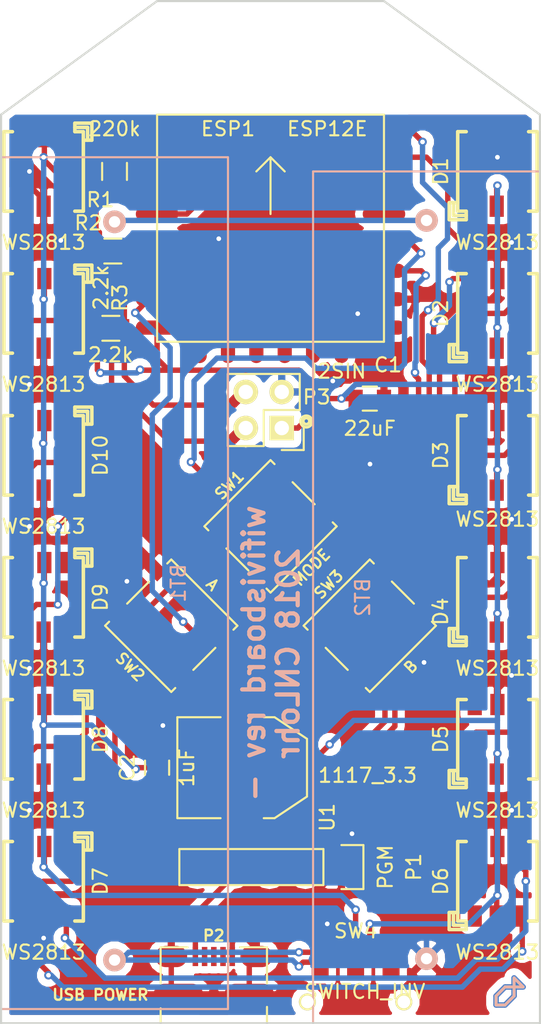
<source format=kicad_pcb>
(kicad_pcb (version 4) (host pcbnew 4.0.2+dfsg1-stable)

  (general
    (links 88)
    (no_connects 0)
    (area 93.670999 61.670999 132.329001 134.329001)
    (thickness 1.6)
    (drawings 24)
    (tracks 552)
    (zones 0)
    (modules 28)
    (nets 26)
  )

  (page A4)
  (layers
    (0 F.Cu signal)
    (31 B.Cu signal)
    (32 B.Adhes user)
    (33 F.Adhes user)
    (34 B.Paste user)
    (35 F.Paste user)
    (36 B.SilkS user)
    (37 F.SilkS user)
    (38 B.Mask user)
    (39 F.Mask user)
    (40 Dwgs.User user)
    (41 Cmts.User user)
    (42 Eco1.User user)
    (43 Eco2.User user)
    (44 Edge.Cuts user)
    (45 Margin user)
    (46 B.CrtYd user)
    (47 F.CrtYd user)
    (48 B.Fab user)
    (49 F.Fab user)
  )

  (setup
    (last_trace_width 0.381)
    (trace_clearance 0.254)
    (zone_clearance 0.508)
    (zone_45_only no)
    (trace_min 0.2)
    (segment_width 0.2)
    (edge_width 0.15)
    (via_size 0.6)
    (via_drill 0.3302)
    (via_min_size 0.4)
    (via_min_drill 0.3)
    (uvia_size 0.3)
    (uvia_drill 0.1)
    (uvias_allowed no)
    (uvia_min_size 0)
    (uvia_min_drill 0)
    (pcb_text_width 0.3)
    (pcb_text_size 1.5 1.5)
    (mod_edge_width 0.15)
    (mod_text_size 1 1)
    (mod_text_width 0.15)
    (pad_size 2.032 1.7272)
    (pad_drill 0)
    (pad_to_mask_clearance 0.1)
    (aux_axis_origin 0 0)
    (visible_elements FFFFFF7F)
    (pcbplotparams
      (layerselection 0x010f8_80000001)
      (usegerberextensions true)
      (excludeedgelayer true)
      (linewidth 0.100000)
      (plotframeref false)
      (viasonmask false)
      (mode 1)
      (useauxorigin false)
      (hpglpennumber 1)
      (hpglpenspeed 20)
      (hpglpendiameter 15)
      (hpglpenoverlay 2)
      (psnegative false)
      (psa4output false)
      (plotreference true)
      (plotvalue true)
      (plotinvisibletext false)
      (padsonsilk false)
      (subtractmaskfromsilk false)
      (outputformat 1)
      (mirror false)
      (drillshape 0)
      (scaleselection 1)
      (outputdirectory wifivisionboard-rev-))
  )

  (net 0 "")
  (net 1 "Net-(BT1-Pad1)")
  (net 2 "Net-(BT1-Pad2)")
  (net 3 GND)
  (net 4 +3V3)
  (net 5 "Net-(D1-Pad3)")
  (net 6 RXD)
  (net 7 "Net-(D2-Pad3)")
  (net 8 BI5)
  (net 9 DI5)
  (net 10 "Net-(D5-Pad3)")
  (net 11 "Net-(D6-Pad3)")
  (net 12 BI9)
  (net 13 DI9)
  (net 14 "Net-(D10-Pad4)")
  (net 15 "Net-(D10-Pad3)")
  (net 16 "Net-(D11-Pad3)")
  (net 17 "Net-(ESP1-Pad1)")
  (net 18 "Net-(ESP1-Pad2)")
  (net 19 GP14)
  (net 20 GP12)
  (net 21 "Net-(ESP1-Pad7)")
  (net 22 "Net-(ESP1-Pad17)")
  (net 23 GPIO0)
  (net 24 TXD)
  (net 25 +5V)

  (net_class Default "This is the default net class."
    (clearance 0.254)
    (trace_width 0.381)
    (via_dia 0.6)
    (via_drill 0.3302)
    (uvia_dia 0.3)
    (uvia_drill 0.1)
    (add_net +3V3)
    (add_net +5V)
    (add_net BI5)
    (add_net BI9)
    (add_net DI5)
    (add_net DI9)
    (add_net GND)
    (add_net GP12)
    (add_net GP14)
    (add_net GPIO0)
    (add_net "Net-(BT1-Pad1)")
    (add_net "Net-(BT1-Pad2)")
    (add_net "Net-(D1-Pad3)")
    (add_net "Net-(D10-Pad3)")
    (add_net "Net-(D10-Pad4)")
    (add_net "Net-(D11-Pad3)")
    (add_net "Net-(D2-Pad3)")
    (add_net "Net-(D5-Pad3)")
    (add_net "Net-(D6-Pad3)")
    (add_net "Net-(ESP1-Pad1)")
    (add_net "Net-(ESP1-Pad17)")
    (add_net "Net-(ESP1-Pad2)")
    (add_net "Net-(ESP1-Pad7)")
    (add_net RXD)
    (add_net TXD)
  )

  (module C_0805 (layer F.Cu) (tedit 5BDFD219) (tstamp 5BE32FAB)
    (at 120 90)
    (descr "Capacitor SMD 0805, reflow soldering, AVX (see smccp.pdf)")
    (tags "capacitor 0805")
    (path /5BDFB936)
    (attr smd)
    (fp_text reference C1 (at 1.285 -2.37) (layer F.SilkS)
      (effects (font (size 1 1) (thickness 0.15)))
    )
    (fp_text value 22uF (at 0 2.1) (layer F.SilkS)
      (effects (font (size 1 1) (thickness 0.15)))
    )
    (fp_line (start -1.8 -1) (end 1.8 -1) (layer F.CrtYd) (width 0.05))
    (fp_line (start -1.8 1) (end 1.8 1) (layer F.CrtYd) (width 0.05))
    (fp_line (start -1.8 -1) (end -1.8 1) (layer F.CrtYd) (width 0.05))
    (fp_line (start 1.8 -1) (end 1.8 1) (layer F.CrtYd) (width 0.05))
    (fp_line (start 0.5 -0.85) (end -0.5 -0.85) (layer F.SilkS) (width 0.15))
    (fp_line (start -0.5 0.85) (end 0.5 0.85) (layer F.SilkS) (width 0.15))
    (pad 1 smd rect (at -1 0) (size 1 1.25) (layers F.Cu F.Paste F.Mask)
      (net 4 +3V3))
    (pad 2 smd rect (at 1 0) (size 1 1.25) (layers F.Cu F.Paste F.Mask)
      (net 3 GND))
    (model Capacitors_SMD.3dshapes/C_0805.wrl
      (at (xyz 0 0 0))
      (scale (xyz 1 1 1))
      (rotate (xyz 0 0 0))
    )
  )

  (module WS2813 (layer F.Cu) (tedit 5BDFC653) (tstamp 5BE32FC4)
    (at 129 74 90)
    (path /5BE03B6E)
    (fp_text reference D1 (at 0 -4 90) (layer F.SilkS)
      (effects (font (size 1 1) (thickness 0.15)))
    )
    (fp_text value WS2813 (at -5 0 180) (layer F.SilkS)
      (effects (font (size 1 1) (thickness 0.15)))
    )
    (fp_line (start -2.2 -3.1) (end -2.2 -3.4) (layer F.SilkS) (width 0.25))
    (fp_line (start -2.2 -3.4) (end -3.4 -3.4) (layer F.SilkS) (width 0.25))
    (fp_line (start -3.4 -3.4) (end -3.4 -2.2) (layer F.SilkS) (width 0.25))
    (fp_line (start -3.4 -2.2) (end -3.1 -2.2) (layer F.SilkS) (width 0.25))
    (fp_line (start -2.8 -2.2) (end -3.1 -2.2) (layer F.SilkS) (width 0.25))
    (fp_line (start -3.1 -2.2) (end -3.1 -3.1) (layer F.SilkS) (width 0.25))
    (fp_line (start -3.1 -3.1) (end -2.3 -3.1) (layer F.SilkS) (width 0.25))
    (fp_line (start -2.3 -3.1) (end -2.2 -3.1) (layer F.SilkS) (width 0.25))
    (fp_line (start -2.2 -3.1) (end -2.2 -2.8) (layer F.SilkS) (width 0.25))
    (fp_line (start 2.8 2.2) (end 2.8 2.8) (layer F.SilkS) (width 0.25))
    (fp_line (start 2.8 2.8) (end -2.8 2.8) (layer F.SilkS) (width 0.25))
    (fp_line (start -2.8 2.8) (end -2.8 2.2) (layer F.SilkS) (width 0.25))
    (fp_line (start -2.8 -2.2) (end -2.8 -2.8) (layer F.SilkS) (width 0.25))
    (fp_line (start -2.8 -2.8) (end 2.8 -2.8) (layer F.SilkS) (width 0.25))
    (fp_line (start 2.8 -2.8) (end 2.8 -2.2) (layer F.SilkS) (width 0.25))
    (pad 1 smd rect (at -2.45 -1.6 90) (size 1.5 1) (layers F.Cu F.Paste F.Mask))
    (pad 2 smd rect (at -2.45 -0.05 90) (size 1.5 1) (layers F.Cu F.Paste F.Mask)
      (net 4 +3V3))
    (pad 3 smd rect (at -2.45 1.6 90) (size 1.5 1) (layers F.Cu F.Paste F.Mask)
      (net 5 "Net-(D1-Pad3)"))
    (pad 4 smd rect (at 2.45 1.6 90) (size 1.5 1) (layers F.Cu F.Paste F.Mask)
      (net 6 RXD))
    (pad 5 smd rect (at 2.45 0 90) (size 1.5 1) (layers F.Cu F.Paste F.Mask)
      (net 3 GND))
    (pad 6 smd rect (at 2.45 -1.6 90) (size 1.5 1) (layers F.Cu F.Paste F.Mask))
  )

  (module WS2813 (layer F.Cu) (tedit 5BDFC64A) (tstamp 5BE32FDD)
    (at 129 84 90)
    (path /5BE03B80)
    (fp_text reference D2 (at 0 -4 90) (layer F.SilkS)
      (effects (font (size 1 1) (thickness 0.15)))
    )
    (fp_text value WS2813 (at -5 0 180) (layer F.SilkS)
      (effects (font (size 1 1) (thickness 0.15)))
    )
    (fp_line (start -2.2 -3.1) (end -2.2 -3.4) (layer F.SilkS) (width 0.25))
    (fp_line (start -2.2 -3.4) (end -3.4 -3.4) (layer F.SilkS) (width 0.25))
    (fp_line (start -3.4 -3.4) (end -3.4 -2.2) (layer F.SilkS) (width 0.25))
    (fp_line (start -3.4 -2.2) (end -3.1 -2.2) (layer F.SilkS) (width 0.25))
    (fp_line (start -2.8 -2.2) (end -3.1 -2.2) (layer F.SilkS) (width 0.25))
    (fp_line (start -3.1 -2.2) (end -3.1 -3.1) (layer F.SilkS) (width 0.25))
    (fp_line (start -3.1 -3.1) (end -2.3 -3.1) (layer F.SilkS) (width 0.25))
    (fp_line (start -2.3 -3.1) (end -2.2 -3.1) (layer F.SilkS) (width 0.25))
    (fp_line (start -2.2 -3.1) (end -2.2 -2.8) (layer F.SilkS) (width 0.25))
    (fp_line (start 2.8 2.2) (end 2.8 2.8) (layer F.SilkS) (width 0.25))
    (fp_line (start 2.8 2.8) (end -2.8 2.8) (layer F.SilkS) (width 0.25))
    (fp_line (start -2.8 2.8) (end -2.8 2.2) (layer F.SilkS) (width 0.25))
    (fp_line (start -2.8 -2.2) (end -2.8 -2.8) (layer F.SilkS) (width 0.25))
    (fp_line (start -2.8 -2.8) (end 2.8 -2.8) (layer F.SilkS) (width 0.25))
    (fp_line (start 2.8 -2.8) (end 2.8 -2.2) (layer F.SilkS) (width 0.25))
    (pad 1 smd rect (at -2.45 -1.6 90) (size 1.5 1) (layers F.Cu F.Paste F.Mask))
    (pad 2 smd rect (at -2.45 -0.05 90) (size 1.5 1) (layers F.Cu F.Paste F.Mask)
      (net 4 +3V3))
    (pad 3 smd rect (at -2.45 1.6 90) (size 1.5 1) (layers F.Cu F.Paste F.Mask)
      (net 7 "Net-(D2-Pad3)"))
    (pad 4 smd rect (at 2.45 1.6 90) (size 1.5 1) (layers F.Cu F.Paste F.Mask)
      (net 5 "Net-(D1-Pad3)"))
    (pad 5 smd rect (at 2.45 0 90) (size 1.5 1) (layers F.Cu F.Paste F.Mask)
      (net 3 GND))
    (pad 6 smd rect (at 2.45 -1.6 90) (size 1.5 1) (layers F.Cu F.Paste F.Mask)
      (net 6 RXD))
  )

  (module WS2813 (layer F.Cu) (tedit 5BDFC63D) (tstamp 5BE32FF6)
    (at 129 94 90)
    (path /5BE03B92)
    (fp_text reference D3 (at 0 -4 90) (layer F.SilkS)
      (effects (font (size 1 1) (thickness 0.15)))
    )
    (fp_text value WS2813 (at -4.5 0 180) (layer F.SilkS)
      (effects (font (size 1 1) (thickness 0.15)))
    )
    (fp_line (start -2.2 -3.1) (end -2.2 -3.4) (layer F.SilkS) (width 0.25))
    (fp_line (start -2.2 -3.4) (end -3.4 -3.4) (layer F.SilkS) (width 0.25))
    (fp_line (start -3.4 -3.4) (end -3.4 -2.2) (layer F.SilkS) (width 0.25))
    (fp_line (start -3.4 -2.2) (end -3.1 -2.2) (layer F.SilkS) (width 0.25))
    (fp_line (start -2.8 -2.2) (end -3.1 -2.2) (layer F.SilkS) (width 0.25))
    (fp_line (start -3.1 -2.2) (end -3.1 -3.1) (layer F.SilkS) (width 0.25))
    (fp_line (start -3.1 -3.1) (end -2.3 -3.1) (layer F.SilkS) (width 0.25))
    (fp_line (start -2.3 -3.1) (end -2.2 -3.1) (layer F.SilkS) (width 0.25))
    (fp_line (start -2.2 -3.1) (end -2.2 -2.8) (layer F.SilkS) (width 0.25))
    (fp_line (start 2.8 2.2) (end 2.8 2.8) (layer F.SilkS) (width 0.25))
    (fp_line (start 2.8 2.8) (end -2.8 2.8) (layer F.SilkS) (width 0.25))
    (fp_line (start -2.8 2.8) (end -2.8 2.2) (layer F.SilkS) (width 0.25))
    (fp_line (start -2.8 -2.2) (end -2.8 -2.8) (layer F.SilkS) (width 0.25))
    (fp_line (start -2.8 -2.8) (end 2.8 -2.8) (layer F.SilkS) (width 0.25))
    (fp_line (start 2.8 -2.8) (end 2.8 -2.2) (layer F.SilkS) (width 0.25))
    (pad 1 smd rect (at -2.45 -1.6 90) (size 1.5 1) (layers F.Cu F.Paste F.Mask))
    (pad 2 smd rect (at -2.45 -0.05 90) (size 1.5 1) (layers F.Cu F.Paste F.Mask)
      (net 4 +3V3))
    (pad 3 smd rect (at -2.45 1.6 90) (size 1.5 1) (layers F.Cu F.Paste F.Mask)
      (net 8 BI5))
    (pad 4 smd rect (at 2.45 1.6 90) (size 1.5 1) (layers F.Cu F.Paste F.Mask)
      (net 7 "Net-(D2-Pad3)"))
    (pad 5 smd rect (at 2.45 0 90) (size 1.5 1) (layers F.Cu F.Paste F.Mask)
      (net 3 GND))
    (pad 6 smd rect (at 2.45 -1.6 90) (size 1.5 1) (layers F.Cu F.Paste F.Mask)
      (net 5 "Net-(D1-Pad3)"))
  )

  (module WS2813 (layer F.Cu) (tedit 5BDFCB1A) (tstamp 5BE3300F)
    (at 129 104 90)
    (path /5BE03BA4)
    (fp_text reference D4 (at -1 -4 90) (layer F.SilkS)
      (effects (font (size 1 1) (thickness 0.15)))
    )
    (fp_text value WS2813 (at -5 0 180) (layer F.SilkS)
      (effects (font (size 1 1) (thickness 0.15)))
    )
    (fp_line (start -2.2 -3.1) (end -2.2 -3.4) (layer F.SilkS) (width 0.25))
    (fp_line (start -2.2 -3.4) (end -3.4 -3.4) (layer F.SilkS) (width 0.25))
    (fp_line (start -3.4 -3.4) (end -3.4 -2.2) (layer F.SilkS) (width 0.25))
    (fp_line (start -3.4 -2.2) (end -3.1 -2.2) (layer F.SilkS) (width 0.25))
    (fp_line (start -2.8 -2.2) (end -3.1 -2.2) (layer F.SilkS) (width 0.25))
    (fp_line (start -3.1 -2.2) (end -3.1 -3.1) (layer F.SilkS) (width 0.25))
    (fp_line (start -3.1 -3.1) (end -2.3 -3.1) (layer F.SilkS) (width 0.25))
    (fp_line (start -2.3 -3.1) (end -2.2 -3.1) (layer F.SilkS) (width 0.25))
    (fp_line (start -2.2 -3.1) (end -2.2 -2.8) (layer F.SilkS) (width 0.25))
    (fp_line (start 2.8 2.2) (end 2.8 2.8) (layer F.SilkS) (width 0.25))
    (fp_line (start 2.8 2.8) (end -2.8 2.8) (layer F.SilkS) (width 0.25))
    (fp_line (start -2.8 2.8) (end -2.8 2.2) (layer F.SilkS) (width 0.25))
    (fp_line (start -2.8 -2.2) (end -2.8 -2.8) (layer F.SilkS) (width 0.25))
    (fp_line (start -2.8 -2.8) (end 2.8 -2.8) (layer F.SilkS) (width 0.25))
    (fp_line (start 2.8 -2.8) (end 2.8 -2.2) (layer F.SilkS) (width 0.25))
    (pad 1 smd rect (at -2.45 -1.6 90) (size 1.5 1) (layers F.Cu F.Paste F.Mask))
    (pad 2 smd rect (at -2.45 -0.05 90) (size 1.5 1) (layers F.Cu F.Paste F.Mask)
      (net 4 +3V3))
    (pad 3 smd rect (at -2.45 1.6 90) (size 1.5 1) (layers F.Cu F.Paste F.Mask)
      (net 9 DI5))
    (pad 4 smd rect (at 2.45 1.6 90) (size 1.5 1) (layers F.Cu F.Paste F.Mask)
      (net 8 BI5))
    (pad 5 smd rect (at 2.45 0 90) (size 1.5 1) (layers F.Cu F.Paste F.Mask)
      (net 3 GND))
    (pad 6 smd rect (at 2.45 -1.6 90) (size 1.5 1) (layers F.Cu F.Paste F.Mask)
      (net 7 "Net-(D2-Pad3)"))
  )

  (module WS2813 (layer F.Cu) (tedit 5BDFC624) (tstamp 5BE33028)
    (at 129 114 90)
    (path /5BE016C8)
    (fp_text reference D5 (at 0 -4 90) (layer F.SilkS)
      (effects (font (size 1 1) (thickness 0.15)))
    )
    (fp_text value WS2813 (at -5 0 180) (layer F.SilkS)
      (effects (font (size 1 1) (thickness 0.15)))
    )
    (fp_line (start -2.2 -3.1) (end -2.2 -3.4) (layer F.SilkS) (width 0.25))
    (fp_line (start -2.2 -3.4) (end -3.4 -3.4) (layer F.SilkS) (width 0.25))
    (fp_line (start -3.4 -3.4) (end -3.4 -2.2) (layer F.SilkS) (width 0.25))
    (fp_line (start -3.4 -2.2) (end -3.1 -2.2) (layer F.SilkS) (width 0.25))
    (fp_line (start -2.8 -2.2) (end -3.1 -2.2) (layer F.SilkS) (width 0.25))
    (fp_line (start -3.1 -2.2) (end -3.1 -3.1) (layer F.SilkS) (width 0.25))
    (fp_line (start -3.1 -3.1) (end -2.3 -3.1) (layer F.SilkS) (width 0.25))
    (fp_line (start -2.3 -3.1) (end -2.2 -3.1) (layer F.SilkS) (width 0.25))
    (fp_line (start -2.2 -3.1) (end -2.2 -2.8) (layer F.SilkS) (width 0.25))
    (fp_line (start 2.8 2.2) (end 2.8 2.8) (layer F.SilkS) (width 0.25))
    (fp_line (start 2.8 2.8) (end -2.8 2.8) (layer F.SilkS) (width 0.25))
    (fp_line (start -2.8 2.8) (end -2.8 2.2) (layer F.SilkS) (width 0.25))
    (fp_line (start -2.8 -2.2) (end -2.8 -2.8) (layer F.SilkS) (width 0.25))
    (fp_line (start -2.8 -2.8) (end 2.8 -2.8) (layer F.SilkS) (width 0.25))
    (fp_line (start 2.8 -2.8) (end 2.8 -2.2) (layer F.SilkS) (width 0.25))
    (pad 1 smd rect (at -2.45 -1.6 90) (size 1.5 1) (layers F.Cu F.Paste F.Mask))
    (pad 2 smd rect (at -2.45 -0.05 90) (size 1.5 1) (layers F.Cu F.Paste F.Mask)
      (net 4 +3V3))
    (pad 3 smd rect (at -2.45 1.6 90) (size 1.5 1) (layers F.Cu F.Paste F.Mask)
      (net 10 "Net-(D5-Pad3)"))
    (pad 4 smd rect (at 2.45 1.6 90) (size 1.5 1) (layers F.Cu F.Paste F.Mask)
      (net 9 DI5))
    (pad 5 smd rect (at 2.45 0 90) (size 1.5 1) (layers F.Cu F.Paste F.Mask)
      (net 3 GND))
    (pad 6 smd rect (at 2.45 -1.6 90) (size 1.5 1) (layers F.Cu F.Paste F.Mask)
      (net 8 BI5))
  )

  (module WS2813 (layer F.Cu) (tedit 5BDFC619) (tstamp 5BE33041)
    (at 129 124 90)
    (path /5BE0230E)
    (fp_text reference D6 (at 0 -4 90) (layer F.SilkS)
      (effects (font (size 1 1) (thickness 0.15)))
    )
    (fp_text value WS2813 (at -5 0 180) (layer F.SilkS)
      (effects (font (size 1 1) (thickness 0.15)))
    )
    (fp_line (start -2.2 -3.1) (end -2.2 -3.4) (layer F.SilkS) (width 0.25))
    (fp_line (start -2.2 -3.4) (end -3.4 -3.4) (layer F.SilkS) (width 0.25))
    (fp_line (start -3.4 -3.4) (end -3.4 -2.2) (layer F.SilkS) (width 0.25))
    (fp_line (start -3.4 -2.2) (end -3.1 -2.2) (layer F.SilkS) (width 0.25))
    (fp_line (start -2.8 -2.2) (end -3.1 -2.2) (layer F.SilkS) (width 0.25))
    (fp_line (start -3.1 -2.2) (end -3.1 -3.1) (layer F.SilkS) (width 0.25))
    (fp_line (start -3.1 -3.1) (end -2.3 -3.1) (layer F.SilkS) (width 0.25))
    (fp_line (start -2.3 -3.1) (end -2.2 -3.1) (layer F.SilkS) (width 0.25))
    (fp_line (start -2.2 -3.1) (end -2.2 -2.8) (layer F.SilkS) (width 0.25))
    (fp_line (start 2.8 2.2) (end 2.8 2.8) (layer F.SilkS) (width 0.25))
    (fp_line (start 2.8 2.8) (end -2.8 2.8) (layer F.SilkS) (width 0.25))
    (fp_line (start -2.8 2.8) (end -2.8 2.2) (layer F.SilkS) (width 0.25))
    (fp_line (start -2.8 -2.2) (end -2.8 -2.8) (layer F.SilkS) (width 0.25))
    (fp_line (start -2.8 -2.8) (end 2.8 -2.8) (layer F.SilkS) (width 0.25))
    (fp_line (start 2.8 -2.8) (end 2.8 -2.2) (layer F.SilkS) (width 0.25))
    (pad 1 smd rect (at -2.45 -1.6 90) (size 1.5 1) (layers F.Cu F.Paste F.Mask))
    (pad 2 smd rect (at -2.45 -0.05 90) (size 1.5 1) (layers F.Cu F.Paste F.Mask)
      (net 4 +3V3))
    (pad 3 smd rect (at -2.45 1.6 90) (size 1.5 1) (layers F.Cu F.Paste F.Mask)
      (net 11 "Net-(D6-Pad3)"))
    (pad 4 smd rect (at 2.45 1.6 90) (size 1.5 1) (layers F.Cu F.Paste F.Mask)
      (net 10 "Net-(D5-Pad3)"))
    (pad 5 smd rect (at 2.45 0 90) (size 1.5 1) (layers F.Cu F.Paste F.Mask)
      (net 3 GND))
    (pad 6 smd rect (at 2.45 -1.6 90) (size 1.5 1) (layers F.Cu F.Paste F.Mask)
      (net 9 DI5))
  )

  (module WS2813 (layer F.Cu) (tedit 5BDFC5D4) (tstamp 5BE3305A)
    (at 97 124 270)
    (path /5BE02397)
    (fp_text reference D7 (at 0 -4 450) (layer F.SilkS)
      (effects (font (size 1 1) (thickness 0.15)))
    )
    (fp_text value WS2813 (at 5 0 360) (layer F.SilkS)
      (effects (font (size 1 1) (thickness 0.15)))
    )
    (fp_line (start -2.2 -3.1) (end -2.2 -3.4) (layer F.SilkS) (width 0.25))
    (fp_line (start -2.2 -3.4) (end -3.4 -3.4) (layer F.SilkS) (width 0.25))
    (fp_line (start -3.4 -3.4) (end -3.4 -2.2) (layer F.SilkS) (width 0.25))
    (fp_line (start -3.4 -2.2) (end -3.1 -2.2) (layer F.SilkS) (width 0.25))
    (fp_line (start -2.8 -2.2) (end -3.1 -2.2) (layer F.SilkS) (width 0.25))
    (fp_line (start -3.1 -2.2) (end -3.1 -3.1) (layer F.SilkS) (width 0.25))
    (fp_line (start -3.1 -3.1) (end -2.3 -3.1) (layer F.SilkS) (width 0.25))
    (fp_line (start -2.3 -3.1) (end -2.2 -3.1) (layer F.SilkS) (width 0.25))
    (fp_line (start -2.2 -3.1) (end -2.2 -2.8) (layer F.SilkS) (width 0.25))
    (fp_line (start 2.8 2.2) (end 2.8 2.8) (layer F.SilkS) (width 0.25))
    (fp_line (start 2.8 2.8) (end -2.8 2.8) (layer F.SilkS) (width 0.25))
    (fp_line (start -2.8 2.8) (end -2.8 2.2) (layer F.SilkS) (width 0.25))
    (fp_line (start -2.8 -2.2) (end -2.8 -2.8) (layer F.SilkS) (width 0.25))
    (fp_line (start -2.8 -2.8) (end 2.8 -2.8) (layer F.SilkS) (width 0.25))
    (fp_line (start 2.8 -2.8) (end 2.8 -2.2) (layer F.SilkS) (width 0.25))
    (pad 1 smd rect (at -2.45 -1.6 270) (size 1.5 1) (layers F.Cu F.Paste F.Mask))
    (pad 2 smd rect (at -2.45 -0.05 270) (size 1.5 1) (layers F.Cu F.Paste F.Mask)
      (net 4 +3V3))
    (pad 3 smd rect (at -2.45 1.6 270) (size 1.5 1) (layers F.Cu F.Paste F.Mask)
      (net 12 BI9))
    (pad 4 smd rect (at 2.45 1.6 270) (size 1.5 1) (layers F.Cu F.Paste F.Mask)
      (net 11 "Net-(D6-Pad3)"))
    (pad 5 smd rect (at 2.45 0 270) (size 1.5 1) (layers F.Cu F.Paste F.Mask)
      (net 3 GND))
    (pad 6 smd rect (at 2.45 -1.6 270) (size 1.5 1) (layers F.Cu F.Paste F.Mask)
      (net 10 "Net-(D5-Pad3)"))
  )

  (module WS2813 (layer F.Cu) (tedit 5BDFC5AA) (tstamp 5BE33073)
    (at 97 114 270)
    (path /5BE02559)
    (fp_text reference D8 (at 0 -4 450) (layer F.SilkS)
      (effects (font (size 1 1) (thickness 0.15)))
    )
    (fp_text value WS2813 (at 5 0 360) (layer F.SilkS)
      (effects (font (size 1 1) (thickness 0.15)))
    )
    (fp_line (start -2.2 -3.1) (end -2.2 -3.4) (layer F.SilkS) (width 0.25))
    (fp_line (start -2.2 -3.4) (end -3.4 -3.4) (layer F.SilkS) (width 0.25))
    (fp_line (start -3.4 -3.4) (end -3.4 -2.2) (layer F.SilkS) (width 0.25))
    (fp_line (start -3.4 -2.2) (end -3.1 -2.2) (layer F.SilkS) (width 0.25))
    (fp_line (start -2.8 -2.2) (end -3.1 -2.2) (layer F.SilkS) (width 0.25))
    (fp_line (start -3.1 -2.2) (end -3.1 -3.1) (layer F.SilkS) (width 0.25))
    (fp_line (start -3.1 -3.1) (end -2.3 -3.1) (layer F.SilkS) (width 0.25))
    (fp_line (start -2.3 -3.1) (end -2.2 -3.1) (layer F.SilkS) (width 0.25))
    (fp_line (start -2.2 -3.1) (end -2.2 -2.8) (layer F.SilkS) (width 0.25))
    (fp_line (start 2.8 2.2) (end 2.8 2.8) (layer F.SilkS) (width 0.25))
    (fp_line (start 2.8 2.8) (end -2.8 2.8) (layer F.SilkS) (width 0.25))
    (fp_line (start -2.8 2.8) (end -2.8 2.2) (layer F.SilkS) (width 0.25))
    (fp_line (start -2.8 -2.2) (end -2.8 -2.8) (layer F.SilkS) (width 0.25))
    (fp_line (start -2.8 -2.8) (end 2.8 -2.8) (layer F.SilkS) (width 0.25))
    (fp_line (start 2.8 -2.8) (end 2.8 -2.2) (layer F.SilkS) (width 0.25))
    (pad 1 smd rect (at -2.45 -1.6 270) (size 1.5 1) (layers F.Cu F.Paste F.Mask))
    (pad 2 smd rect (at -2.45 -0.05 270) (size 1.5 1) (layers F.Cu F.Paste F.Mask)
      (net 4 +3V3))
    (pad 3 smd rect (at -2.45 1.6 270) (size 1.5 1) (layers F.Cu F.Paste F.Mask)
      (net 13 DI9))
    (pad 4 smd rect (at 2.45 1.6 270) (size 1.5 1) (layers F.Cu F.Paste F.Mask)
      (net 12 BI9))
    (pad 5 smd rect (at 2.45 0 270) (size 1.5 1) (layers F.Cu F.Paste F.Mask)
      (net 3 GND))
    (pad 6 smd rect (at 2.45 -1.6 270) (size 1.5 1) (layers F.Cu F.Paste F.Mask)
      (net 11 "Net-(D6-Pad3)"))
  )

  (module WS2813 (layer F.Cu) (tedit 5BDFC5A5) (tstamp 5BE3308C)
    (at 97 104 270)
    (path /5BE0402E)
    (fp_text reference D9 (at 0 -4 450) (layer F.SilkS)
      (effects (font (size 1 1) (thickness 0.15)))
    )
    (fp_text value WS2813 (at 5 0 360) (layer F.SilkS)
      (effects (font (size 1 1) (thickness 0.15)))
    )
    (fp_line (start -2.2 -3.1) (end -2.2 -3.4) (layer F.SilkS) (width 0.25))
    (fp_line (start -2.2 -3.4) (end -3.4 -3.4) (layer F.SilkS) (width 0.25))
    (fp_line (start -3.4 -3.4) (end -3.4 -2.2) (layer F.SilkS) (width 0.25))
    (fp_line (start -3.4 -2.2) (end -3.1 -2.2) (layer F.SilkS) (width 0.25))
    (fp_line (start -2.8 -2.2) (end -3.1 -2.2) (layer F.SilkS) (width 0.25))
    (fp_line (start -3.1 -2.2) (end -3.1 -3.1) (layer F.SilkS) (width 0.25))
    (fp_line (start -3.1 -3.1) (end -2.3 -3.1) (layer F.SilkS) (width 0.25))
    (fp_line (start -2.3 -3.1) (end -2.2 -3.1) (layer F.SilkS) (width 0.25))
    (fp_line (start -2.2 -3.1) (end -2.2 -2.8) (layer F.SilkS) (width 0.25))
    (fp_line (start 2.8 2.2) (end 2.8 2.8) (layer F.SilkS) (width 0.25))
    (fp_line (start 2.8 2.8) (end -2.8 2.8) (layer F.SilkS) (width 0.25))
    (fp_line (start -2.8 2.8) (end -2.8 2.2) (layer F.SilkS) (width 0.25))
    (fp_line (start -2.8 -2.2) (end -2.8 -2.8) (layer F.SilkS) (width 0.25))
    (fp_line (start -2.8 -2.8) (end 2.8 -2.8) (layer F.SilkS) (width 0.25))
    (fp_line (start 2.8 -2.8) (end 2.8 -2.2) (layer F.SilkS) (width 0.25))
    (pad 1 smd rect (at -2.45 -1.6 270) (size 1.5 1) (layers F.Cu F.Paste F.Mask))
    (pad 2 smd rect (at -2.45 -0.05 270) (size 1.5 1) (layers F.Cu F.Paste F.Mask)
      (net 4 +3V3))
    (pad 3 smd rect (at -2.45 1.6 270) (size 1.5 1) (layers F.Cu F.Paste F.Mask)
      (net 14 "Net-(D10-Pad4)"))
    (pad 4 smd rect (at 2.45 1.6 270) (size 1.5 1) (layers F.Cu F.Paste F.Mask)
      (net 13 DI9))
    (pad 5 smd rect (at 2.45 0 270) (size 1.5 1) (layers F.Cu F.Paste F.Mask)
      (net 3 GND))
    (pad 6 smd rect (at 2.45 -1.6 270) (size 1.5 1) (layers F.Cu F.Paste F.Mask)
      (net 12 BI9))
  )

  (module WS2813 (layer F.Cu) (tedit 5BDFC589) (tstamp 5BE330A5)
    (at 97 94 270)
    (path /5BE04040)
    (fp_text reference D10 (at 0 -4 450) (layer F.SilkS)
      (effects (font (size 1 1) (thickness 0.15)))
    )
    (fp_text value WS2813 (at 5 0 360) (layer F.SilkS)
      (effects (font (size 1 1) (thickness 0.15)))
    )
    (fp_line (start -2.2 -3.1) (end -2.2 -3.4) (layer F.SilkS) (width 0.25))
    (fp_line (start -2.2 -3.4) (end -3.4 -3.4) (layer F.SilkS) (width 0.25))
    (fp_line (start -3.4 -3.4) (end -3.4 -2.2) (layer F.SilkS) (width 0.25))
    (fp_line (start -3.4 -2.2) (end -3.1 -2.2) (layer F.SilkS) (width 0.25))
    (fp_line (start -2.8 -2.2) (end -3.1 -2.2) (layer F.SilkS) (width 0.25))
    (fp_line (start -3.1 -2.2) (end -3.1 -3.1) (layer F.SilkS) (width 0.25))
    (fp_line (start -3.1 -3.1) (end -2.3 -3.1) (layer F.SilkS) (width 0.25))
    (fp_line (start -2.3 -3.1) (end -2.2 -3.1) (layer F.SilkS) (width 0.25))
    (fp_line (start -2.2 -3.1) (end -2.2 -2.8) (layer F.SilkS) (width 0.25))
    (fp_line (start 2.8 2.2) (end 2.8 2.8) (layer F.SilkS) (width 0.25))
    (fp_line (start 2.8 2.8) (end -2.8 2.8) (layer F.SilkS) (width 0.25))
    (fp_line (start -2.8 2.8) (end -2.8 2.2) (layer F.SilkS) (width 0.25))
    (fp_line (start -2.8 -2.2) (end -2.8 -2.8) (layer F.SilkS) (width 0.25))
    (fp_line (start -2.8 -2.8) (end 2.8 -2.8) (layer F.SilkS) (width 0.25))
    (fp_line (start 2.8 -2.8) (end 2.8 -2.2) (layer F.SilkS) (width 0.25))
    (pad 1 smd rect (at -2.45 -1.6 270) (size 1.5 1) (layers F.Cu F.Paste F.Mask))
    (pad 2 smd rect (at -2.45 -0.05 270) (size 1.5 1) (layers F.Cu F.Paste F.Mask)
      (net 4 +3V3))
    (pad 3 smd rect (at -2.45 1.6 270) (size 1.5 1) (layers F.Cu F.Paste F.Mask)
      (net 15 "Net-(D10-Pad3)"))
    (pad 4 smd rect (at 2.45 1.6 270) (size 1.5 1) (layers F.Cu F.Paste F.Mask)
      (net 14 "Net-(D10-Pad4)"))
    (pad 5 smd rect (at 2.45 0 270) (size 1.5 1) (layers F.Cu F.Paste F.Mask)
      (net 3 GND))
    (pad 6 smd rect (at 2.45 -1.6 270) (size 1.5 1) (layers F.Cu F.Paste F.Mask)
      (net 13 DI9))
  )

  (module WS2813 (layer F.Cu) (tedit 5BDFC532) (tstamp 5BE330BE)
    (at 97 84 270)
    (path /5BE04052)
    (fp_text reference D11 (at 0 0 360) (layer F.SilkS) hide
      (effects (font (size 1 1) (thickness 0.15)))
    )
    (fp_text value WS2813 (at 5 0 360) (layer F.SilkS)
      (effects (font (size 1 1) (thickness 0.15)))
    )
    (fp_line (start -2.2 -3.1) (end -2.2 -3.4) (layer F.SilkS) (width 0.25))
    (fp_line (start -2.2 -3.4) (end -3.4 -3.4) (layer F.SilkS) (width 0.25))
    (fp_line (start -3.4 -3.4) (end -3.4 -2.2) (layer F.SilkS) (width 0.25))
    (fp_line (start -3.4 -2.2) (end -3.1 -2.2) (layer F.SilkS) (width 0.25))
    (fp_line (start -2.8 -2.2) (end -3.1 -2.2) (layer F.SilkS) (width 0.25))
    (fp_line (start -3.1 -2.2) (end -3.1 -3.1) (layer F.SilkS) (width 0.25))
    (fp_line (start -3.1 -3.1) (end -2.3 -3.1) (layer F.SilkS) (width 0.25))
    (fp_line (start -2.3 -3.1) (end -2.2 -3.1) (layer F.SilkS) (width 0.25))
    (fp_line (start -2.2 -3.1) (end -2.2 -2.8) (layer F.SilkS) (width 0.25))
    (fp_line (start 2.8 2.2) (end 2.8 2.8) (layer F.SilkS) (width 0.25))
    (fp_line (start 2.8 2.8) (end -2.8 2.8) (layer F.SilkS) (width 0.25))
    (fp_line (start -2.8 2.8) (end -2.8 2.2) (layer F.SilkS) (width 0.25))
    (fp_line (start -2.8 -2.2) (end -2.8 -2.8) (layer F.SilkS) (width 0.25))
    (fp_line (start -2.8 -2.8) (end 2.8 -2.8) (layer F.SilkS) (width 0.25))
    (fp_line (start 2.8 -2.8) (end 2.8 -2.2) (layer F.SilkS) (width 0.25))
    (pad 1 smd rect (at -2.45 -1.6 270) (size 1.5 1) (layers F.Cu F.Paste F.Mask))
    (pad 2 smd rect (at -2.45 -0.05 270) (size 1.5 1) (layers F.Cu F.Paste F.Mask)
      (net 4 +3V3))
    (pad 3 smd rect (at -2.45 1.6 270) (size 1.5 1) (layers F.Cu F.Paste F.Mask)
      (net 16 "Net-(D11-Pad3)"))
    (pad 4 smd rect (at 2.45 1.6 270) (size 1.5 1) (layers F.Cu F.Paste F.Mask)
      (net 15 "Net-(D10-Pad3)"))
    (pad 5 smd rect (at 2.45 0 270) (size 1.5 1) (layers F.Cu F.Paste F.Mask)
      (net 3 GND))
    (pad 6 smd rect (at 2.45 -1.6 270) (size 1.5 1) (layers F.Cu F.Paste F.Mask)
      (net 14 "Net-(D10-Pad4)"))
  )

  (module WS2813 (layer F.Cu) (tedit 5BDFC536) (tstamp 5BE330D7)
    (at 97 74 270)
    (path /5BE04064)
    (fp_text reference D12 (at 0 1 360) (layer F.SilkS) hide
      (effects (font (size 1 1) (thickness 0.15)))
    )
    (fp_text value WS2813 (at 5 0 360) (layer F.SilkS)
      (effects (font (size 1 1) (thickness 0.15)))
    )
    (fp_line (start -2.2 -3.1) (end -2.2 -3.4) (layer F.SilkS) (width 0.25))
    (fp_line (start -2.2 -3.4) (end -3.4 -3.4) (layer F.SilkS) (width 0.25))
    (fp_line (start -3.4 -3.4) (end -3.4 -2.2) (layer F.SilkS) (width 0.25))
    (fp_line (start -3.4 -2.2) (end -3.1 -2.2) (layer F.SilkS) (width 0.25))
    (fp_line (start -2.8 -2.2) (end -3.1 -2.2) (layer F.SilkS) (width 0.25))
    (fp_line (start -3.1 -2.2) (end -3.1 -3.1) (layer F.SilkS) (width 0.25))
    (fp_line (start -3.1 -3.1) (end -2.3 -3.1) (layer F.SilkS) (width 0.25))
    (fp_line (start -2.3 -3.1) (end -2.2 -3.1) (layer F.SilkS) (width 0.25))
    (fp_line (start -2.2 -3.1) (end -2.2 -2.8) (layer F.SilkS) (width 0.25))
    (fp_line (start 2.8 2.2) (end 2.8 2.8) (layer F.SilkS) (width 0.25))
    (fp_line (start 2.8 2.8) (end -2.8 2.8) (layer F.SilkS) (width 0.25))
    (fp_line (start -2.8 2.8) (end -2.8 2.2) (layer F.SilkS) (width 0.25))
    (fp_line (start -2.8 -2.2) (end -2.8 -2.8) (layer F.SilkS) (width 0.25))
    (fp_line (start -2.8 -2.8) (end 2.8 -2.8) (layer F.SilkS) (width 0.25))
    (fp_line (start 2.8 -2.8) (end 2.8 -2.2) (layer F.SilkS) (width 0.25))
    (pad 1 smd rect (at -2.45 -1.6 270) (size 1.5 1) (layers F.Cu F.Paste F.Mask))
    (pad 2 smd rect (at -2.45 -0.05 270) (size 1.5 1) (layers F.Cu F.Paste F.Mask)
      (net 4 +3V3))
    (pad 3 smd rect (at -2.45 1.6 270) (size 1.5 1) (layers F.Cu F.Paste F.Mask))
    (pad 4 smd rect (at 2.45 1.6 270) (size 1.5 1) (layers F.Cu F.Paste F.Mask)
      (net 16 "Net-(D11-Pad3)"))
    (pad 5 smd rect (at 2.45 0 270) (size 1.5 1) (layers F.Cu F.Paste F.Mask)
      (net 3 GND))
    (pad 6 smd rect (at 2.45 -1.6 270) (size 1.5 1) (layers F.Cu F.Paste F.Mask)
      (net 15 "Net-(D10-Pad3)"))
  )

  (module ESP12E (layer F.Cu) (tedit 0) (tstamp 5BE330FB)
    (at 113 74)
    (path /5BDFB7C2)
    (fp_text reference ESP1 (at -3 -3) (layer F.SilkS)
      (effects (font (size 1 1) (thickness 0.15)))
    )
    (fp_text value ESP12E (at 4 -3) (layer F.SilkS)
      (effects (font (size 1 1) (thickness 0.15)))
    )
    (fp_line (start 0 -1) (end -1 0) (layer F.SilkS) (width 0.15))
    (fp_line (start 0 -1) (end 1 0) (layer F.SilkS) (width 0.15))
    (fp_line (start 0 -1) (end 0 3) (layer F.SilkS) (width 0.15))
    (fp_line (start -8 12) (end -8 -4) (layer F.SilkS) (width 0.15))
    (fp_line (start -8 -4) (end 8 -4) (layer F.SilkS) (width 0.15))
    (fp_line (start 8 -4) (end 8 12) (layer F.SilkS) (width 0.15))
    (fp_line (start 8 -12) (end -8 -12) (layer Dwgs.User) (width 0.15))
    (fp_line (start -8 -12) (end -8 12) (layer Dwgs.User) (width 0.15))
    (fp_line (start -8 12) (end 8 12) (layer F.SilkS) (width 0.15))
    (fp_line (start 8 12) (end 8 -12) (layer Dwgs.User) (width 0.15))
    (pad 1 smd oval (at -8 -3) (size 3 1) (layers F.Cu F.Paste F.Mask)
      (net 17 "Net-(ESP1-Pad1)"))
    (pad 2 smd oval (at -8 -1) (size 3 1) (layers F.Cu F.Paste F.Mask)
      (net 18 "Net-(ESP1-Pad2)"))
    (pad 3 smd oval (at -8 1) (size 3 1) (layers F.Cu F.Paste F.Mask)
      (net 4 +3V3))
    (pad 4 smd oval (at -8 3) (size 3 1) (layers F.Cu F.Paste F.Mask)
      (net 17 "Net-(ESP1-Pad1)"))
    (pad 5 smd oval (at -8 5) (size 3 1) (layers F.Cu F.Paste F.Mask)
      (net 19 GP14))
    (pad 6 smd oval (at -8 7) (size 3 1) (layers F.Cu F.Paste F.Mask)
      (net 20 GP12))
    (pad 7 smd oval (at -8 9) (size 3 1) (layers F.Cu F.Paste F.Mask)
      (net 21 "Net-(ESP1-Pad7)"))
    (pad 8 smd oval (at -8 11) (size 3 1) (layers F.Cu F.Paste F.Mask)
      (net 4 +3V3))
    (pad 9 smd oval (at -5 12 90) (size 3 1) (layers F.Cu F.Paste F.Mask))
    (pad 10 smd oval (at -3 12 90) (size 3 1) (layers F.Cu F.Paste F.Mask))
    (pad 11 smd oval (at -1 12 90) (size 3 1) (layers F.Cu F.Paste F.Mask))
    (pad 12 smd oval (at 1 12 90) (size 3 1) (layers F.Cu F.Paste F.Mask))
    (pad 13 smd oval (at 3 12 90) (size 3 1) (layers F.Cu F.Paste F.Mask))
    (pad 14 smd oval (at 5 12 90) (size 3 1) (layers F.Cu F.Paste F.Mask))
    (pad 15 smd oval (at 8 11 180) (size 3 1) (layers F.Cu F.Paste F.Mask)
      (net 3 GND))
    (pad 16 smd oval (at 8 9 180) (size 3 1) (layers F.Cu F.Paste F.Mask)
      (net 3 GND))
    (pad 17 smd oval (at 8 7 180) (size 3 1) (layers F.Cu F.Paste F.Mask)
      (net 22 "Net-(ESP1-Pad17)"))
    (pad 18 smd oval (at 8 5 180) (size 3 1) (layers F.Cu F.Paste F.Mask)
      (net 23 GPIO0))
    (pad 19 smd oval (at 8 3 180) (size 3 1) (layers F.Cu F.Paste F.Mask))
    (pad 20 smd oval (at 8 1 180) (size 3 1) (layers F.Cu F.Paste F.Mask))
    (pad 21 smd oval (at 8 -1 180) (size 3 1) (layers F.Cu F.Paste F.Mask)
      (net 6 RXD))
    (pad 22 smd oval (at 8 -3 180) (size 3 1) (layers F.Cu F.Paste F.Mask)
      (net 24 TXD))
  )

  (module Pin_Header_Straight_1x05 (layer F.Cu) (tedit 5BDFD161) (tstamp 5BE3310F)
    (at 118 123 270)
    (descr "Through hole pin header")
    (tags "pin header")
    (path /5BDFC668)
    (fp_text reference P1 (at 0 -5.1 270) (layer F.SilkS)
      (effects (font (size 1 1) (thickness 0.15)))
    )
    (fp_text value PGM (at 0 -3.1 270) (layer F.SilkS)
      (effects (font (size 1 1) (thickness 0.15)))
    )
    (fp_line (start -1.55 0) (end -1.55 -1.55) (layer F.SilkS) (width 0.15))
    (fp_line (start -1.55 -1.55) (end 1.55 -1.55) (layer F.SilkS) (width 0.15))
    (fp_line (start 1.55 -1.55) (end 1.55 0) (layer F.SilkS) (width 0.15))
    (fp_line (start -1.75 -1.75) (end -1.75 11.95) (layer F.CrtYd) (width 0.05))
    (fp_line (start 1.75 -1.75) (end 1.75 11.95) (layer F.CrtYd) (width 0.05))
    (fp_line (start -1.75 -1.75) (end 1.75 -1.75) (layer F.CrtYd) (width 0.05))
    (fp_line (start -1.75 11.95) (end 1.75 11.95) (layer F.CrtYd) (width 0.05))
    (fp_line (start 1.27 1.27) (end 1.27 11.43) (layer F.SilkS) (width 0.15))
    (fp_line (start 1.27 11.43) (end -1.27 11.43) (layer F.SilkS) (width 0.15))
    (fp_line (start -1.27 11.43) (end -1.27 1.27) (layer F.SilkS) (width 0.15))
    (fp_line (start 1.27 1.27) (end -1.27 1.27) (layer F.SilkS) (width 0.15))
    (pad 1 smd rect (at 0 0 270) (size 2.032 1.7272) (layers F.Cu F.Paste F.Mask)
      (net 3 GND))
    (pad 2 smd oval (at 0 2.54 270) (size 2.032 1.7272) (layers F.Cu F.Paste F.Mask)
      (net 6 RXD))
    (pad 3 smd oval (at 0 5.08 270) (size 2.032 1.7272) (layers F.Cu F.Paste F.Mask)
      (net 24 TXD))
    (pad 4 smd oval (at 0 7.62 270) (size 2.032 1.7272) (layers F.Cu F.Paste F.Mask)
      (net 25 +5V))
    (pad 5 smd oval (at 0 10.16 270) (size 2.032 1.7272) (layers F.Cu F.Paste F.Mask)
      (net 23 GPIO0))
    (model Pin_Headers.3dshapes/Pin_Header_Straight_1x05.wrl
      (at (xyz 0 -0.2 0))
      (scale (xyz 1 1 1))
      (rotate (xyz 0 0 90))
    )
  )

  (module USBMicroB-10118192-0001LF (layer F.Cu) (tedit 5BDFC5C0) (tstamp 5BE33125)
    (at 109 132)
    (path /5BDFEBFE)
    (fp_text reference P2 (at -0.00254 -4.17322) (layer F.SilkS)
      (effects (font (size 0.762 0.762) (thickness 0.1651)))
    )
    (fp_text value "USB POWER" (at -8 0) (layer F.SilkS)
      (effects (font (size 0.762 0.762) (thickness 0.1651)))
    )
    (fp_line (start 1.85 -3.35) (end 3.75 -3.35) (layer F.SilkS) (width 0.15))
    (fp_line (start 3.75 -3.35) (end 3.75 -0.8) (layer F.SilkS) (width 0.15))
    (fp_line (start -3.75 -0.8) (end -3.75 -3.35) (layer F.SilkS) (width 0.15))
    (fp_line (start -3.75 -3.35) (end -1.85 -3.35) (layer F.SilkS) (width 0.15))
    (fp_line (start 3.75 2) (end 3.75 0.85) (layer F.SilkS) (width 0.15))
    (fp_line (start -3.75 2) (end -3.75 0.95) (layer F.SilkS) (width 0.15))
    (fp_line (start -2.35 2) (end -3.75 2) (layer F.SilkS) (width 0.15))
    (fp_line (start 2.35 2) (end 3.75 2) (layer F.SilkS) (width 0.15))
    (fp_line (start -2.35 2) (end 2.35 2) (layer F.SilkS) (width 0.15))
    (pad 1 smd rect (at -1.3 -2.7) (size 0.39 1.35) (layers F.Cu F.Paste F.Mask)
      (net 25 +5V))
    (pad 2 smd rect (at -0.65 -2.7) (size 0.39 1.35) (layers F.Cu F.Paste F.Mask))
    (pad 3 smd rect (at 0 -2.7) (size 0.39 1.35) (layers F.Cu F.Paste F.Mask))
    (pad 4 smd rect (at 0.65 -2.7) (size 0.39 1.35) (layers F.Cu F.Paste F.Mask))
    (pad 5 smd rect (at 1.3 -2.7) (size 0.39 1.35) (layers F.Cu F.Paste F.Mask)
      (net 3 GND))
    (pad 6 smd oval (at 2.5 0) (size 3.5 1.56) (layers F.Cu F.Paste F.Mask)
      (net 3 GND))
    (pad 7 smd oval (at -2.5 0) (size 3.5 1.56) (layers F.Cu F.Paste F.Mask)
      (net 3 GND))
    (pad 8 smd oval (at 3 -2.7) (size 2.25 1.5) (layers F.Cu F.Paste F.Mask)
      (net 3 GND))
    (pad 9 smd oval (at -3 -2.7) (size 2.25 1.5) (layers F.Cu F.Paste F.Mask)
      (net 3 GND))
  )

  (module Pin_Header_Straight_2x02 (layer F.Cu) (tedit 5BDFCE1A) (tstamp 5BE33139)
    (at 113.792 92.075 180)
    (descr "Through hole pin header")
    (tags "pin header")
    (path /5BDFF09F)
    (fp_text reference P3 (at -2.46 2.18 180) (layer F.SilkS)
      (effects (font (size 1 1) (thickness 0.15)))
    )
    (fp_text value I2SIN (at -4 4 180) (layer F.SilkS)
      (effects (font (size 1 1) (thickness 0.15)))
    )
    (fp_line (start -1.75 -1.75) (end -1.75 4.3) (layer F.CrtYd) (width 0.05))
    (fp_line (start 4.3 -1.75) (end 4.3 4.3) (layer F.CrtYd) (width 0.05))
    (fp_line (start -1.75 -1.75) (end 4.3 -1.75) (layer F.CrtYd) (width 0.05))
    (fp_line (start -1.75 4.3) (end 4.3 4.3) (layer F.CrtYd) (width 0.05))
    (fp_line (start -1.55 0) (end -1.55 -1.55) (layer F.SilkS) (width 0.15))
    (fp_line (start 0 -1.55) (end -1.55 -1.55) (layer F.SilkS) (width 0.15))
    (fp_line (start -1.27 1.27) (end 1.27 1.27) (layer F.SilkS) (width 0.15))
    (fp_line (start 1.27 1.27) (end 1.27 -1.27) (layer F.SilkS) (width 0.15))
    (fp_line (start 1.27 -1.27) (end 3.81 -1.27) (layer F.SilkS) (width 0.15))
    (fp_line (start 3.81 -1.27) (end 3.81 3.81) (layer F.SilkS) (width 0.15))
    (fp_line (start 3.81 3.81) (end -1.27 3.81) (layer F.SilkS) (width 0.15))
    (fp_line (start -1.27 3.81) (end -1.27 1.27) (layer F.SilkS) (width 0.15))
    (pad 1 thru_hole rect (at 0 0 180) (size 1.7272 1.7272) (drill 1.016) (layers *.Cu *.Mask F.SilkS)
      (net 4 +3V3))
    (pad 2 thru_hole oval (at 2.54 0 180) (size 1.7272 1.7272) (drill 1.016) (layers *.Cu *.Mask F.SilkS)
      (net 19 GP14))
    (pad 3 thru_hole oval (at 0 2.54 180) (size 1.7272 1.7272) (drill 1.016) (layers *.Cu *.Mask F.SilkS)
      (net 3 GND))
    (pad 4 thru_hole oval (at 2.54 2.54 180) (size 1.7272 1.7272) (drill 1.016) (layers *.Cu *.Mask F.SilkS)
      (net 20 GP12))
    (model Pin_Headers.3dshapes/Pin_Header_Straight_2x02.wrl
      (at (xyz 0.05 -0.05 0))
      (scale (xyz 1 1 1))
      (rotate (xyz 0 0 90))
    )
  )

  (module R_0805 (layer F.Cu) (tedit 5BDFCBC3) (tstamp 5BE33145)
    (at 101.88 79.61)
    (descr "Resistor SMD 0805, reflow soldering, Vishay (see dcrcw.pdf)")
    (tags "resistor 0805")
    (path /5BDFF5B0)
    (attr smd)
    (fp_text reference R2 (at -1.73 -1.98 180) (layer F.SilkS)
      (effects (font (size 1 1) (thickness 0.15)))
    )
    (fp_text value 2.2k (at -0.83 2.57 90) (layer F.SilkS)
      (effects (font (size 1 1) (thickness 0.15)))
    )
    (fp_line (start -1.6 -1) (end 1.6 -1) (layer F.CrtYd) (width 0.05))
    (fp_line (start -1.6 1) (end 1.6 1) (layer F.CrtYd) (width 0.05))
    (fp_line (start -1.6 -1) (end -1.6 1) (layer F.CrtYd) (width 0.05))
    (fp_line (start 1.6 -1) (end 1.6 1) (layer F.CrtYd) (width 0.05))
    (fp_line (start 0.6 0.875) (end -0.6 0.875) (layer F.SilkS) (width 0.15))
    (fp_line (start -0.6 -0.875) (end 0.6 -0.875) (layer F.SilkS) (width 0.15))
    (pad 1 smd rect (at -0.95 0) (size 0.7 1.3) (layers F.Cu F.Paste F.Mask)
      (net 4 +3V3))
    (pad 2 smd rect (at 0.95 0) (size 0.7 1.3) (layers F.Cu F.Paste F.Mask)
      (net 19 GP14))
    (model Resistors_SMD.3dshapes/R_0805.wrl
      (at (xyz 0 0 0))
      (scale (xyz 1 1 1))
      (rotate (xyz 0 0 0))
    )
  )

  (module R_0805 (layer F.Cu) (tedit 5BDFCBE5) (tstamp 5BE33151)
    (at 101.74 85.05)
    (descr "Resistor SMD 0805, reflow soldering, Vishay (see dcrcw.pdf)")
    (tags "resistor 0805")
    (path /5BDFF612)
    (attr smd)
    (fp_text reference R3 (at 0.64 -2.15 90) (layer F.SilkS)
      (effects (font (size 1 1) (thickness 0.15)))
    )
    (fp_text value 2.2k (at -0.01 1.87 180) (layer F.SilkS)
      (effects (font (size 1 1) (thickness 0.15)))
    )
    (fp_line (start -1.6 -1) (end 1.6 -1) (layer F.CrtYd) (width 0.05))
    (fp_line (start -1.6 1) (end 1.6 1) (layer F.CrtYd) (width 0.05))
    (fp_line (start -1.6 -1) (end -1.6 1) (layer F.CrtYd) (width 0.05))
    (fp_line (start 1.6 -1) (end 1.6 1) (layer F.CrtYd) (width 0.05))
    (fp_line (start 0.6 0.875) (end -0.6 0.875) (layer F.SilkS) (width 0.15))
    (fp_line (start -0.6 -0.875) (end 0.6 -0.875) (layer F.SilkS) (width 0.15))
    (pad 1 smd rect (at -0.95 0) (size 0.7 1.3) (layers F.Cu F.Paste F.Mask)
      (net 4 +3V3))
    (pad 2 smd rect (at 0.95 0) (size 0.7 1.3) (layers F.Cu F.Paste F.Mask)
      (net 20 GP12))
    (model Resistors_SMD.3dshapes/R_0805.wrl
      (at (xyz 0 0 0))
      (scale (xyz 1 1 1))
      (rotate (xyz 0 0 0))
    )
  )

  (module TACTILE10 (layer F.Cu) (tedit 0) (tstamp 5BE33161)
    (at 113 99 45)
    (path /5BDFBAC6)
    (fp_text reference SW1 (at 0 -4.1 45) (layer F.SilkS)
      (effects (font (size 0.762 0.762) (thickness 0.15)))
    )
    (fp_text value MODE (at 0 4.1 45) (layer F.SilkS)
      (effects (font (size 0.762 0.762) (thickness 0.15)))
    )
    (fp_line (start 3.3 -3.3) (end 3.3 -2.9) (layer F.SilkS) (width 0.15))
    (fp_line (start -3.3 -1.1) (end -3.3 1.1) (layer F.SilkS) (width 0.15))
    (fp_line (start 3.3 1.1) (end 3.3 -1.1) (layer F.SilkS) (width 0.15))
    (fp_line (start -3.3 2.9) (end -3.3 3.3) (layer F.SilkS) (width 0.15))
    (fp_line (start -3.3 3.3) (end 3.3 3.3) (layer F.SilkS) (width 0.15))
    (fp_line (start 3.3 3.3) (end 3.3 2.9) (layer F.SilkS) (width 0.15))
    (fp_line (start -3.3 -3.3) (end -3.3 -2.9) (layer F.SilkS) (width 0.15))
    (fp_line (start -3.3 -3.3) (end 3.3 -3.3) (layer F.SilkS) (width 0.15))
    (pad 1 smd rect (at -4.455 -2 45) (size 3.1 1) (layers F.Cu F.Paste F.Mask)
      (net 23 GPIO0))
    (pad 2 smd rect (at -4.455 2 45) (size 3.1 1) (layers F.Cu F.Paste F.Mask))
    (pad 4 smd rect (at 4.455 2 45) (size 3.1 1) (layers F.Cu F.Paste F.Mask)
      (net 3 GND))
    (pad 3 smd rect (at 4.455 -2 45) (size 3.1 1) (layers F.Cu F.Paste F.Mask))
  )

  (module TACTILE10 (layer F.Cu) (tedit 0) (tstamp 5BE33171)
    (at 106 106 135)
    (path /5BDFCB7D)
    (fp_text reference SW2 (at 0 -4.1 135) (layer F.SilkS)
      (effects (font (size 0.762 0.762) (thickness 0.15)))
    )
    (fp_text value A (at 0 4.1 135) (layer F.SilkS)
      (effects (font (size 0.762 0.762) (thickness 0.15)))
    )
    (fp_line (start 3.3 -3.3) (end 3.3 -2.9) (layer F.SilkS) (width 0.15))
    (fp_line (start -3.3 -1.1) (end -3.3 1.1) (layer F.SilkS) (width 0.15))
    (fp_line (start 3.3 1.1) (end 3.3 -1.1) (layer F.SilkS) (width 0.15))
    (fp_line (start -3.3 2.9) (end -3.3 3.3) (layer F.SilkS) (width 0.15))
    (fp_line (start -3.3 3.3) (end 3.3 3.3) (layer F.SilkS) (width 0.15))
    (fp_line (start 3.3 3.3) (end 3.3 2.9) (layer F.SilkS) (width 0.15))
    (fp_line (start -3.3 -3.3) (end -3.3 -2.9) (layer F.SilkS) (width 0.15))
    (fp_line (start -3.3 -3.3) (end 3.3 -3.3) (layer F.SilkS) (width 0.15))
    (pad 1 smd rect (at -4.455 -2 135) (size 3.1 1) (layers F.Cu F.Paste F.Mask)
      (net 21 "Net-(ESP1-Pad7)"))
    (pad 2 smd rect (at -4.455 2 135) (size 3.1 1) (layers F.Cu F.Paste F.Mask))
    (pad 4 smd rect (at 4.455 2 135) (size 3.1 1) (layers F.Cu F.Paste F.Mask)
      (net 3 GND))
    (pad 3 smd rect (at 4.455 -2 135) (size 3.1 1) (layers F.Cu F.Paste F.Mask))
  )

  (module TACTILE10 (layer F.Cu) (tedit 0) (tstamp 5BE33181)
    (at 120 106 45)
    (path /5BDFBB3D)
    (fp_text reference SW3 (at 0 -4.1 45) (layer F.SilkS)
      (effects (font (size 0.762 0.762) (thickness 0.15)))
    )
    (fp_text value B (at 0 4.1 45) (layer F.SilkS)
      (effects (font (size 0.762 0.762) (thickness 0.15)))
    )
    (fp_line (start 3.3 -3.3) (end 3.3 -2.9) (layer F.SilkS) (width 0.15))
    (fp_line (start -3.3 -1.1) (end -3.3 1.1) (layer F.SilkS) (width 0.15))
    (fp_line (start 3.3 1.1) (end 3.3 -1.1) (layer F.SilkS) (width 0.15))
    (fp_line (start -3.3 2.9) (end -3.3 3.3) (layer F.SilkS) (width 0.15))
    (fp_line (start -3.3 3.3) (end 3.3 3.3) (layer F.SilkS) (width 0.15))
    (fp_line (start 3.3 3.3) (end 3.3 2.9) (layer F.SilkS) (width 0.15))
    (fp_line (start -3.3 -3.3) (end -3.3 -2.9) (layer F.SilkS) (width 0.15))
    (fp_line (start -3.3 -3.3) (end 3.3 -3.3) (layer F.SilkS) (width 0.15))
    (pad 1 smd rect (at -4.455 -2 45) (size 3.1 1) (layers F.Cu F.Paste F.Mask)
      (net 22 "Net-(ESP1-Pad17)"))
    (pad 2 smd rect (at -4.455 2 45) (size 3.1 1) (layers F.Cu F.Paste F.Mask))
    (pad 4 smd rect (at 4.455 2 45) (size 3.1 1) (layers F.Cu F.Paste F.Mask)
      (net 3 GND))
    (pad 3 smd rect (at 4.455 -2 45) (size 3.1 1) (layers F.Cu F.Paste F.Mask))
  )

  (module JS_SWITCH (layer F.Cu) (tedit 5BDFD016) (tstamp 5BE3318A)
    (at 119 131)
    (path /5BDFBBB6)
    (fp_text reference SW4 (at 0 -3.5) (layer F.SilkS)
      (effects (font (size 1 1) (thickness 0.15)))
    )
    (fp_text value SWITCH_INV (at 0.65 0.77) (layer F.SilkS)
      (effects (font (size 1 1) (thickness 0.15)))
    )
    (pad 4 thru_hole circle (at -3.4 1.5) (size 1.2 1.2) (drill 0.9) (layers *.Cu *.Mask F.SilkS))
    (pad 5 thru_hole circle (at 3.4 1.5) (size 1.2 1.2) (drill 0.9) (layers *.Cu *.Mask F.SilkS))
    (pad 1 smd rect (at -2.5 -1.3) (size 1.2 2.5) (layers F.Cu F.Paste F.Mask)
      (net 1 "Net-(BT1-Pad1)"))
    (pad 2 smd rect (at 0 -1.3) (size 1.2 2.5) (layers F.Cu F.Paste F.Mask)
      (net 4 +3V3))
    (pad 3 smd rect (at 2.5 -1.3) (size 1.2 2.5) (layers F.Cu F.Paste F.Mask))
  )

  (module BCAAPC (layer B.Cu) (tedit 5BCEACDD) (tstamp 5BE331A8)
    (at 102 103 90)
    (path /5BDFB81C)
    (fp_text reference BT1 (at 0 4.5 90) (layer B.SilkS)
      (effects (font (size 1 1) (thickness 0.15)) (justify mirror))
    )
    (fp_text value Battery (at 0 6.5 90) (layer B.Fab)
      (effects (font (size 1 1) (thickness 0.15)) (justify mirror))
    )
    (fp_line (start 30 8) (end -30 8) (layer B.SilkS) (width 0.15))
    (fp_line (start -30 8) (end -30 -8) (layer B.SilkS) (width 0.15))
    (fp_line (start -30 -8) (end 30 -8) (layer B.SilkS) (width 0.15))
    (fp_line (start 30 -8) (end 30 8) (layer B.SilkS) (width 0.15))
    (pad 1 thru_hole circle (at -26.55 0 90) (size 1.6 1.6) (drill 0.8) (layers *.Cu *.Mask B.SilkS)
      (net 1 "Net-(BT1-Pad1)"))
    (pad 2 thru_hole circle (at 25.45 0 90) (size 1.6 1.6) (drill 0.8) (layers *.Cu *.Mask B.SilkS)
      (net 2 "Net-(BT1-Pad2)"))
  )

  (module BCAAPC (layer B.Cu) (tedit 5BCEACDD) (tstamp 5BE331B2)
    (at 124 104 270)
    (path /5BDFB7E7)
    (fp_text reference BT2 (at 0 4.5 270) (layer B.SilkS)
      (effects (font (size 1 1) (thickness 0.15)) (justify mirror))
    )
    (fp_text value Battery (at 0 6.5 270) (layer B.Fab)
      (effects (font (size 1 1) (thickness 0.15)) (justify mirror))
    )
    (fp_line (start 30 8) (end -30 8) (layer B.SilkS) (width 0.15))
    (fp_line (start -30 8) (end -30 -8) (layer B.SilkS) (width 0.15))
    (fp_line (start -30 -8) (end 30 -8) (layer B.SilkS) (width 0.15))
    (fp_line (start 30 -8) (end 30 8) (layer B.SilkS) (width 0.15))
    (pad 1 thru_hole circle (at -26.55 0 270) (size 1.6 1.6) (drill 0.8) (layers *.Cu *.Mask B.SilkS)
      (net 2 "Net-(BT1-Pad2)"))
    (pad 2 thru_hole circle (at 25.45 0 270) (size 1.6 1.6) (drill 0.8) (layers *.Cu *.Mask B.SilkS)
      (net 3 GND))
  )

  (module R_0805 (layer F.Cu) (tedit 5BDFC4E7) (tstamp 5BE33565)
    (at 102 74 270)
    (descr "Resistor SMD 0805, reflow soldering, Vishay (see dcrcw.pdf)")
    (tags "resistor 0805")
    (path /5BDFBE75)
    (attr smd)
    (fp_text reference R1 (at 2 1 360) (layer F.SilkS)
      (effects (font (size 1 1) (thickness 0.15)))
    )
    (fp_text value 220k (at -3 0 360) (layer F.SilkS)
      (effects (font (size 1 1) (thickness 0.15)))
    )
    (fp_line (start -1.6 -1) (end 1.6 -1) (layer F.CrtYd) (width 0.05))
    (fp_line (start -1.6 1) (end 1.6 1) (layer F.CrtYd) (width 0.05))
    (fp_line (start -1.6 -1) (end -1.6 1) (layer F.CrtYd) (width 0.05))
    (fp_line (start 1.6 -1) (end 1.6 1) (layer F.CrtYd) (width 0.05))
    (fp_line (start 0.6 0.875) (end -0.6 0.875) (layer F.SilkS) (width 0.15))
    (fp_line (start -0.6 -0.875) (end 0.6 -0.875) (layer F.SilkS) (width 0.15))
    (pad 1 smd rect (at -0.95 0 270) (size 0.7 1.3) (layers F.Cu F.Paste F.Mask)
      (net 18 "Net-(ESP1-Pad2)"))
    (pad 2 smd rect (at 0.95 0 270) (size 0.7 1.3) (layers F.Cu F.Paste F.Mask)
      (net 4 +3V3))
    (model Resistors_SMD.3dshapes/R_0805.wrl
      (at (xyz 0 0 0))
      (scale (xyz 1 1 1))
      (rotate (xyz 0 0 0))
    )
  )

  (module SOT-223 (layer F.Cu) (tedit 5BDFCEDC) (tstamp 5BE3361A)
    (at 111 116 270)
    (descr "module CMS SOT223 4 pins")
    (tags "CMS SOT")
    (path /5BDFE3B4)
    (attr smd)
    (fp_text reference U1 (at 3.5 -6 270) (layer F.SilkS)
      (effects (font (size 1 1) (thickness 0.15)))
    )
    (fp_text value 1117_3.3 (at 0.54 -8.85 360) (layer F.SilkS)
      (effects (font (size 1 1) (thickness 0.15)))
    )
    (fp_line (start -3.556 1.524) (end -3.556 4.572) (layer F.SilkS) (width 0.15))
    (fp_line (start -3.556 4.572) (end 3.556 4.572) (layer F.SilkS) (width 0.15))
    (fp_line (start 3.556 4.572) (end 3.556 1.524) (layer F.SilkS) (width 0.15))
    (fp_line (start -3.556 -1.524) (end -3.556 -2.286) (layer F.SilkS) (width 0.15))
    (fp_line (start -3.556 -2.286) (end -2.032 -4.572) (layer F.SilkS) (width 0.15))
    (fp_line (start -2.032 -4.572) (end 2.032 -4.572) (layer F.SilkS) (width 0.15))
    (fp_line (start 2.032 -4.572) (end 3.556 -2.286) (layer F.SilkS) (width 0.15))
    (fp_line (start 3.556 -2.286) (end 3.556 -1.524) (layer F.SilkS) (width 0.15))
    (pad 4 smd rect (at 0 -3.302 270) (size 3.6576 2.032) (layers F.Cu F.Paste F.Mask)
      (net 4 +3V3))
    (pad 2 smd rect (at 0 3.302 270) (size 1.016 2.032) (layers F.Cu F.Paste F.Mask)
      (net 4 +3V3))
    (pad 3 smd rect (at 2.286 3.302 270) (size 1.016 2.032) (layers F.Cu F.Paste F.Mask)
      (net 25 +5V))
    (pad 1 smd rect (at -2.286 3.302 270) (size 1.016 2.032) (layers F.Cu F.Paste F.Mask)
      (net 3 GND))
    (model TO_SOT_Packages_SMD.3dshapes/SOT-223.wrl
      (at (xyz 0 0 0))
      (scale (xyz 0.4 0.4 0.4))
      (rotate (xyz 0 0 0))
    )
  )

  (module C_0805 (layer F.Cu) (tedit 5BDFC60A) (tstamp 5BE33D38)
    (at 105 116 90)
    (descr "Capacitor SMD 0805, reflow soldering, AVX (see smccp.pdf)")
    (tags "capacitor 0805")
    (path /5BE064FD)
    (attr smd)
    (fp_text reference C2 (at 0 -2.1 90) (layer F.SilkS)
      (effects (font (size 1 1) (thickness 0.15)))
    )
    (fp_text value 1uF (at 0 2.1 90) (layer F.SilkS)
      (effects (font (size 1 1) (thickness 0.15)))
    )
    (fp_line (start -1.8 -1) (end 1.8 -1) (layer F.CrtYd) (width 0.05))
    (fp_line (start -1.8 1) (end 1.8 1) (layer F.CrtYd) (width 0.05))
    (fp_line (start -1.8 -1) (end -1.8 1) (layer F.CrtYd) (width 0.05))
    (fp_line (start 1.8 -1) (end 1.8 1) (layer F.CrtYd) (width 0.05))
    (fp_line (start 0.5 -0.85) (end -0.5 -0.85) (layer F.SilkS) (width 0.15))
    (fp_line (start -0.5 0.85) (end 0.5 0.85) (layer F.SilkS) (width 0.15))
    (pad 1 smd rect (at -1 0 90) (size 1 1.25) (layers F.Cu F.Paste F.Mask)
      (net 25 +5V))
    (pad 2 smd rect (at 1 0 90) (size 1 1.25) (layers F.Cu F.Paste F.Mask)
      (net 3 GND))
    (model Capacitors_SMD.3dshapes/C_0805.wrl
      (at (xyz 0 0 0))
      (scale (xyz 1 1 1))
      (rotate (xyz 0 0 0))
    )
  )

  (gr_text "wifivisboard rev -\n2018 CNLohr" (at 113.03 107.95 90) (layer B.SilkS)
    (effects (font (size 1.5 1.5) (thickness 0.3)) (justify mirror))
  )
  (gr_line (start 130.81 131.445) (end 130.175 130.81) (angle 90) (layer B.SilkS) (width 0.2))
  (gr_line (start 129.54 131.445) (end 130.81 131.445) (angle 90) (layer B.SilkS) (width 0.2))
  (gr_line (start 128.905 132.08) (end 129.54 131.445) (angle 90) (layer B.SilkS) (width 0.2))
  (gr_line (start 128.905 132.715) (end 128.905 132.08) (angle 90) (layer B.SilkS) (width 0.2))
  (gr_line (start 129.54 132.715) (end 128.905 132.715) (angle 90) (layer B.SilkS) (width 0.2))
  (gr_line (start 130.175 132.08) (end 129.54 132.715) (angle 90) (layer B.SilkS) (width 0.2))
  (gr_line (start 130.175 130.81) (end 130.175 132.08) (angle 90) (layer B.SilkS) (width 0.2))
  (gr_line (start 130.81 131.445) (end 130.175 130.81) (angle 90) (layer B.SilkS) (width 0.2))
  (gr_line (start 130.175 132.08) (end 130.175 130.81) (angle 90) (layer F.SilkS) (width 0.2))
  (gr_line (start 129.54 132.715) (end 130.175 132.08) (angle 90) (layer F.SilkS) (width 0.2))
  (gr_line (start 128.905 132.715) (end 129.54 132.715) (angle 90) (layer F.SilkS) (width 0.2))
  (gr_line (start 128.905 132.08) (end 128.905 132.715) (angle 90) (layer F.SilkS) (width 0.2))
  (gr_line (start 129.54 131.445) (end 128.905 132.08) (angle 90) (layer F.SilkS) (width 0.2))
  (gr_line (start 130.81 131.445) (end 129.54 131.445) (angle 90) (layer F.SilkS) (width 0.2))
  (gr_line (start 130.175 130.81) (end 130.81 131.445) (angle 90) (layer F.SilkS) (width 0.2))
  (gr_circle (center 115.525 91.615) (end 115.925 91.645) (layer F.SilkS) (width 0.2))
  (gr_circle (center 115.525 91.585) (end 115.745 91.585) (layer F.SilkS) (width 0.2))
  (gr_line (start 105 62) (end 121 62) (angle 90) (layer Edge.Cuts) (width 0.15))
  (gr_line (start 94 70) (end 105 62) (angle 90) (layer Edge.Cuts) (width 0.15))
  (gr_line (start 94 134) (end 94 70) (angle 90) (layer Edge.Cuts) (width 0.15))
  (gr_line (start 132 134) (end 94 134) (angle 90) (layer Edge.Cuts) (width 0.15))
  (gr_line (start 132 70) (end 132 134) (angle 90) (layer Edge.Cuts) (width 0.15))
  (gr_line (start 121 62) (end 132 70) (angle 90) (layer Edge.Cuts) (width 0.15))

  (segment (start 128.905 132.715) (end 128.905 132.08) (width 0.381) (layer B.Cu) (net 0))
  (segment (start 129.54 132.715) (end 128.905 132.715) (width 0.381) (layer B.Cu) (net 0) (tstamp 5BE34660))
  (segment (start 130.175 132.08) (end 129.54 132.715) (width 0.381) (layer B.Cu) (net 0) (tstamp 5BE3465F))
  (segment (start 130.175 130.81) (end 130.175 132.08) (width 0.381) (layer B.Cu) (net 0) (tstamp 5BE3465E))
  (segment (start 130.81 131.445) (end 130.175 130.81) (width 0.381) (layer B.Cu) (net 0) (tstamp 5BE3465D))
  (segment (start 129.54 131.445) (end 130.81 131.445) (width 0.381) (layer B.Cu) (net 0) (tstamp 5BE3465C))
  (segment (start 128.905 132.08) (end 129.54 131.445) (width 0.381) (layer B.Cu) (net 0) (tstamp 5BE3465B))
  (segment (start 128.905 132.715) (end 128.905 132.08) (width 0.381) (layer F.Cu) (net 0))
  (segment (start 129.54 132.715) (end 128.905 132.715) (width 0.381) (layer F.Cu) (net 0) (tstamp 5BE34658))
  (segment (start 130.175 132.08) (end 129.54 132.715) (width 0.381) (layer F.Cu) (net 0) (tstamp 5BE34657))
  (segment (start 130.175 130.81) (end 130.175 132.08) (width 0.381) (layer F.Cu) (net 0) (tstamp 5BE34655))
  (segment (start 130.81 131.445) (end 130.175 130.81) (width 0.381) (layer F.Cu) (net 0) (tstamp 5BE34654))
  (segment (start 129.54 131.445) (end 130.81 131.445) (width 0.381) (layer F.Cu) (net 0) (tstamp 5BE34653))
  (segment (start 128.905 132.08) (end 129.54 131.445) (width 0.381) (layer F.Cu) (net 0) (tstamp 5BE34652))
  (segment (start 116.5 129.7) (end 116.5 129.5) (width 0.381) (layer F.Cu) (net 1))
  (segment (start 116.5 129.5) (end 116 129) (width 0.381) (layer F.Cu) (net 1) (tstamp 5BE34074))
  (segment (start 116 129) (end 115 129) (width 0.381) (layer F.Cu) (net 1) (tstamp 5BE34075))
  (via (at 115 129) (size 0.6) (drill 0.3302) (layers F.Cu B.Cu) (net 1))
  (segment (start 115 129) (end 103 129) (width 0.381) (layer B.Cu) (net 1) (tstamp 5BE34077))
  (segment (start 103 129) (end 102.45 129.55) (width 0.381) (layer B.Cu) (net 1) (tstamp 5BE34078))
  (segment (start 102.45 129.55) (end 102 129.55) (width 0.381) (layer B.Cu) (net 1) (tstamp 5BE34079))
  (segment (start 116.5 129.7) (end 115.3 129.7) (width 0.381) (layer F.Cu) (net 1))
  (segment (start 114.55 129.55) (end 102 129.55) (width 0.381) (layer B.Cu) (net 1) (tstamp 5BE34071))
  (segment (start 115 130) (end 114.55 129.55) (width 0.381) (layer B.Cu) (net 1) (tstamp 5BE34070))
  (via (at 115 130) (size 0.6) (drill 0.3302) (layers F.Cu B.Cu) (net 1))
  (segment (start 115.3 129.7) (end 115 130) (width 0.381) (layer F.Cu) (net 1) (tstamp 5BE3406E))
  (segment (start 124 77.45) (end 102.1 77.45) (width 0.381) (layer B.Cu) (net 2))
  (segment (start 102.1 77.45) (end 102 77.55) (width 0.381) (layer B.Cu) (net 2) (tstamp 5BE3402F))
  (segment (start 118 123) (end 118 121.395) (width 0.381) (layer F.Cu) (net 3))
  (via (at 118.745 120.65) (size 0.6) (drill 0.3302) (layers F.Cu B.Cu) (net 3))
  (segment (start 118 121.395) (end 118.745 120.65) (width 0.381) (layer F.Cu) (net 3) (tstamp 5BE3470F))
  (segment (start 114.935 127) (end 117 127) (width 0.381) (layer B.Cu) (net 3))
  (via (at 117 127) (size 0.6) (drill 0.3302) (layers F.Cu B.Cu) (net 3))
  (segment (start 117 127) (end 116.84 127) (width 0.381) (layer F.Cu) (net 3) (tstamp 5BE346A5))
  (segment (start 117.564374 97.264053) (end 117.564374 97.065626) (width 0.381) (layer F.Cu) (net 3))
  (segment (start 117.564374 97.065626) (end 120.015 94.615) (width 0.381) (layer F.Cu) (net 3) (tstamp 5BE34696))
  (via (at 120.015 94.615) (size 0.6) (drill 0.3302) (layers F.Cu B.Cu) (net 3))
  (segment (start 124.564374 104.264053) (end 124.564374 107.845626) (width 0.381) (layer F.Cu) (net 3))
  (via (at 123.825 108.585) (size 0.6) (drill 0.3302) (layers F.Cu B.Cu) (net 3))
  (segment (start 124.564374 107.845626) (end 123.825 108.585) (width 0.381) (layer F.Cu) (net 3) (tstamp 5BE34691))
  (segment (start 104.264053 101.435626) (end 104.264053 101.475947) (width 0.381) (layer F.Cu) (net 3))
  (segment (start 104.264053 101.475947) (end 102.87 102.87) (width 0.381) (layer F.Cu) (net 3) (tstamp 5BE3468A))
  (via (at 102.87 102.87) (size 0.6) (drill 0.3302) (layers F.Cu B.Cu) (net 3))
  (segment (start 105 115) (end 105 113.44) (width 0.381) (layer F.Cu) (net 3))
  (via (at 105.41 113.03) (size 0.6) (drill 0.3302) (layers F.Cu B.Cu) (net 3))
  (segment (start 105 113.44) (end 105.41 113.03) (width 0.381) (layer F.Cu) (net 3) (tstamp 5BE34684))
  (segment (start 117.13 131.72) (end 121.63 131.72) (width 0.381) (layer F.Cu) (net 3))
  (segment (start 115.45 131.23) (end 115.62 131.4) (width 0.381) (layer F.Cu) (net 3) (tstamp 5BE345F9))
  (segment (start 115.62 131.4) (end 116.81 131.4) (width 0.381) (layer F.Cu) (net 3) (tstamp 5BE345FA))
  (segment (start 116.81 131.4) (end 117.13 131.72) (width 0.381) (layer F.Cu) (net 3) (tstamp 5BE345FB))
  (segment (start 111.5 132) (end 113.35 132) (width 0.381) (layer F.Cu) (net 3))
  (segment (start 113.35 132) (end 114.12 131.23) (width 0.381) (layer F.Cu) (net 3) (tstamp 5BE345F6))
  (segment (start 114.12 131.23) (end 115.45 131.23) (width 0.381) (layer F.Cu) (net 3))
  (segment (start 122.45 131.45) (end 123.06 130.84) (width 0.381) (layer F.Cu) (net 3) (tstamp 5BE34601))
  (segment (start 121.9 131.45) (end 122.45 131.45) (width 0.381) (layer F.Cu) (net 3) (tstamp 5BE34600))
  (segment (start 121.63 131.72) (end 121.9 131.45) (width 0.381) (layer F.Cu) (net 3) (tstamp 5BE345FF))
  (segment (start 111.5 132) (end 111.5 129.8) (width 0.381) (layer F.Cu) (net 3))
  (segment (start 111.5 129.8) (end 112 129.3) (width 0.381) (layer F.Cu) (net 3) (tstamp 5BE345F3))
  (segment (start 106.5 132) (end 111.5 132) (width 0.381) (layer F.Cu) (net 3))
  (segment (start 106 129.3) (end 106 131.5) (width 0.381) (layer F.Cu) (net 3))
  (segment (start 106 131.5) (end 106.5 132) (width 0.381) (layer F.Cu) (net 3) (tstamp 5BE345EE))
  (segment (start 112 129.3) (end 112 128.73) (width 0.381) (layer F.Cu) (net 3))
  (segment (start 112 128.73) (end 110.635 127.365) (width 0.381) (layer F.Cu) (net 3) (tstamp 5BE345E9))
  (segment (start 119.15 84.02) (end 119.15 85.99) (width 0.381) (layer F.Cu) (net 3))
  (segment (start 119.15 85.99) (end 120.225 87.065) (width 0.381) (layer F.Cu) (net 3) (tstamp 5BE34598))
  (segment (start 120.225 87.065) (end 120.255 87.095) (width 0.381) (layer F.Cu) (net 3) (tstamp 5BE3459D))
  (segment (start 119.15 84.02) (end 119.15 85.86) (width 0.381) (layer B.Cu) (net 3))
  (via (at 119.15 84.02) (size 0.6) (drill 0.3302) (layers F.Cu B.Cu) (net 3))
  (segment (start 120.13 85) (end 119.15 84.02) (width 0.381) (layer F.Cu) (net 3) (tstamp 5BE34591))
  (segment (start 119.15 85.86) (end 119.56 86.27) (width 0.381) (layer B.Cu) (net 3) (tstamp 5BE34595))
  (segment (start 121 85) (end 120.13 85) (width 0.381) (layer F.Cu) (net 3))
  (segment (start 121 85) (end 121 86.35) (width 0.381) (layer F.Cu) (net 3))
  (segment (start 121 86.35) (end 120.255 87.095) (width 0.381) (layer F.Cu) (net 3) (tstamp 5BE3458B))
  (via (at 117.39 88.76) (size 0.6) (drill 0.3302) (layers F.Cu B.Cu) (net 3))
  (segment (start 120.255 87.095) (end 118.59 88.76) (width 0.381) (layer F.Cu) (net 3) (tstamp 5BE3459B))
  (segment (start 118.59 88.76) (end 117.39 88.76) (width 0.381) (layer F.Cu) (net 3) (tstamp 5BE3458C))
  (segment (start 105 115) (end 106.412 115) (width 0.381) (layer F.Cu) (net 3))
  (segment (start 106.412 115) (end 107.698 113.714) (width 0.381) (layer F.Cu) (net 3) (tstamp 5BE3454A))
  (segment (start 121 83) (end 113.61 83) (width 0.381) (layer F.Cu) (net 3))
  (segment (start 97 77.65) (end 97 76.45) (width 0.381) (layer F.Cu) (net 3) (tstamp 5BE34491))
  (segment (start 98.21 78.86) (end 97 77.65) (width 0.381) (layer F.Cu) (net 3) (tstamp 5BE34490))
  (via (at 98.21 78.86) (size 0.6) (drill 0.3302) (layers F.Cu B.Cu) (net 3))
  (segment (start 109.23 78.86) (end 98.21 78.86) (width 0.381) (layer B.Cu) (net 3) (tstamp 5BE3448E))
  (segment (start 109.35 78.74) (end 109.23 78.86) (width 0.381) (layer B.Cu) (net 3) (tstamp 5BE3448D))
  (via (at 109.35 78.74) (size 0.6) (drill 0.3302) (layers F.Cu B.Cu) (net 3))
  (segment (start 113.61 83) (end 109.35 78.74) (width 0.381) (layer F.Cu) (net 3) (tstamp 5BE3448A))
  (segment (start 121 83) (end 121 85) (width 0.381) (layer F.Cu) (net 3))
  (segment (start 104.264053 98.435626) (end 104.264053 98.225947) (width 0.381) (layer F.Cu) (net 3))
  (segment (start 121 90) (end 121 90.828427) (width 0.381) (layer F.Cu) (net 3))
  (segment (start 121 90.828427) (end 117.564374 94.264053) (width 0.381) (layer F.Cu) (net 3) (tstamp 5BE343DB))
  (segment (start 129 102.52) (end 129 101.55) (width 0.381) (layer F.Cu) (net 3) (tstamp 5BE343D5))
  (segment (start 128.4 103.12) (end 129 102.52) (width 0.381) (layer F.Cu) (net 3) (tstamp 5BE343D4))
  (segment (start 125.37 103.12) (end 128.4 103.12) (width 0.381) (layer F.Cu) (net 3) (tstamp 5BE343D3))
  (segment (start 104.264053 98.435626) (end 101.124374 98.435626) (width 0.381) (layer F.Cu) (net 3))
  (segment (start 96.85 99.85) (end 96 99) (width 0.381) (layer F.Cu) (net 3) (tstamp 5BE34373))
  (segment (start 99.71 99.85) (end 96.85 99.85) (width 0.381) (layer F.Cu) (net 3) (tstamp 5BE34372))
  (segment (start 101.124374 98.435626) (end 99.71 99.85) (width 0.381) (layer F.Cu) (net 3) (tstamp 5BE34371))
  (segment (start 129 121.55) (end 129 120) (width 0.381) (layer F.Cu) (net 3))
  (via (at 130 119) (size 0.6) (drill 0.3302) (layers F.Cu B.Cu) (net 3))
  (segment (start 129 120) (end 130 119) (width 0.381) (layer F.Cu) (net 3) (tstamp 5BE342BC))
  (segment (start 129 111.55) (end 129 110.5) (width 0.381) (layer F.Cu) (net 3))
  (via (at 130 109.5) (size 0.6) (drill 0.3302) (layers F.Cu B.Cu) (net 3))
  (segment (start 129 110.5) (end 130 109.5) (width 0.381) (layer F.Cu) (net 3) (tstamp 5BE342B0))
  (via (at 130 98.5) (size 0.6) (drill 0.3302) (layers F.Cu B.Cu) (net 3))
  (segment (start 129 101.55) (end 129 99.5) (width 0.381) (layer F.Cu) (net 3) (tstamp 5BE34288))
  (segment (start 129 99.5) (end 130 98.5) (width 0.381) (layer F.Cu) (net 3) (tstamp 5BE34287))
  (via (at 130 88.5) (size 0.6) (drill 0.3302) (layers F.Cu B.Cu) (net 3))
  (segment (start 129 91.55) (end 129 89.5) (width 0.381) (layer F.Cu) (net 3) (tstamp 5BE3427A))
  (segment (start 129 89.5) (end 130 88.5) (width 0.381) (layer F.Cu) (net 3) (tstamp 5BE34279))
  (segment (start 129 81.55) (end 129 80) (width 0.381) (layer F.Cu) (net 3))
  (via (at 130 79) (size 0.6) (drill 0.3302) (layers F.Cu B.Cu) (net 3))
  (segment (start 129 80) (end 130 79) (width 0.381) (layer F.Cu) (net 3) (tstamp 5BE34269))
  (segment (start 97 86.45) (end 97 88) (width 0.381) (layer F.Cu) (net 3))
  (via (at 96 89) (size 0.6) (drill 0.3302) (layers F.Cu B.Cu) (net 3))
  (segment (start 97 88) (end 96 89) (width 0.381) (layer F.Cu) (net 3) (tstamp 5BE34258))
  (segment (start 97 106.45) (end 97 108) (width 0.381) (layer F.Cu) (net 3))
  (via (at 96 109) (size 0.6) (drill 0.3302) (layers F.Cu B.Cu) (net 3))
  (segment (start 97 108) (end 96 109) (width 0.381) (layer F.Cu) (net 3) (tstamp 5BE3424B))
  (segment (start 97 116.45) (end 97 118) (width 0.381) (layer F.Cu) (net 3))
  (via (at 96 119) (size 0.6) (drill 0.3302) (layers F.Cu B.Cu) (net 3))
  (segment (start 97 118) (end 96 119) (width 0.381) (layer F.Cu) (net 3) (tstamp 5BE34235))
  (segment (start 96 99) (end 97 98) (width 0.381) (layer F.Cu) (net 3))
  (segment (start 97 98) (end 97 96.45) (width 0.381) (layer F.Cu) (net 3))
  (via (at 96 99) (size 0.6) (drill 0.3302) (layers F.Cu B.Cu) (net 3))
  (segment (start 121 83) (end 128.5 83) (width 0.381) (layer F.Cu) (net 3))
  (segment (start 129 82.5) (end 129 81.55) (width 0.381) (layer F.Cu) (net 3) (tstamp 5BE341C7))
  (segment (start 128.5 83) (end 129 82.5) (width 0.381) (layer F.Cu) (net 3) (tstamp 5BE341C6))
  (segment (start 98 127) (end 97 128) (width 0.381) (layer B.Cu) (net 3))
  (segment (start 97 128) (end 97 126.45) (width 0.381) (layer F.Cu) (net 3) (tstamp 5BE34188))
  (via (at 97 128) (size 0.6) (drill 0.3302) (layers F.Cu B.Cu) (net 3))
  (segment (start 110.3 129.3) (end 110.3 127.7) (width 0.381) (layer F.Cu) (net 3))
  (segment (start 116 125) (end 118 123) (width 0.381) (layer F.Cu) (net 3) (tstamp 5BE34161))
  (segment (start 113 125) (end 116 125) (width 0.381) (layer F.Cu) (net 3) (tstamp 5BE3415F))
  (segment (start 110.3 127.7) (end 110.635 127.365) (width 0.381) (layer F.Cu) (net 3) (tstamp 5BE3415E))
  (segment (start 110.635 127.365) (end 113 125) (width 0.381) (layer F.Cu) (net 3) (tstamp 5BE345EC))
  (segment (start 124 129.45) (end 124 125) (width 0.381) (layer F.Cu) (net 3))
  (segment (start 122 123) (end 118 123) (width 0.381) (layer F.Cu) (net 3) (tstamp 5BE34156))
  (segment (start 124 125) (end 122 123) (width 0.381) (layer F.Cu) (net 3) (tstamp 5BE34154))
  (segment (start 124 129.45) (end 124 128) (width 0.381) (layer B.Cu) (net 3))
  (segment (start 97 76.45) (end 97 76) (width 0.381) (layer F.Cu) (net 3))
  (segment (start 97 76) (end 96 75) (width 0.381) (layer F.Cu) (net 3) (tstamp 5BE3410E))
  (segment (start 96 75) (end 96 74) (width 0.381) (layer F.Cu) (net 3) (tstamp 5BE3410F))
  (via (at 96 74) (size 0.6) (drill 0.3302) (layers F.Cu B.Cu) (net 3))
  (segment (start 96 74) (end 96 89) (width 0.381) (layer B.Cu) (net 3) (tstamp 5BE34113))
  (segment (start 96 89) (end 96 99) (width 0.381) (layer B.Cu) (net 3) (tstamp 5BE3425C))
  (segment (start 96 99) (end 96 109) (width 0.381) (layer B.Cu) (net 3) (tstamp 5BE3420E))
  (segment (start 96 109) (end 96 114) (width 0.381) (layer B.Cu) (net 3) (tstamp 5BE3424F))
  (segment (start 96 114) (end 96 119) (width 0.381) (layer B.Cu) (net 3) (tstamp 5BE3417F))
  (segment (start 96 119) (end 96 125) (width 0.381) (layer B.Cu) (net 3) (tstamp 5BE34239))
  (segment (start 96 125) (end 98 127) (width 0.381) (layer B.Cu) (net 3) (tstamp 5BE34114))
  (segment (start 98 127) (end 114.935 127) (width 0.381) (layer B.Cu) (net 3) (tstamp 5BE34115))
  (segment (start 117 127) (end 118 128) (width 0.381) (layer B.Cu) (net 3) (tstamp 5BE34117))
  (segment (start 118 128) (end 124 128) (width 0.381) (layer B.Cu) (net 3) (tstamp 5BE34118))
  (segment (start 124 128) (end 128 128) (width 0.381) (layer B.Cu) (net 3) (tstamp 5BE34152))
  (segment (start 130 84) (end 130 79) (width 0.381) (layer B.Cu) (net 3) (tstamp 5BE3412A))
  (segment (start 130 94) (end 130 88.5) (width 0.381) (layer B.Cu) (net 3) (tstamp 5BE34131))
  (segment (start 130 88.5) (end 130 84) (width 0.381) (layer B.Cu) (net 3) (tstamp 5BE34276))
  (segment (start 130 104) (end 130 98.5) (width 0.381) (layer B.Cu) (net 3) (tstamp 5BE34138))
  (segment (start 130 98.5) (end 130 94) (width 0.381) (layer B.Cu) (net 3) (tstamp 5BE34284))
  (segment (start 130 114) (end 130 109.5) (width 0.381) (layer B.Cu) (net 3) (tstamp 5BE3413F))
  (segment (start 130 109.5) (end 130 104) (width 0.381) (layer B.Cu) (net 3) (tstamp 5BE342B4))
  (segment (start 130 124) (end 130 119) (width 0.381) (layer B.Cu) (net 3) (tstamp 5BE34148))
  (segment (start 130 119) (end 130 114) (width 0.381) (layer B.Cu) (net 3) (tstamp 5BE342C0))
  (segment (start 130 126) (end 130 124) (width 0.381) (layer B.Cu) (net 3) (tstamp 5BE3411B))
  (segment (start 128 128) (end 130 126) (width 0.381) (layer B.Cu) (net 3) (tstamp 5BE34119))
  (segment (start 130 79) (end 130 74) (width 0.381) (layer B.Cu) (net 3) (tstamp 5BE3426D))
  (segment (start 129 73) (end 129 71.55) (width 0.381) (layer F.Cu) (net 3) (tstamp 5BE3411F))
  (via (at 129 73) (size 0.6) (drill 0.3302) (layers F.Cu B.Cu) (net 3))
  (segment (start 130 74) (end 129 73) (width 0.381) (layer B.Cu) (net 3) (tstamp 5BE3411D))
  (segment (start 114.93 92.07) (end 114.925 92.075) (width 0.381) (layer F.Cu) (net 4))
  (segment (start 114.925 92.075) (end 113.792 92.075) (width 0.381) (layer F.Cu) (net 4) (tstamp 5BE34759))
  (segment (start 128.95 106.45) (end 128.95 105.18) (width 0.381) (layer F.Cu) (net 4))
  (segment (start 128.95 105.18) (end 129 105.13) (width 0.381) (layer F.Cu) (net 4) (tstamp 5BE345E1))
  (segment (start 129 106.25) (end 129 105.13) (width 0.381) (layer B.Cu) (net 4))
  (segment (start 129.01 105.12) (end 129.01 105.11) (width 0.381) (layer F.Cu) (net 4) (tstamp 5BE345DE))
  (segment (start 129 105.13) (end 129.01 105.12) (width 0.381) (layer F.Cu) (net 4) (tstamp 5BE345DD))
  (via (at 129 105.13) (size 0.6) (drill 0.3302) (layers F.Cu B.Cu) (net 4))
  (segment (start 97.05 91.55) (end 97.05 93.07) (width 0.381) (layer F.Cu) (net 4))
  (segment (start 96.97 93.15) (end 97 93.12) (width 0.381) (layer B.Cu) (net 4) (tstamp 5BE345D0))
  (via (at 96.97 93.15) (size 0.6) (drill 0.3302) (layers F.Cu B.Cu) (net 4))
  (segment (start 97.05 93.07) (end 96.97 93.15) (width 0.381) (layer F.Cu) (net 4) (tstamp 5BE345CE))
  (segment (start 97 93.12) (end 96.96 93.12) (width 0.381) (layer B.Cu) (net 4) (tstamp 5BE345D1))
  (segment (start 96.96 93.12) (end 97 93.12) (width 0.381) (layer B.Cu) (net 4) (tstamp 5BE345D3))
  (segment (start 114.93 92.07) (end 117 90) (width 0.381) (layer F.Cu) (net 4) (tstamp 5BE34757))
  (segment (start 114.302 116) (end 115.53 116) (width 0.381) (layer F.Cu) (net 4))
  (segment (start 118.86 112.67) (end 129 112.67) (width 0.381) (layer B.Cu) (net 4) (tstamp 5BE34564))
  (segment (start 117.17 114.36) (end 118.86 112.67) (width 0.381) (layer B.Cu) (net 4) (tstamp 5BE34563))
  (via (at 117.17 114.36) (size 0.6) (drill 0.3302) (layers F.Cu B.Cu) (net 4))
  (segment (start 115.53 116) (end 117.17 114.36) (width 0.381) (layer F.Cu) (net 4) (tstamp 5BE34561))
  (segment (start 107.698 116) (end 103.59 116) (width 0.381) (layer F.Cu) (net 4))
  (segment (start 100.39 113) (end 97 113) (width 0.381) (layer B.Cu) (net 4) (tstamp 5BE3455D))
  (segment (start 103.49 116.1) (end 100.39 113) (width 0.381) (layer B.Cu) (net 4) (tstamp 5BE3455C))
  (via (at 103.49 116.1) (size 0.6) (drill 0.3302) (layers F.Cu B.Cu) (net 4))
  (segment (start 103.59 116) (end 103.49 116.1) (width 0.381) (layer F.Cu) (net 4) (tstamp 5BE3455A))
  (segment (start 107.698 116) (end 114.302 116) (width 0.381) (layer F.Cu) (net 4))
  (segment (start 105 85) (end 105 87.19) (width 0.381) (layer F.Cu) (net 4))
  (segment (start 105 87.19) (end 105.81 88) (width 0.381) (layer F.Cu) (net 4) (tstamp 5BE34359))
  (segment (start 105 88) (end 103.83 88) (width 0.381) (layer F.Cu) (net 4))
  (segment (start 117 90) (end 115 88) (width 0.381) (layer F.Cu) (net 4) (tstamp 5BE340F9))
  (segment (start 115 88) (end 108.87 88) (width 0.381) (layer F.Cu) (net 4) (tstamp 5BE340FA))
  (segment (start 108.87 88) (end 105.81 88) (width 0.381) (layer F.Cu) (net 4) (tstamp 5BE34362))
  (segment (start 105.81 88) (end 105 88) (width 0.381) (layer F.Cu) (net 4) (tstamp 5BE3435C))
  (segment (start 118 90) (end 117 90) (width 0.381) (layer F.Cu) (net 4))
  (segment (start 100.79 87.98) (end 100.79 85.05) (width 0.381) (layer F.Cu) (net 4) (tstamp 5BE34356))
  (segment (start 101 88.19) (end 100.79 87.98) (width 0.381) (layer F.Cu) (net 4) (tstamp 5BE34355))
  (via (at 101 88.19) (size 0.6) (drill 0.3302) (layers F.Cu B.Cu) (net 4))
  (segment (start 103.58 88.19) (end 101 88.19) (width 0.381) (layer B.Cu) (net 4) (tstamp 5BE34353))
  (segment (start 103.8 87.97) (end 103.58 88.19) (width 0.381) (layer B.Cu) (net 4) (tstamp 5BE34352))
  (via (at 103.8 87.97) (size 0.6) (drill 0.3302) (layers F.Cu B.Cu) (net 4))
  (segment (start 103.83 88) (end 103.8 87.97) (width 0.381) (layer F.Cu) (net 4) (tstamp 5BE34350))
  (segment (start 100.93 79.61) (end 100.93 78.29) (width 0.381) (layer F.Cu) (net 4))
  (segment (start 100.69 75.32) (end 100.32 74.95) (width 0.381) (layer F.Cu) (net 4) (tstamp 5BE34305))
  (segment (start 100.69 78.05) (end 100.69 75.32) (width 0.381) (layer F.Cu) (net 4) (tstamp 5BE34304))
  (segment (start 100.93 78.29) (end 100.69 78.05) (width 0.381) (layer F.Cu) (net 4) (tstamp 5BE34303))
  (segment (start 129 89) (end 119 89) (width 0.381) (layer B.Cu) (net 4))
  (segment (start 118 90) (end 119 90) (width 0.381) (layer F.Cu) (net 4) (tstamp 5BE340F6))
  (via (at 118 90) (size 0.6) (drill 0.3302) (layers F.Cu B.Cu) (net 4))
  (segment (start 119 89) (end 118 90) (width 0.381) (layer B.Cu) (net 4) (tstamp 5BE340F4))
  (via (at 129 95) (size 0.6) (drill 0.3302) (layers F.Cu B.Cu) (net 4))
  (segment (start 128.95 96.45) (end 128.95 95.05) (width 0.381) (layer F.Cu) (net 4) (tstamp 5BE340E2))
  (segment (start 128.95 95.05) (end 129 95) (width 0.381) (layer F.Cu) (net 4) (tstamp 5BE340E1))
  (segment (start 129 85) (end 129 86) (width 0.381) (layer B.Cu) (net 4))
  (segment (start 129 86) (end 129 85) (width 0.381) (layer B.Cu) (net 4) (tstamp 5BE340D5))
  (via (at 129 85) (size 0.6) (drill 0.3302) (layers F.Cu B.Cu) (net 4))
  (segment (start 129 85) (end 128.95 85.05) (width 0.381) (layer F.Cu) (net 4) (tstamp 5BE340DA))
  (segment (start 128.95 85.05) (end 128.95 86.45) (width 0.381) (layer F.Cu) (net 4) (tstamp 5BE340DB))
  (segment (start 129 115) (end 129 112.67) (width 0.381) (layer B.Cu) (net 4))
  (segment (start 129 112.67) (end 129 106.25) (width 0.381) (layer B.Cu) (net 4) (tstamp 5BE34568))
  (segment (start 129 106.25) (end 129 95) (width 0.381) (layer B.Cu) (net 4) (tstamp 5BE345D9))
  (segment (start 129 95) (end 129 89) (width 0.381) (layer B.Cu) (net 4) (tstamp 5BE340DE))
  (segment (start 129 89) (end 129 85) (width 0.381) (layer B.Cu) (net 4) (tstamp 5BE340F2))
  (segment (start 129 85) (end 129 75) (width 0.381) (layer B.Cu) (net 4) (tstamp 5BE340D3))
  (segment (start 128.95 75.05) (end 128.95 76.45) (width 0.381) (layer F.Cu) (net 4) (tstamp 5BE340D0))
  (segment (start 129 75) (end 128.95 75.05) (width 0.381) (layer F.Cu) (net 4) (tstamp 5BE340CF))
  (via (at 129 75) (size 0.6) (drill 0.3302) (layers F.Cu B.Cu) (net 4))
  (segment (start 120 127) (end 127 127) (width 0.381) (layer B.Cu) (net 4))
  (segment (start 120 128) (end 120 127) (width 0.381) (layer F.Cu) (net 4) (tstamp 5BE3407E))
  (via (at 120 127) (size 0.6) (drill 0.3302) (layers F.Cu B.Cu) (net 4))
  (segment (start 119 129) (end 120 128) (width 0.381) (layer F.Cu) (net 4) (tstamp 5BE3407D))
  (segment (start 127 127) (end 129 125) (width 0.381) (layer B.Cu) (net 4) (tstamp 5BE340C9))
  (segment (start 97.05 111.55) (end 97.05 112.95) (width 0.381) (layer F.Cu) (net 4))
  (segment (start 97.05 112.95) (end 97 113) (width 0.381) (layer F.Cu) (net 4) (tstamp 5BE340BE))
  (via (at 97 113) (size 0.6) (drill 0.3302) (layers F.Cu B.Cu) (net 4))
  (segment (start 97.05 101.55) (end 97.05 102.95) (width 0.381) (layer F.Cu) (net 4))
  (via (at 97 103) (size 0.6) (drill 0.3302) (layers F.Cu B.Cu) (net 4))
  (segment (start 97.05 102.95) (end 97 103) (width 0.381) (layer F.Cu) (net 4) (tstamp 5BE340B7))
  (segment (start 97.05 81.55) (end 97.05 82.95) (width 0.381) (layer F.Cu) (net 4))
  (via (at 97 83) (size 0.6) (drill 0.3302) (layers F.Cu B.Cu) (net 4))
  (segment (start 97.05 82.95) (end 97 83) (width 0.381) (layer F.Cu) (net 4) (tstamp 5BE340A7))
  (segment (start 97 123) (end 97 113) (width 0.381) (layer B.Cu) (net 4))
  (segment (start 97 113) (end 97 103) (width 0.381) (layer B.Cu) (net 4) (tstamp 5BE340C2))
  (segment (start 97 103) (end 97 93.12) (width 0.381) (layer B.Cu) (net 4) (tstamp 5BE340BB))
  (segment (start 97 93.12) (end 97 83) (width 0.381) (layer B.Cu) (net 4) (tstamp 5BE345D4))
  (segment (start 97 83) (end 97 73) (width 0.381) (layer B.Cu) (net 4) (tstamp 5BE340AB))
  (via (at 97 73) (size 0.6) (drill 0.3302) (layers F.Cu B.Cu) (net 4))
  (segment (start 97 73) (end 97.05 73) (width 0.381) (layer F.Cu) (net 4) (tstamp 5BE3409E))
  (segment (start 97.05 73) (end 97 73) (width 0.381) (layer F.Cu) (net 4) (tstamp 5BE3409F))
  (segment (start 97 73) (end 97.05 73) (width 0.381) (layer F.Cu) (net 4) (tstamp 5BE340A1))
  (segment (start 128.95 126.45) (end 128.95 125.05) (width 0.381) (layer F.Cu) (net 4))
  (segment (start 128.95 125.05) (end 129 125) (width 0.381) (layer F.Cu) (net 4) (tstamp 5BE34087))
  (via (at 129 125) (size 0.6) (drill 0.3302) (layers F.Cu B.Cu) (net 4))
  (segment (start 128.95 115.05) (end 128.95 116.45) (width 0.381) (layer F.Cu) (net 4) (tstamp 5BE3408D))
  (segment (start 129 125) (end 129 115) (width 0.381) (layer B.Cu) (net 4) (tstamp 5BE34089))
  (via (at 129 115) (size 0.6) (drill 0.3302) (layers F.Cu B.Cu) (net 4))
  (segment (start 129 115) (end 128.95 115.05) (width 0.381) (layer F.Cu) (net 4) (tstamp 5BE3408C))
  (segment (start 119 129.7) (end 119 129) (width 0.381) (layer F.Cu) (net 4))
  (segment (start 97.05 121.55) (end 97.05 122.95) (width 0.381) (layer F.Cu) (net 4))
  (segment (start 119 126) (end 119 129.7) (width 0.381) (layer F.Cu) (net 4) (tstamp 5BE3406B))
  (via (at 119 126) (size 0.6) (drill 0.3302) (layers F.Cu B.Cu) (net 4))
  (segment (start 118 125) (end 119 126) (width 0.381) (layer B.Cu) (net 4) (tstamp 5BE34069))
  (segment (start 99 125) (end 118 125) (width 0.381) (layer B.Cu) (net 4) (tstamp 5BE34067))
  (segment (start 97 123) (end 99 125) (width 0.381) (layer B.Cu) (net 4) (tstamp 5BE34066))
  (via (at 97 123) (size 0.6) (drill 0.3302) (layers F.Cu B.Cu) (net 4))
  (segment (start 97.05 122.95) (end 97 123) (width 0.381) (layer F.Cu) (net 4) (tstamp 5BE34064))
  (segment (start 102 74.95) (end 100.32 74.95) (width 0.381) (layer F.Cu) (net 4))
  (segment (start 100.32 74.95) (end 98.78 74.95) (width 0.381) (layer F.Cu) (net 4) (tstamp 5BE34308))
  (segment (start 97.05 73.22) (end 97.05 73) (width 0.381) (layer F.Cu) (net 4) (tstamp 5BE33FBA))
  (segment (start 97.05 73) (end 97.05 71.55) (width 0.381) (layer F.Cu) (net 4) (tstamp 5BE340A2))
  (segment (start 98.78 74.95) (end 97.05 73.22) (width 0.381) (layer F.Cu) (net 4) (tstamp 5BE33FB9))
  (segment (start 102 74.95) (end 104.95 74.95) (width 0.381) (layer F.Cu) (net 4))
  (segment (start 104.95 74.95) (end 105 75) (width 0.381) (layer F.Cu) (net 4) (tstamp 5BE33FB6))
  (segment (start 130.6 76.45) (end 130.6 77.6) (width 0.381) (layer F.Cu) (net 5))
  (segment (start 130.6 79.9) (end 130.6 81.55) (width 0.381) (layer F.Cu) (net 5) (tstamp 5BE34272))
  (segment (start 131 79.5) (end 130.6 79.9) (width 0.381) (layer F.Cu) (net 5) (tstamp 5BE34271))
  (segment (start 131 78) (end 131 79.5) (width 0.381) (layer F.Cu) (net 5) (tstamp 5BE34270))
  (segment (start 130.6 77.6) (end 131 78) (width 0.381) (layer F.Cu) (net 5) (tstamp 5BE3426F))
  (segment (start 130.6 81.55) (end 130.6 82.9) (width 0.381) (layer F.Cu) (net 5))
  (segment (start 126 90.15) (end 127.4 91.55) (width 0.381) (layer F.Cu) (net 5) (tstamp 5BE3419C))
  (segment (start 126 85) (end 126 90.15) (width 0.381) (layer F.Cu) (net 5) (tstamp 5BE3419B))
  (segment (start 127 84) (end 126 85) (width 0.381) (layer F.Cu) (net 5) (tstamp 5BE3419A))
  (segment (start 129.5 84) (end 127 84) (width 0.381) (layer F.Cu) (net 5) (tstamp 5BE34199))
  (segment (start 130.6 82.9) (end 129.5 84) (width 0.381) (layer F.Cu) (net 5) (tstamp 5BE34198))
  (segment (start 121.675 113.175) (end 121.77 113.08) (width 0.381) (layer F.Cu) (net 6))
  (segment (start 125.86 81.55) (end 125.62 81.79) (width 0.381) (layer F.Cu) (net 6) (tstamp 5BE34474))
  (via (at 125.62 81.79) (size 0.6) (drill 0.3302) (layers F.Cu B.Cu) (net 6))
  (segment (start 125.62 81.79) (end 125.62 83.45) (width 0.381) (layer B.Cu) (net 6) (tstamp 5BE34476))
  (segment (start 125.62 83.45) (end 124.53 84.54) (width 0.381) (layer B.Cu) (net 6) (tstamp 5BE34477))
  (segment (start 124.53 84.54) (end 124.53 84.68) (width 0.381) (layer B.Cu) (net 6) (tstamp 5BE34478))
  (via (at 124.53 84.68) (size 0.6) (drill 0.3302) (layers F.Cu B.Cu) (net 6))
  (segment (start 124.53 84.68) (end 124.5 84.71) (width 0.381) (layer F.Cu) (net 6) (tstamp 5BE3447A))
  (segment (start 124.5 84.71) (end 124.5 86.98) (width 0.381) (layer F.Cu) (net 6) (tstamp 5BE3447B))
  (segment (start 124.5 86.98) (end 124.92 87.4) (width 0.381) (layer F.Cu) (net 6) (tstamp 5BE3447C))
  (segment (start 124.92 87.4) (end 124.92 98.318028) (width 0.381) (layer F.Cu) (net 6) (tstamp 5BE3447D))
  (segment (start 125.86 81.55) (end 127.4 81.55) (width 0.381) (layer F.Cu) (net 6))
  (segment (start 124.92 100.86) (end 124.92 98.318028) (width 0.381) (layer F.Cu) (net 6) (tstamp 5BE34645))
  (segment (start 121.77 104.01) (end 124.92 100.86) (width 0.381) (layer F.Cu) (net 6) (tstamp 5BE34643))
  (segment (start 121.77 113.08) (end 121.77 104.01) (width 0.381) (layer F.Cu) (net 6) (tstamp 5BE34642))
  (segment (start 115.46 119.39) (end 115.46 123) (width 0.381) (layer F.Cu) (net 6) (tstamp 5BE34484))
  (segment (start 121.73 113.12) (end 121.675 113.175) (width 0.381) (layer F.Cu) (net 6) (tstamp 5BE34482))
  (segment (start 121.675 113.175) (end 115.46 119.39) (width 0.381) (layer F.Cu) (net 6) (tstamp 5BE34640))
  (segment (start 130.6 71.55) (end 130.6 72.9) (width 0.381) (layer F.Cu) (net 6))
  (segment (start 129.5 74) (end 125 74) (width 0.381) (layer F.Cu) (net 6) (tstamp 5BE341BE))
  (segment (start 130.6 72.9) (end 129.5 74) (width 0.381) (layer F.Cu) (net 6) (tstamp 5BE341BD))
  (segment (start 127.4 81.55) (end 127.4 79.9) (width 0.381) (layer F.Cu) (net 6))
  (segment (start 127.4 79.9) (end 125.5 78) (width 0.381) (layer F.Cu) (net 6) (tstamp 5BE341B5))
  (segment (start 125.5 78) (end 125.5 74.5) (width 0.381) (layer F.Cu) (net 6) (tstamp 5BE341B7))
  (segment (start 125.5 74.5) (end 125 74) (width 0.381) (layer F.Cu) (net 6) (tstamp 5BE341B9))
  (segment (start 124 73) (end 121 73) (width 0.381) (layer F.Cu) (net 6) (tstamp 5BE341BA))
  (segment (start 125 74) (end 124 73) (width 0.381) (layer F.Cu) (net 6) (tstamp 5BE341C1))
  (segment (start 130.6 86.45) (end 130.6 87.6) (width 0.381) (layer F.Cu) (net 7))
  (segment (start 130.6 89.4) (end 130.6 91.55) (width 0.381) (layer F.Cu) (net 7) (tstamp 5BE34280))
  (segment (start 131 89) (end 130.6 89.4) (width 0.381) (layer F.Cu) (net 7) (tstamp 5BE3427F))
  (segment (start 131 88) (end 131 89) (width 0.381) (layer F.Cu) (net 7) (tstamp 5BE3427E))
  (segment (start 130.6 87.6) (end 131 88) (width 0.381) (layer F.Cu) (net 7) (tstamp 5BE3427D))
  (segment (start 130.6 91.55) (end 130.6 92.9) (width 0.381) (layer F.Cu) (net 7))
  (segment (start 127.4 99.4) (end 127.4 101.55) (width 0.381) (layer F.Cu) (net 7) (tstamp 5BE341A5))
  (segment (start 126 98) (end 127.4 99.4) (width 0.381) (layer F.Cu) (net 7) (tstamp 5BE341A4))
  (segment (start 126 95) (end 126 98) (width 0.381) (layer F.Cu) (net 7) (tstamp 5BE341A3))
  (segment (start 127 94) (end 126 95) (width 0.381) (layer F.Cu) (net 7) (tstamp 5BE341A2))
  (segment (start 129.5 94) (end 127 94) (width 0.381) (layer F.Cu) (net 7) (tstamp 5BE341A1))
  (segment (start 130.6 92.9) (end 129.5 94) (width 0.381) (layer F.Cu) (net 7) (tstamp 5BE341A0))
  (segment (start 130.6 101.55) (end 130.6 100.4) (width 0.381) (layer F.Cu) (net 8))
  (segment (start 130.6 97.6) (end 130.6 96.45) (width 0.381) (layer F.Cu) (net 8) (tstamp 5BE3428E))
  (segment (start 131 98) (end 130.6 97.6) (width 0.381) (layer F.Cu) (net 8) (tstamp 5BE3428D))
  (segment (start 131 100) (end 131 98) (width 0.381) (layer F.Cu) (net 8) (tstamp 5BE3428C))
  (segment (start 130.6 100.4) (end 131 100) (width 0.381) (layer F.Cu) (net 8) (tstamp 5BE3428B))
  (segment (start 130.6 101.55) (end 130.6 102.9) (width 0.381) (layer F.Cu) (net 8))
  (segment (start 126 110.15) (end 127.4 111.55) (width 0.381) (layer F.Cu) (net 8) (tstamp 5BE341AC))
  (segment (start 126 105) (end 126 110.15) (width 0.381) (layer F.Cu) (net 8) (tstamp 5BE341AB))
  (segment (start 127 104) (end 126 105) (width 0.381) (layer F.Cu) (net 8) (tstamp 5BE341AA))
  (segment (start 129.5 104) (end 127 104) (width 0.381) (layer F.Cu) (net 8) (tstamp 5BE341A9))
  (segment (start 130.6 102.9) (end 129.5 104) (width 0.381) (layer F.Cu) (net 8) (tstamp 5BE341A8))
  (segment (start 130.6 111.55) (end 130.6 110.4) (width 0.381) (layer F.Cu) (net 9))
  (segment (start 130.6 108.6) (end 130.6 106.45) (width 0.381) (layer F.Cu) (net 9) (tstamp 5BE342B9))
  (segment (start 131 109) (end 130.6 108.6) (width 0.381) (layer F.Cu) (net 9) (tstamp 5BE342B8))
  (segment (start 131 110) (end 131 109) (width 0.381) (layer F.Cu) (net 9) (tstamp 5BE342B7))
  (segment (start 130.6 110.4) (end 131 110) (width 0.381) (layer F.Cu) (net 9) (tstamp 5BE342B6))
  (segment (start 130.6 111.55) (end 130.6 112.9) (width 0.381) (layer F.Cu) (net 9))
  (segment (start 126 120.15) (end 127.4 121.55) (width 0.381) (layer F.Cu) (net 9) (tstamp 5BE341D1))
  (segment (start 126 115) (end 126 120.15) (width 0.381) (layer F.Cu) (net 9) (tstamp 5BE341D0))
  (segment (start 127.5 113.5) (end 126 115) (width 0.381) (layer F.Cu) (net 9) (tstamp 5BE341CE))
  (segment (start 130 113.5) (end 127.5 113.5) (width 0.381) (layer F.Cu) (net 9) (tstamp 5BE341CD))
  (segment (start 130.6 112.9) (end 130 113.5) (width 0.381) (layer F.Cu) (net 9) (tstamp 5BE341CC))
  (segment (start 98.5 128) (end 101.32 130.82) (width 0.381) (layer B.Cu) (net 10))
  (segment (start 130.6 122.9) (end 131 123.3) (width 0.381) (layer F.Cu) (net 10) (tstamp 5BE341D4))
  (segment (start 131 123.3) (end 131 124) (width 0.381) (layer F.Cu) (net 10) (tstamp 5BE341D5))
  (via (at 131 124) (size 0.6) (drill 0.3302) (layers F.Cu B.Cu) (net 10))
  (segment (start 131 124) (end 131 127.5) (width 0.381) (layer B.Cu) (net 10) (tstamp 5BE341DA))
  (segment (start 131 127.5) (end 129 129.5) (width 0.381) (layer B.Cu) (net 10) (tstamp 5BE341DB))
  (segment (start 129 129.5) (end 127.5 129.5) (width 0.381) (layer B.Cu) (net 10) (tstamp 5BE341DC))
  (via (at 98.5 128) (size 0.6) (drill 0.3302) (layers F.Cu B.Cu) (net 10))
  (segment (start 98.5 128) (end 98.6 127.9) (width 0.381) (layer F.Cu) (net 10) (tstamp 5BE341E3))
  (segment (start 98.6 126.45) (end 98.6 127.9) (width 0.381) (layer F.Cu) (net 10) (tstamp 5BE341E4))
  (segment (start 130.6 122.9) (end 130.6 121.55) (width 0.381) (layer F.Cu) (net 10))
  (segment (start 126.18 130.82) (end 127.5 129.5) (width 0.381) (layer B.Cu) (net 10) (tstamp 5BE3461A))
  (segment (start 101.32 130.82) (end 126.18 130.82) (width 0.381) (layer B.Cu) (net 10) (tstamp 5BE34618))
  (segment (start 130.6 116.45) (end 130.6 117.6) (width 0.381) (layer F.Cu) (net 10))
  (segment (start 130.6 119.9) (end 130.6 121.55) (width 0.381) (layer F.Cu) (net 10) (tstamp 5BE342C5))
  (segment (start 131 119.5) (end 130.6 119.9) (width 0.381) (layer F.Cu) (net 10) (tstamp 5BE342C4))
  (segment (start 131 118) (end 131 119.5) (width 0.381) (layer F.Cu) (net 10) (tstamp 5BE342C3))
  (segment (start 130.6 117.6) (end 131 118) (width 0.381) (layer F.Cu) (net 10) (tstamp 5BE342C2))
  (segment (start 95.4 128.49) (end 97.34 130.43) (width 0.381) (layer F.Cu) (net 11))
  (segment (start 95.4 126.45) (end 95.4 128.49) (width 0.381) (layer F.Cu) (net 11) (tstamp 5BE34627))
  (segment (start 126.524998 131.455002) (end 98.365002 131.455002) (width 0.381) (layer B.Cu) (net 11) (tstamp 5BE34623))
  (segment (start 127.79 130.19) (end 126.524998 131.455002) (width 0.381) (layer B.Cu) (net 11) (tstamp 5BE34622))
  (segment (start 129.39 130.19) (end 127.79 130.19) (width 0.381) (layer B.Cu) (net 11) (tstamp 5BE34621))
  (segment (start 130.64 128.94) (end 129.39 130.19) (width 0.381) (layer B.Cu) (net 11) (tstamp 5BE34620))
  (segment (start 130.75 128.94) (end 130.64 128.94) (width 0.381) (layer B.Cu) (net 11) (tstamp 5BE3461F))
  (via (at 130.75 128.94) (size 0.6) (drill 0.3302) (layers F.Cu B.Cu) (net 11))
  (segment (start 130.75 128.94) (end 130.75 126.6) (width 0.381) (layer F.Cu) (net 11) (tstamp 5BE3461D))
  (segment (start 97.53 130.62) (end 98.365002 131.455002) (width 0.381) (layer B.Cu) (net 11) (tstamp 5BE34630))
  (segment (start 97.34 130.62) (end 97.53 130.62) (width 0.381) (layer B.Cu) (net 11) (tstamp 5BE3462F))
  (via (at 97.34 130.62) (size 0.6) (drill 0.3302) (layers F.Cu B.Cu) (net 11))
  (segment (start 97.34 130.43) (end 97.34 130.62) (width 0.381) (layer F.Cu) (net 11) (tstamp 5BE3462D))
  (segment (start 130.6 126.45) (end 130.75 126.6) (width 0.381) (layer F.Cu) (net 11))
  (segment (start 95.4 126.45) (end 95.4 125.6) (width 0.381) (layer F.Cu) (net 11))
  (segment (start 100 117.85) (end 98.6 116.45) (width 0.381) (layer F.Cu) (net 11) (tstamp 5BE3417A))
  (segment (start 100 123) (end 100 117.85) (width 0.381) (layer F.Cu) (net 11) (tstamp 5BE34179))
  (segment (start 99 124) (end 100 123) (width 0.381) (layer F.Cu) (net 11) (tstamp 5BE34178))
  (segment (start 97 124) (end 99 124) (width 0.381) (layer F.Cu) (net 11) (tstamp 5BE34176))
  (segment (start 95.4 125.6) (end 97 124) (width 0.381) (layer F.Cu) (net 11) (tstamp 5BE34175))
  (segment (start 95.4 121.55) (end 95.4 119.9) (width 0.381) (layer F.Cu) (net 12))
  (segment (start 95.4 117.6) (end 95.4 116.45) (width 0.381) (layer F.Cu) (net 12) (tstamp 5BE3423F))
  (segment (start 95 118) (end 95.4 117.6) (width 0.381) (layer F.Cu) (net 12) (tstamp 5BE3423E))
  (segment (start 95 119.5) (end 95 118) (width 0.381) (layer F.Cu) (net 12) (tstamp 5BE3423D))
  (segment (start 95.4 119.9) (end 95 119.5) (width 0.381) (layer F.Cu) (net 12) (tstamp 5BE3423C))
  (segment (start 95.4 116.45) (end 95.4 115.6) (width 0.381) (layer F.Cu) (net 12))
  (segment (start 100 107.85) (end 98.6 106.45) (width 0.381) (layer F.Cu) (net 12) (tstamp 5BE341EF))
  (segment (start 100 113.5) (end 100 107.85) (width 0.381) (layer F.Cu) (net 12) (tstamp 5BE341EE))
  (segment (start 99 114.5) (end 100 113.5) (width 0.381) (layer F.Cu) (net 12) (tstamp 5BE341ED))
  (segment (start 96.5 114.5) (end 99 114.5) (width 0.381) (layer F.Cu) (net 12) (tstamp 5BE341E8))
  (segment (start 95.4 115.6) (end 96.5 114.5) (width 0.381) (layer F.Cu) (net 12) (tstamp 5BE341E7))
  (segment (start 95.4 111.55) (end 95.4 109.9) (width 0.381) (layer F.Cu) (net 13))
  (segment (start 95.4 108.1) (end 95.4 106.45) (width 0.381) (layer F.Cu) (net 13) (tstamp 5BE34254))
  (segment (start 95 108.5) (end 95.4 108.1) (width 0.381) (layer F.Cu) (net 13) (tstamp 5BE34253))
  (segment (start 95 109.5) (end 95 108.5) (width 0.381) (layer F.Cu) (net 13) (tstamp 5BE34252))
  (segment (start 95.4 109.9) (end 95 109.5) (width 0.381) (layer F.Cu) (net 13) (tstamp 5BE34251))
  (segment (start 95.4 106.45) (end 95.4 105.6) (width 0.381) (layer F.Cu) (net 13))
  (segment (start 98.6 98.4) (end 98.6 96.45) (width 0.381) (layer F.Cu) (net 13) (tstamp 5BE34201))
  (segment (start 98 99) (end 98.6 98.4) (width 0.381) (layer F.Cu) (net 13) (tstamp 5BE34200))
  (via (at 98 99) (size 0.6) (drill 0.3302) (layers F.Cu B.Cu) (net 13))
  (segment (start 98 104.5) (end 98 99) (width 0.381) (layer B.Cu) (net 13) (tstamp 5BE341FD))
  (via (at 98 104.5) (size 0.6) (drill 0.3302) (layers F.Cu B.Cu) (net 13))
  (segment (start 96.5 104.5) (end 98 104.5) (width 0.381) (layer F.Cu) (net 13) (tstamp 5BE341FB))
  (segment (start 95.4 105.6) (end 96.5 104.5) (width 0.381) (layer F.Cu) (net 13) (tstamp 5BE341FA))
  (segment (start 95.4 96.45) (end 95.4 95.6) (width 0.381) (layer F.Cu) (net 14))
  (segment (start 100 87.85) (end 98.6 86.45) (width 0.381) (layer F.Cu) (net 14) (tstamp 5BE3421B))
  (segment (start 100 93) (end 100 87.85) (width 0.381) (layer F.Cu) (net 14) (tstamp 5BE3421A))
  (segment (start 98.5 94.5) (end 100 93) (width 0.381) (layer F.Cu) (net 14) (tstamp 5BE34219))
  (segment (start 96.5 94.5) (end 98.5 94.5) (width 0.381) (layer F.Cu) (net 14) (tstamp 5BE34218))
  (segment (start 95.4 95.6) (end 96.5 94.5) (width 0.381) (layer F.Cu) (net 14) (tstamp 5BE34217))
  (segment (start 95.4 101.55) (end 95.4 100.4) (width 0.381) (layer F.Cu) (net 14))
  (segment (start 95.4 97.6) (end 95.4 96.45) (width 0.381) (layer F.Cu) (net 14) (tstamp 5BE34214))
  (segment (start 95 98) (end 95.4 97.6) (width 0.381) (layer F.Cu) (net 14) (tstamp 5BE34213))
  (segment (start 95 100) (end 95 98) (width 0.381) (layer F.Cu) (net 14) (tstamp 5BE34212))
  (segment (start 95.4 100.4) (end 95 100) (width 0.381) (layer F.Cu) (net 14) (tstamp 5BE34211))
  (segment (start 95.4 86.45) (end 95.4 87.6) (width 0.381) (layer F.Cu) (net 15))
  (segment (start 95.4 89.9) (end 95.4 91.55) (width 0.381) (layer F.Cu) (net 15) (tstamp 5BE34261))
  (segment (start 95 89.5) (end 95.4 89.9) (width 0.381) (layer F.Cu) (net 15) (tstamp 5BE34260))
  (segment (start 95 88) (end 95 89.5) (width 0.381) (layer F.Cu) (net 15) (tstamp 5BE3425F))
  (segment (start 95.4 87.6) (end 95 88) (width 0.381) (layer F.Cu) (net 15) (tstamp 5BE3425E))
  (segment (start 95.4 86.45) (end 95.4 85.1) (width 0.381) (layer F.Cu) (net 15))
  (segment (start 100 77.85) (end 98.6 76.45) (width 0.381) (layer F.Cu) (net 15) (tstamp 5BE34224))
  (segment (start 100 83.5) (end 100 77.85) (width 0.381) (layer F.Cu) (net 15) (tstamp 5BE34223))
  (segment (start 99 84.5) (end 100 83.5) (width 0.381) (layer F.Cu) (net 15) (tstamp 5BE34222))
  (segment (start 96 84.5) (end 99 84.5) (width 0.381) (layer F.Cu) (net 15) (tstamp 5BE34221))
  (segment (start 95.4 85.1) (end 96 84.5) (width 0.381) (layer F.Cu) (net 15) (tstamp 5BE34220))
  (segment (start 95.4 81.55) (end 95.4 76.45) (width 0.381) (layer F.Cu) (net 16))
  (segment (start 105 71) (end 106.84 71) (width 0.381) (layer F.Cu) (net 17))
  (segment (start 107.1 77) (end 105 77) (width 0.381) (layer F.Cu) (net 17) (tstamp 5BE33FB3))
  (segment (start 108.16 75.94) (end 107.1 77) (width 0.381) (layer F.Cu) (net 17) (tstamp 5BE33FB2))
  (segment (start 108.16 72.32) (end 108.16 75.94) (width 0.381) (layer F.Cu) (net 17) (tstamp 5BE33FB0))
  (segment (start 106.84 71) (end 108.16 72.32) (width 0.381) (layer F.Cu) (net 17) (tstamp 5BE33FAF))
  (segment (start 102 73.05) (end 104.95 73.05) (width 0.381) (layer F.Cu) (net 18))
  (segment (start 104.95 73.05) (end 105 73) (width 0.381) (layer F.Cu) (net 18) (tstamp 5BE34032))
  (segment (start 111.252 92.208) (end 110.46 93) (width 0.381) (layer F.Cu) (net 19))
  (segment (start 110.46 93) (end 109.58 93) (width 0.381) (layer F.Cu) (net 19) (tstamp 5BE3453F))
  (segment (start 111.252 92.208) (end 111.252 92.075) (width 0.381) (layer F.Cu) (net 19) (tstamp 5BE34754))
  (segment (start 109.855 93) (end 110.2 93) (width 0.381) (layer F.Cu) (net 19))
  (segment (start 110.2 93) (end 111.125 92.075) (width 0.381) (layer F.Cu) (net 19) (tstamp 5BE34681))
  (segment (start 109.58 93) (end 109.855 93) (width 0.381) (layer F.Cu) (net 19))
  (segment (start 109.855 93) (end 109.89 93) (width 0.381) (layer F.Cu) (net 19) (tstamp 5BE3467F))
  (segment (start 109.89 93) (end 110.51 92.38) (width 0.381) (layer F.Cu) (net 19) (tstamp 5BE34541))
  (segment (start 101.79 80.33) (end 101.79 88.95) (width 0.381) (layer F.Cu) (net 19))
  (segment (start 101.79 88.95) (end 105.84 93) (width 0.381) (layer F.Cu) (net 19) (tstamp 5BE3450C))
  (segment (start 105.84 93) (end 109.58 93) (width 0.381) (layer F.Cu) (net 19) (tstamp 5BE3450E))
  (segment (start 102.51 79.61) (end 101.79 80.33) (width 0.381) (layer F.Cu) (net 19) (tstamp 5BE34344))
  (segment (start 102.83 79.61) (end 102.51 79.61) (width 0.381) (layer F.Cu) (net 19))
  (segment (start 103 79) (end 105 79) (width 0.381) (layer F.Cu) (net 19) (tstamp 5BE34106))
  (segment (start 111.252 89.668) (end 110.46 90.46) (width 0.381) (layer F.Cu) (net 20))
  (segment (start 110.46 90.46) (end 109.64 90.46) (width 0.381) (layer F.Cu) (net 20))
  (segment (start 111.252 89.668) (end 111.252 89.535) (width 0.381) (layer F.Cu) (net 20) (tstamp 5BE34751))
  (segment (start 109.855 90.46) (end 110.2 90.46) (width 0.381) (layer F.Cu) (net 20))
  (segment (start 110.2 90.46) (end 111.125 89.535) (width 0.381) (layer F.Cu) (net 20) (tstamp 5BE3467C))
  (segment (start 109.64 90.46) (end 109.855 90.46) (width 0.381) (layer F.Cu) (net 20))
  (segment (start 109.855 90.46) (end 109.89 90.46) (width 0.381) (layer F.Cu) (net 20) (tstamp 5BE3467A))
  (segment (start 109.89 90.46) (end 110.51 89.84) (width 0.381) (layer F.Cu) (net 20) (tstamp 5BE3453C))
  (segment (start 109.64 90.46) (end 104.74 90.46) (width 0.381) (layer F.Cu) (net 20) (tstamp 5BE3453A))
  (segment (start 104.74 90.46) (end 102.69 88.41) (width 0.381) (layer F.Cu) (net 20) (tstamp 5BE34508))
  (segment (start 102.69 88.41) (end 102.69 85.05) (width 0.381) (layer F.Cu) (net 20) (tstamp 5BE3434C))
  (segment (start 102.69 85.05) (end 102.69 82.16) (width 0.381) (layer F.Cu) (net 20))
  (segment (start 102.69 82.16) (end 103.85 81) (width 0.381) (layer F.Cu) (net 20) (tstamp 5BE34340))
  (segment (start 103.85 81) (end 105 81) (width 0.381) (layer F.Cu) (net 20) (tstamp 5BE34341))
  (segment (start 107.735947 110.564374) (end 107.735947 106.615947) (width 0.381) (layer F.Cu) (net 21))
  (segment (start 103.46 83.96) (end 104.42 83) (width 0.381) (layer F.Cu) (net 21) (tstamp 5BE345BA))
  (via (at 103.46 83.96) (size 0.6) (drill 0.3302) (layers F.Cu B.Cu) (net 21))
  (segment (start 105.92 86.42) (end 103.46 83.96) (width 0.381) (layer B.Cu) (net 21) (tstamp 5BE345B7))
  (segment (start 105.92 89.88) (end 105.92 86.42) (width 0.381) (layer B.Cu) (net 21) (tstamp 5BE345B6))
  (segment (start 104.66 91.14) (end 105.92 89.88) (width 0.381) (layer B.Cu) (net 21) (tstamp 5BE345B5))
  (segment (start 104.66 103.54) (end 104.66 91.14) (width 0.381) (layer B.Cu) (net 21) (tstamp 5BE345B3))
  (segment (start 106.84 105.72) (end 104.66 103.54) (width 0.381) (layer B.Cu) (net 21) (tstamp 5BE345B2))
  (via (at 106.84 105.72) (size 0.6) (drill 0.3302) (layers F.Cu B.Cu) (net 21))
  (segment (start 107.735947 106.615947) (end 106.84 105.72) (width 0.381) (layer F.Cu) (net 21) (tstamp 5BE345AA))
  (segment (start 104.42 83) (end 105 83) (width 0.381) (layer F.Cu) (net 21) (tstamp 5BE345BB))
  (segment (start 105 83) (end 104.47 83) (width 0.381) (layer F.Cu) (net 21))
  (segment (start 115.435626 107.735947) (end 115.435626 104.735947) (width 0.381) (layer F.Cu) (net 22))
  (segment (start 123.19 88.37) (end 123.19 88.16) (width 0.381) (layer F.Cu) (net 22) (tstamp 5BE3445C))
  (via (at 123.19 88.16) (size 0.6) (drill 0.3302) (layers F.Cu B.Cu) (net 22))
  (segment (start 123.19 88.16) (end 123.19 87.46) (width 0.381) (layer B.Cu) (net 22) (tstamp 5BE3445E))
  (segment (start 123.19 87.46) (end 123.26 87.39) (width 0.381) (layer B.Cu) (net 22) (tstamp 5BE3445F))
  (segment (start 115.435626 104.735947) (end 117.9 102.271573) (width 0.381) (layer F.Cu) (net 22) (tstamp 5BE343CE))
  (segment (start 117.9 98.75) (end 117.9 102.271573) (width 0.381) (layer F.Cu) (net 22) (tstamp 5BE343CC))
  (segment (start 123.44 93.21) (end 117.9 98.75) (width 0.381) (layer F.Cu) (net 22) (tstamp 5BE343CA))
  (segment (start 123.44 88.62) (end 123.44 93.21) (width 0.381) (layer F.Cu) (net 22) (tstamp 5BE343C9))
  (segment (start 123.44 88.62) (end 123.19 88.37) (width 0.381) (layer F.Cu) (net 22))
  (segment (start 123.94 81.33) (end 123.26 82.01) (width 0.381) (layer B.Cu) (net 22))
  (segment (start 123.26 82.01) (end 123.26 87.39) (width 0.381) (layer B.Cu) (net 22) (tstamp 5BE34451))
  (segment (start 123.26 87.39) (end 123.26 87.41) (width 0.381) (layer B.Cu) (net 22) (tstamp 5BE34462))
  (segment (start 123.63 81) (end 123.94 81.33) (width 0.381) (layer F.Cu) (net 22) (tstamp 5BE343C1))
  (via (at 123.94 81.33) (size 0.6) (drill 0.3302) (layers F.Cu B.Cu) (net 22))
  (segment (start 123.94 81.33) (end 123.86 81.41) (width 0.381) (layer B.Cu) (net 22) (tstamp 5BE343C4))
  (segment (start 123.63 81) (end 121 81) (width 0.381) (layer F.Cu) (net 22))
  (segment (start 108.435626 97.8) (end 108.435626 95.515626) (width 0.381) (layer F.Cu) (net 23))
  (segment (start 116.2 87.87) (end 122.13 87.87) (width 0.381) (layer B.Cu) (net 23) (tstamp 5BE343B8))
  (via (at 123.61 79.77) (size 0.6) (drill 0.3302) (layers F.Cu B.Cu) (net 23))
  (segment (start 123.61 79.77) (end 122.84 79) (width 0.381) (layer F.Cu) (net 23) (tstamp 5BE343BD))
  (segment (start 122.84 79) (end 121 79) (width 0.381) (layer F.Cu) (net 23) (tstamp 5BE343BE))
  (segment (start 122.45 80.93) (end 123.61 79.77) (width 0.381) (layer B.Cu) (net 23) (tstamp 5BE34449))
  (segment (start 122.45 87.55) (end 122.45 80.93) (width 0.381) (layer B.Cu) (net 23) (tstamp 5BE34448))
  (segment (start 122.13 87.87) (end 122.45 87.55) (width 0.381) (layer B.Cu) (net 23))
  (segment (start 115.48 87.15) (end 116.2 87.87) (width 0.381) (layer B.Cu) (net 23) (tstamp 5BE34588))
  (segment (start 109.22 87.15) (end 115.48 87.15) (width 0.381) (layer B.Cu) (net 23) (tstamp 5BE34586))
  (segment (start 107.61 88.76) (end 109.22 87.15) (width 0.381) (layer B.Cu) (net 23) (tstamp 5BE34584))
  (segment (start 107.61 94.25) (end 107.61 88.76) (width 0.381) (layer B.Cu) (net 23) (tstamp 5BE34583))
  (segment (start 107.39 94.47) (end 107.61 94.25) (width 0.381) (layer B.Cu) (net 23) (tstamp 5BE34582))
  (via (at 107.39 94.47) (size 0.6) (drill 0.3302) (layers F.Cu B.Cu) (net 23))
  (segment (start 108.435626 95.515626) (end 107.39 94.47) (width 0.381) (layer F.Cu) (net 23) (tstamp 5BE34580))
  (segment (start 107.84 123) (end 106.22 123) (width 0.381) (layer F.Cu) (net 23))
  (segment (start 102.03 107.141573) (end 108.435626 100.735947) (width 0.381) (layer F.Cu) (net 23) (tstamp 5BE34579))
  (segment (start 102.03 118.81) (end 102.03 107.141573) (width 0.381) (layer F.Cu) (net 23) (tstamp 5BE34577))
  (segment (start 106.22 123) (end 102.03 118.81) (width 0.381) (layer F.Cu) (net 23) (tstamp 5BE34575))
  (segment (start 108.435626 97.735947) (end 108.435626 97.8) (width 0.381) (layer F.Cu) (net 23))
  (segment (start 108.435626 97.8) (end 108.435626 100.234374) (width 0.381) (layer F.Cu) (net 23) (tstamp 5BE3457E))
  (segment (start 107.84 122.16) (end 107.84 123) (width 0.381) (layer F.Cu) (net 23) (tstamp 5BE343EE))
  (segment (start 124.19 98.15) (end 124.19 100.47) (width 0.381) (layer F.Cu) (net 24))
  (segment (start 124.19 87.82) (end 123.69 87.32) (width 0.381) (layer F.Cu) (net 24) (tstamp 5BE34464))
  (segment (start 123.69 87.32) (end 123.69 84.19) (width 0.381) (layer F.Cu) (net 24) (tstamp 5BE34465))
  (segment (start 123.69 84.19) (end 124.11 83.77) (width 0.381) (layer F.Cu) (net 24) (tstamp 5BE34466))
  (via (at 124.11 83.77) (size 0.6) (drill 0.3302) (layers F.Cu B.Cu) (net 24))
  (segment (start 124.11 83.77) (end 124.83 83.05) (width 0.381) (layer B.Cu) (net 24) (tstamp 5BE34468))
  (segment (start 124.83 83.05) (end 124.83 79.4) (width 0.381) (layer B.Cu) (net 24) (tstamp 5BE34469))
  (segment (start 124.83 79.4) (end 125.48 78.75) (width 0.381) (layer B.Cu) (net 24) (tstamp 5BE3446A))
  (segment (start 125.48 78.75) (end 125.48 76.54) (width 0.381) (layer B.Cu) (net 24) (tstamp 5BE3446B))
  (segment (start 125.48 76.54) (end 123.72 74.78) (width 0.381) (layer B.Cu) (net 24) (tstamp 5BE3446C))
  (segment (start 123.72 74.78) (end 123.72 71.92) (width 0.381) (layer B.Cu) (net 24) (tstamp 5BE3446D))
  (via (at 123.72 71.92) (size 0.6) (drill 0.3302) (layers F.Cu B.Cu) (net 24))
  (segment (start 123.72 71.92) (end 122.8 71) (width 0.381) (layer F.Cu) (net 24) (tstamp 5BE34470))
  (segment (start 121 71) (end 122.8 71) (width 0.381) (layer F.Cu) (net 24) (tstamp 5BE34471))
  (segment (start 112.92 120.9) (end 112.92 123) (width 0.381) (layer F.Cu) (net 24))
  (segment (start 124.19 98.15) (end 124.19 89.22) (width 0.381) (layer F.Cu) (net 24) (tstamp 5BE34434))
  (segment (start 112.92 120.9) (end 121.07 112.75) (width 0.381) (layer F.Cu) (net 24) (tstamp 5BE3442F))
  (segment (start 124.19 89.22) (end 124.19 87.82) (width 0.381) (layer F.Cu) (net 24))
  (segment (start 121.07 103.59) (end 121.07 112.75) (width 0.381) (layer F.Cu) (net 24) (tstamp 5BE3463C))
  (segment (start 124.19 100.47) (end 121.07 103.59) (width 0.381) (layer F.Cu) (net 24) (tstamp 5BE3463A))
  (segment (start 107.678 118.306) (end 107.678 120.298) (width 0.381) (layer F.Cu) (net 25))
  (segment (start 107.678 120.298) (end 110.38 123) (width 0.381) (layer F.Cu) (net 25) (tstamp 5BE34403))
  (segment (start 107.678 118.306) (end 107.698 118.286) (width 0.381) (layer F.Cu) (net 25) (tstamp 5BE3456A))
  (segment (start 105 117) (end 106.412 117) (width 0.381) (layer F.Cu) (net 25))
  (segment (start 106.412 117) (end 107.698 118.286) (width 0.381) (layer F.Cu) (net 25) (tstamp 5BE3454D))
  (segment (start 107.7 129.3) (end 107.7 126.3) (width 0.381) (layer F.Cu) (net 25))
  (segment (start 107.7 126.3) (end 110.38 123.62) (width 0.381) (layer F.Cu) (net 25) (tstamp 5BE3415A))
  (segment (start 110.38 123.62) (end 110.38 123) (width 0.381) (layer F.Cu) (net 25) (tstamp 5BE3415B))

  (zone (net 3) (net_name GND) (layer F.Cu) (tstamp 5BE34494) (hatch edge 0.508)
    (connect_pads (clearance 0.508))
    (min_thickness 0.254)
    (fill yes (arc_segments 16) (thermal_gap 0.508) (thermal_bridge_width 0.508))
    (polygon
      (pts
        (xy 94 70) (xy 132 70) (xy 132 134) (xy 94 134)
      )
    )
    (filled_polygon
      (pts
        (xy 100.999309 89.125) (xy 101.027337 89.265906) (xy 101.206283 89.533717) (xy 105.256283 93.583717) (xy 105.524094 93.762663)
        (xy 105.84 93.825501) (xy 105.840005 93.8255) (xy 106.71218 93.8255) (xy 106.597808 93.939673) (xy 106.455162 94.283201)
        (xy 106.454838 94.655167) (xy 106.596883 94.998943) (xy 106.859673 95.262192) (xy 107.124884 95.372318) (xy 107.610126 95.857559)
        (xy 107.610126 99.938722) (xy 106.528248 101.0206) (xy 106.393163 101.218303) (xy 106.338679 101.469465) (xy 106.369717 101.634422)
        (xy 106.218849 101.78529) (xy 105.268675 100.835116) (xy 105.044169 100.835116) (xy 104.443658 101.435626) (xy 104.457801 101.449769)
        (xy 104.278196 101.629374) (xy 104.264053 101.615231) (xy 103.663543 102.215742) (xy 103.663543 102.440248) (xy 104.613717 103.390422)
        (xy 103.387835 104.616304) (xy 103.343004 104.548706) (xy 101.150973 102.356675) (xy 100.95327 102.22159) (xy 100.702108 102.167106)
        (xy 100.449537 102.21463) (xy 100.235355 102.356675) (xy 99.528248 103.063782) (xy 99.393163 103.261485) (xy 99.338679 103.512647)
        (xy 99.386203 103.765218) (xy 99.528248 103.9794) (xy 101.720279 106.171431) (xy 101.787071 106.217068) (xy 101.446283 106.557856)
        (xy 101.267337 106.825667) (xy 101.267337 106.825668) (xy 101.2045 107.141573) (xy 101.2045 118.81) (xy 101.267337 119.125906)
        (xy 101.446283 119.393717) (xy 105.636283 123.583717) (xy 105.904095 123.762663) (xy 106.22 123.825501) (xy 106.220005 123.8255)
        (xy 106.50042 123.8255) (xy 106.78033 124.244415) (xy 107.266511 124.569271) (xy 107.84 124.683345) (xy 108.226002 124.606564)
        (xy 107.116283 125.716283) (xy 106.937337 125.984094) (xy 106.897017 126.186799) (xy 106.8745 126.3) (xy 106.8745 128.025263)
        (xy 106.502 127.915) (xy 106.127 127.915) (xy 106.127 129.173) (xy 106.147 129.173) (xy 106.147 129.427)
        (xy 106.127 129.427) (xy 106.127 129.447) (xy 105.873 129.447) (xy 105.873 129.427) (xy 104.405344 129.427)
        (xy 104.282682 129.641185) (xy 104.296827 129.712684) (xy 104.555855 130.18954) (xy 104.977651 130.530972) (xy 105.281155 130.620812)
        (xy 104.87117 130.741311) (xy 104.439641 131.089246) (xy 104.174109 131.575835) (xy 104.157929 131.654102) (xy 104.280186 131.873)
        (xy 106.373 131.873) (xy 106.373 131.853) (xy 106.627 131.853) (xy 106.627 131.873) (xy 108.719814 131.873)
        (xy 108.842071 131.654102) (xy 108.825891 131.575835) (xy 108.560359 131.089246) (xy 108.12883 130.741311) (xy 107.724385 130.62244)
        (xy 107.895 130.62244) (xy 108.029772 130.597081) (xy 108.155 130.62244) (xy 108.545 130.62244) (xy 108.679772 130.597081)
        (xy 108.805 130.62244) (xy 109.195 130.62244) (xy 109.329772 130.597081) (xy 109.455 130.62244) (xy 109.845 130.62244)
        (xy 109.957582 130.601256) (xy 109.978691 130.61) (xy 110.04375 130.61) (xy 110.074492 130.579258) (xy 110.080317 130.578162)
        (xy 110.296441 130.43909) (xy 110.3975 130.291185) (xy 110.3975 130.45125) (xy 110.53125 130.585) (xy 110.403 130.585)
        (xy 109.87117 130.741311) (xy 109.439641 131.089246) (xy 109.174109 131.575835) (xy 109.157929 131.654102) (xy 109.280186 131.873)
        (xy 111.373 131.873) (xy 111.373 131.853) (xy 111.627 131.853) (xy 111.627 131.873) (xy 113.719814 131.873)
        (xy 113.842071 131.654102) (xy 113.825891 131.575835) (xy 113.560359 131.089246) (xy 113.12883 130.741311) (xy 112.718845 130.620812)
        (xy 113.022349 130.530972) (xy 113.444145 130.18954) (xy 113.703173 129.712684) (xy 113.717318 129.641185) (xy 113.594656 129.427)
        (xy 112.127 129.427) (xy 112.127 129.447) (xy 111.873 129.447) (xy 111.873 129.427) (xy 111.853 129.427)
        (xy 111.853 129.173) (xy 111.873 129.173) (xy 111.873 127.915) (xy 112.127 127.915) (xy 112.127 129.173)
        (xy 113.594656 129.173) (xy 113.717318 128.958815) (xy 113.703173 128.887316) (xy 113.444145 128.41046) (xy 113.022349 128.069028)
        (xy 112.502 127.915) (xy 112.127 127.915) (xy 111.873 127.915) (xy 111.498 127.915) (xy 110.977651 128.069028)
        (xy 110.89995 128.131925) (xy 110.854698 128.086673) (xy 110.621309 127.99) (xy 110.55625 127.99) (xy 110.3975 128.14875)
        (xy 110.3975 128.310952) (xy 110.30909 128.173559) (xy 110.09689 128.028569) (xy 110.078619 128.024869) (xy 110.04375 127.99)
        (xy 109.978691 127.99) (xy 109.954964 127.999828) (xy 109.845 127.97756) (xy 109.455 127.97756) (xy 109.320228 128.002919)
        (xy 109.195 127.97756) (xy 108.805 127.97756) (xy 108.670228 128.002919) (xy 108.545 127.97756) (xy 108.5255 127.97756)
        (xy 108.5255 126.641934) (xy 110.509934 124.6575) (xy 110.953489 124.569271) (xy 111.43967 124.244415) (xy 111.65 123.929634)
        (xy 111.86033 124.244415) (xy 112.346511 124.569271) (xy 112.92 124.683345) (xy 113.493489 124.569271) (xy 113.97967 124.244415)
        (xy 114.19 123.929634) (xy 114.40033 124.244415) (xy 114.886511 124.569271) (xy 115.46 124.683345) (xy 116.033489 124.569271)
        (xy 116.51967 124.244415) (xy 116.5345 124.22222) (xy 116.598073 124.375698) (xy 116.776701 124.554327) (xy 117.01009 124.651)
        (xy 117.71425 124.651) (xy 117.873 124.49225) (xy 117.873 123.127) (xy 118.127 123.127) (xy 118.127 124.49225)
        (xy 118.28575 124.651) (xy 118.98991 124.651) (xy 119.223299 124.554327) (xy 119.401927 124.375698) (xy 119.4986 124.142309)
        (xy 119.4986 123.28575) (xy 119.33985 123.127) (xy 118.127 123.127) (xy 117.873 123.127) (xy 117.853 123.127)
        (xy 117.853 122.873) (xy 117.873 122.873) (xy 117.873 121.50775) (xy 118.127 121.50775) (xy 118.127 122.873)
        (xy 119.33985 122.873) (xy 119.4986 122.71425) (xy 119.4986 121.857691) (xy 119.401927 121.624302) (xy 119.223299 121.445673)
        (xy 118.98991 121.349) (xy 118.28575 121.349) (xy 118.127 121.50775) (xy 117.873 121.50775) (xy 117.71425 121.349)
        (xy 117.01009 121.349) (xy 116.776701 121.445673) (xy 116.598073 121.624302) (xy 116.5345 121.77778) (xy 116.51967 121.755585)
        (xy 116.2855 121.599117) (xy 116.2855 119.731934) (xy 122.258714 113.758719) (xy 122.258717 113.758717) (xy 122.280097 113.737337)
        (xy 122.353714 113.663719) (xy 122.353717 113.663717) (xy 122.463109 113.5) (xy 122.532663 113.395906) (xy 122.5955 113.08)
        (xy 122.5955 105.385235) (xy 122.755106 105.544842) (xy 122.81729 105.607026) (xy 123.041796 105.607026) (xy 124.384769 104.264053)
        (xy 123.784258 103.663543) (xy 123.559752 103.663543) (xy 122.5955 104.627794) (xy 122.5955 104.351934) (xy 123.688002 103.259431)
        (xy 123.963864 103.259431) (xy 123.963864 103.483937) (xy 124.564374 104.084448) (xy 125.907347 102.741475) (xy 125.907347 102.516969)
        (xy 125.845163 102.454785) (xy 125.666534 102.276157) (xy 125.433145 102.179484) (xy 125.180526 102.179485) (xy 124.947137 102.276157)
        (xy 123.963864 103.259431) (xy 123.688002 103.259431) (xy 125.503714 101.443719) (xy 125.503717 101.443717) (xy 125.682663 101.175905)
        (xy 125.706968 101.053717) (xy 125.745501 100.86) (xy 125.7455 100.859995) (xy 125.7455 98.912934) (xy 126.5745 99.741934)
        (xy 126.5745 100.254869) (xy 126.448559 100.33591) (xy 126.303569 100.54811) (xy 126.25256 100.8) (xy 126.25256 102.3)
        (xy 126.296838 102.535317) (xy 126.43591 102.751441) (xy 126.64811 102.896431) (xy 126.9 102.94744) (xy 127.9 102.94744)
        (xy 128.135317 102.903162) (xy 128.198567 102.862462) (xy 128.37369 102.935) (xy 128.71425 102.935) (xy 128.873 102.77625)
        (xy 128.873 101.677) (xy 128.853 101.677) (xy 128.853 101.423) (xy 128.873 101.423) (xy 128.873 100.32375)
        (xy 128.71425 100.165) (xy 128.37369 100.165) (xy 128.2255 100.226382) (xy 128.2255 99.400005) (xy 128.225501 99.4)
        (xy 128.162663 99.084094) (xy 127.983717 98.816283) (xy 127.014874 97.84744) (xy 127.9 97.84744) (xy 128.135317 97.803162)
        (xy 128.172728 97.779088) (xy 128.19811 97.796431) (xy 128.45 97.84744) (xy 129.45 97.84744) (xy 129.685317 97.803162)
        (xy 129.774228 97.745949) (xy 129.80814 97.769121) (xy 129.837337 97.915906) (xy 130.016283 98.183717) (xy 130.1745 98.341934)
        (xy 130.1745 99.658066) (xy 130.016283 99.816283) (xy 129.837337 100.084094) (xy 129.821709 100.162663) (xy 129.807605 100.233566)
        (xy 129.801433 100.237538) (xy 129.62631 100.165) (xy 129.28575 100.165) (xy 129.127 100.32375) (xy 129.127 101.423)
        (xy 129.147 101.423) (xy 129.147 101.677) (xy 129.127 101.677) (xy 129.127 102.77625) (xy 129.28575 102.935)
        (xy 129.397566 102.935) (xy 129.158066 103.1745) (xy 127.000005 103.1745) (xy 127 103.174499) (xy 126.684095 103.237337)
        (xy 126.605322 103.289971) (xy 126.55227 103.161893) (xy 126.373642 102.983264) (xy 126.311458 102.92108) (xy 126.086952 102.92108)
        (xy 124.743979 104.264053) (xy 124.758122 104.278195) (xy 124.578516 104.457801) (xy 124.564374 104.443658) (xy 123.221401 105.786631)
        (xy 123.221401 106.011137) (xy 123.283585 106.073321) (xy 123.462214 106.251949) (xy 123.695603 106.348622) (xy 123.948222 106.348621)
        (xy 124.181611 106.251949) (xy 125.164884 105.268675) (xy 125.164884 105.044171) (xy 125.1745 105.053787) (xy 125.1745 110.15)
        (xy 125.237337 110.465906) (xy 125.416283 110.733717) (xy 126.25256 111.569994) (xy 126.25256 112.3) (xy 126.296838 112.535317)
        (xy 126.43591 112.751441) (xy 126.64811 112.896431) (xy 126.887632 112.944935) (xy 125.416283 114.416283) (xy 125.237337 114.684094)
        (xy 125.211118 114.815906) (xy 125.1745 115) (xy 125.1745 120.15) (xy 125.237337 120.465906) (xy 125.416283 120.733717)
        (xy 126.25256 121.569994) (xy 126.25256 122.3) (xy 126.296838 122.535317) (xy 126.43591 122.751441) (xy 126.64811 122.896431)
        (xy 126.9 122.94744) (xy 127.9 122.94744) (xy 128.135317 122.903162) (xy 128.198567 122.862462) (xy 128.37369 122.935)
        (xy 128.71425 122.935) (xy 128.873 122.77625) (xy 128.873 121.677) (xy 128.853 121.677) (xy 128.853 121.423)
        (xy 128.873 121.423) (xy 128.873 120.32375) (xy 128.71425 120.165) (xy 128.37369 120.165) (xy 128.200459 120.236755)
        (xy 128.15189 120.203569) (xy 127.9 120.15256) (xy 127.169994 120.15256) (xy 126.8255 119.808066) (xy 126.8255 117.832353)
        (xy 126.9 117.84744) (xy 127.9 117.84744) (xy 128.135317 117.803162) (xy 128.172728 117.779088) (xy 128.19811 117.796431)
        (xy 128.45 117.84744) (xy 129.45 117.84744) (xy 129.685317 117.803162) (xy 129.774228 117.745949) (xy 129.80814 117.769121)
        (xy 129.837337 117.915906) (xy 130.016283 118.183717) (xy 130.1745 118.341934) (xy 130.1745 119.158066) (xy 130.016283 119.316283)
        (xy 129.837337 119.584094) (xy 129.837337 119.584095) (xy 129.7745 119.9) (xy 129.7745 120.226382) (xy 129.62631 120.165)
        (xy 129.28575 120.165) (xy 129.127 120.32375) (xy 129.127 121.423) (xy 129.147 121.423) (xy 129.147 121.677)
        (xy 129.127 121.677) (xy 129.127 122.77625) (xy 129.28575 122.935) (xy 129.62631 122.935) (xy 129.7745 122.873618)
        (xy 129.7745 122.9) (xy 129.837337 123.215906) (xy 130.016283 123.483717) (xy 130.147493 123.614927) (xy 130.065162 123.813201)
        (xy 130.064838 124.185167) (xy 130.206883 124.528943) (xy 130.469673 124.792192) (xy 130.813201 124.934838) (xy 131.185167 124.935162)
        (xy 131.29 124.891846) (xy 131.29 125.091036) (xy 131.1 125.05256) (xy 130.1 125.05256) (xy 129.934928 125.08362)
        (xy 129.935162 124.814833) (xy 129.793117 124.471057) (xy 129.530327 124.207808) (xy 129.186799 124.065162) (xy 128.814833 124.064838)
        (xy 128.471057 124.206883) (xy 128.207808 124.469673) (xy 128.065162 124.813201) (xy 128.064924 125.085958) (xy 127.9 125.05256)
        (xy 126.9 125.05256) (xy 126.664683 125.096838) (xy 126.448559 125.23591) (xy 126.303569 125.44811) (xy 126.25256 125.7)
        (xy 126.25256 127.2) (xy 126.296838 127.435317) (xy 126.43591 127.651441) (xy 126.64811 127.796431) (xy 126.9 127.84744)
        (xy 127.9 127.84744) (xy 128.135317 127.803162) (xy 128.172728 127.779088) (xy 128.19811 127.796431) (xy 128.45 127.84744)
        (xy 129.45 127.84744) (xy 129.685317 127.803162) (xy 129.774228 127.745949) (xy 129.84811 127.796431) (xy 129.9245 127.8119)
        (xy 129.9245 128.489887) (xy 129.815162 128.753201) (xy 129.814838 129.125167) (xy 129.956883 129.468943) (xy 130.219673 129.732192)
        (xy 130.563201 129.874838) (xy 130.935167 129.875162) (xy 131.278943 129.733117) (xy 131.29 129.722079) (xy 131.29 130.757567)
        (xy 130.758717 130.226283) (xy 130.490906 130.047337) (xy 130.175 129.9845) (xy 129.859094 130.047337) (xy 129.591283 130.226283)
        (xy 129.412337 130.494094) (xy 129.387293 130.62) (xy 129.381106 130.651105) (xy 129.224095 130.682337) (xy 128.956283 130.861283)
        (xy 128.956281 130.861286) (xy 128.321283 131.496283) (xy 128.142337 131.764094) (xy 128.104894 131.952337) (xy 128.0795 132.08)
        (xy 128.0795 132.715) (xy 128.142337 133.030905) (xy 128.315458 133.29) (xy 123.356699 133.29) (xy 123.446371 133.200485)
        (xy 123.634785 132.746734) (xy 123.635214 132.255421) (xy 123.447592 131.801343) (xy 123.100485 131.453629) (xy 122.651742 131.267295)
        (xy 122.696431 131.20189) (xy 122.74744 130.95) (xy 122.74744 130.457745) (xy 123.171861 130.457745) (xy 123.245995 130.703864)
        (xy 123.783223 130.896965) (xy 124.353454 130.869778) (xy 124.754005 130.703864) (xy 124.828139 130.457745) (xy 124 129.629605)
        (xy 123.171861 130.457745) (xy 122.74744 130.457745) (xy 122.74744 130.204398) (xy 122.992255 130.278139) (xy 123.820395 129.45)
        (xy 124.179605 129.45) (xy 125.007745 130.278139) (xy 125.253864 130.204005) (xy 125.446965 129.666777) (xy 125.419778 129.096546)
        (xy 125.253864 128.695995) (xy 125.007745 128.621861) (xy 124.179605 129.45) (xy 123.820395 129.45) (xy 122.992255 128.621861)
        (xy 122.74744 128.695602) (xy 122.74744 128.45) (xy 122.745983 128.442255) (xy 123.171861 128.442255) (xy 124 129.270395)
        (xy 124.828139 128.442255) (xy 124.754005 128.196136) (xy 124.216777 128.003035) (xy 123.646546 128.030222) (xy 123.245995 128.196136)
        (xy 123.171861 128.442255) (xy 122.745983 128.442255) (xy 122.703162 128.214683) (xy 122.56409 127.998559) (xy 122.35189 127.853569)
        (xy 122.1 127.80256) (xy 120.9 127.80256) (xy 120.8255 127.816578) (xy 120.8255 127.450113) (xy 120.934838 127.186799)
        (xy 120.935162 126.814833) (xy 120.793117 126.471057) (xy 120.530327 126.207808) (xy 120.186799 126.065162) (xy 119.934944 126.064943)
        (xy 119.935162 125.814833) (xy 119.793117 125.471057) (xy 119.530327 125.207808) (xy 119.186799 125.065162) (xy 118.814833 125.064838)
        (xy 118.471057 125.206883) (xy 118.207808 125.469673) (xy 118.065162 125.813201) (xy 118.064838 126.185167) (xy 118.1745 126.45057)
        (xy 118.1745 127.844991) (xy 118.164683 127.846838) (xy 117.948559 127.98591) (xy 117.803569 128.19811) (xy 117.75256 128.45)
        (xy 117.75256 130.95) (xy 117.796838 131.185317) (xy 117.93591 131.401441) (xy 118.14811 131.546431) (xy 118.4 131.59744)
        (xy 119.6 131.59744) (xy 119.835317 131.553162) (xy 120.051441 131.41409) (xy 120.196431 131.20189) (xy 120.24744 130.95)
        (xy 120.24744 128.919993) (xy 120.25256 128.914873) (xy 120.25256 130.95) (xy 120.296838 131.185317) (xy 120.43591 131.401441)
        (xy 120.64811 131.546431) (xy 120.9 131.59744) (xy 121.556057 131.59744) (xy 121.353629 131.799515) (xy 121.165215 132.253266)
        (xy 121.164786 132.744579) (xy 121.352408 133.198657) (xy 121.443592 133.29) (xy 116.556699 133.29) (xy 116.646371 133.200485)
        (xy 116.834785 132.746734) (xy 116.835214 132.255421) (xy 116.647592 131.801343) (xy 116.444045 131.59744) (xy 117.1 131.59744)
        (xy 117.335317 131.553162) (xy 117.551441 131.41409) (xy 117.696431 131.20189) (xy 117.74744 130.95) (xy 117.74744 128.45)
        (xy 117.703162 128.214683) (xy 117.56409 127.998559) (xy 117.35189 127.853569) (xy 117.1 127.80256) (xy 115.9 127.80256)
        (xy 115.664683 127.846838) (xy 115.448559 127.98591) (xy 115.348524 128.132316) (xy 115.186799 128.065162) (xy 114.814833 128.064838)
        (xy 114.471057 128.206883) (xy 114.207808 128.469673) (xy 114.065162 128.813201) (xy 114.064838 129.185167) (xy 114.195069 129.500351)
        (xy 114.065162 129.813201) (xy 114.064838 130.185167) (xy 114.206883 130.528943) (xy 114.469673 130.792192) (xy 114.813201 130.934838)
        (xy 115.185167 130.935162) (xy 115.25256 130.907316) (xy 115.25256 130.95) (xy 115.296838 131.185317) (xy 115.349539 131.267216)
        (xy 114.901343 131.452408) (xy 114.553629 131.799515) (xy 114.365215 132.253266) (xy 114.364786 132.744579) (xy 114.552408 133.198657)
        (xy 114.643592 133.29) (xy 113.022298 133.29) (xy 113.12883 133.258689) (xy 113.560359 132.910754) (xy 113.825891 132.424165)
        (xy 113.842071 132.345898) (xy 113.719814 132.127) (xy 111.627 132.127) (xy 111.627 132.147) (xy 111.373 132.147)
        (xy 111.373 132.127) (xy 109.280186 132.127) (xy 109.157929 132.345898) (xy 109.174109 132.424165) (xy 109.439641 132.910754)
        (xy 109.87117 133.258689) (xy 109.977702 133.29) (xy 108.022298 133.29) (xy 108.12883 133.258689) (xy 108.560359 132.910754)
        (xy 108.825891 132.424165) (xy 108.842071 132.345898) (xy 108.719814 132.127) (xy 106.627 132.127) (xy 106.627 132.147)
        (xy 106.373 132.147) (xy 106.373 132.127) (xy 104.280186 132.127) (xy 104.157929 132.345898) (xy 104.174109 132.424165)
        (xy 104.439641 132.910754) (xy 104.87117 133.258689) (xy 104.977702 133.29) (xy 94.71 133.29) (xy 94.71 128.914654)
        (xy 94.816283 129.073717) (xy 96.404962 130.662396) (xy 96.404838 130.805167) (xy 96.546883 131.148943) (xy 96.809673 131.412192)
        (xy 97.153201 131.554838) (xy 97.525167 131.555162) (xy 97.868943 131.413117) (xy 98.132192 131.150327) (xy 98.274838 130.806799)
        (xy 98.275162 130.434833) (xy 98.133117 130.091057) (xy 97.994461 129.952158) (xy 97.923717 129.846283) (xy 97.923714 129.846281)
        (xy 97.911621 129.834187) (xy 100.564752 129.834187) (xy 100.782757 130.3618) (xy 101.186077 130.765824) (xy 101.713309 130.98475)
        (xy 102.284187 130.985248) (xy 102.8118 130.767243) (xy 103.215824 130.363923) (xy 103.43475 129.836691) (xy 103.435248 129.265813)
        (xy 103.3084 128.958815) (xy 104.282682 128.958815) (xy 104.405344 129.173) (xy 105.873 129.173) (xy 105.873 127.915)
        (xy 105.498 127.915) (xy 104.977651 128.069028) (xy 104.555855 128.41046) (xy 104.296827 128.887316) (xy 104.282682 128.958815)
        (xy 103.3084 128.958815) (xy 103.217243 128.7382) (xy 102.813923 128.334176) (xy 102.286691 128.11525) (xy 101.715813 128.114752)
        (xy 101.1882 128.332757) (xy 100.784176 128.736077) (xy 100.56525 129.263309) (xy 100.564752 129.834187) (xy 97.911621 129.834187)
        (xy 96.2255 128.148066) (xy 96.2255 127.773618) (xy 96.37369 127.835) (xy 96.71425 127.835) (xy 96.873 127.67625)
        (xy 96.873 126.577) (xy 96.853 126.577) (xy 96.853 126.323) (xy 96.873 126.323) (xy 96.873 126.303)
        (xy 97.127 126.303) (xy 97.127 126.323) (xy 97.147 126.323) (xy 97.147 126.577) (xy 97.127 126.577)
        (xy 97.127 127.67625) (xy 97.28575 127.835) (xy 97.565143 127.835) (xy 97.564838 128.185167) (xy 97.706883 128.528943)
        (xy 97.969673 128.792192) (xy 98.313201 128.934838) (xy 98.685167 128.935162) (xy 99.028943 128.793117) (xy 99.292192 128.530327)
        (xy 99.434838 128.186799) (xy 99.435162 127.814833) (xy 99.4255 127.791449) (xy 99.4255 127.745131) (xy 99.551441 127.66409)
        (xy 99.696431 127.45189) (xy 99.74744 127.2) (xy 99.74744 125.7) (xy 99.703162 125.464683) (xy 99.56409 125.248559)
        (xy 99.35189 125.103569) (xy 99.1 125.05256) (xy 98.1 125.05256) (xy 97.864683 125.096838) (xy 97.801433 125.137538)
        (xy 97.62631 125.065) (xy 97.28575 125.065) (xy 97.127002 125.223748) (xy 97.127002 125.065) (xy 97.102433 125.065)
        (xy 97.341933 124.8255) (xy 99 124.8255) (xy 99.315906 124.762663) (xy 99.583717 124.583717) (xy 100.583714 123.583719)
        (xy 100.583717 123.583717) (xy 100.762663 123.315905) (xy 100.788344 123.186799) (xy 100.825501 123) (xy 100.8255 122.999995)
        (xy 100.8255 117.850005) (xy 100.825501 117.85) (xy 100.762663 117.534094) (xy 100.583717 117.266283) (xy 99.74744 116.430006)
        (xy 99.74744 115.7) (xy 99.703162 115.464683) (xy 99.56409 115.248559) (xy 99.45182 115.171848) (xy 99.583717 115.083717)
        (xy 100.583714 114.083719) (xy 100.583717 114.083717) (xy 100.762663 113.815905) (xy 100.7707 113.7755) (xy 100.825501 113.5)
        (xy 100.8255 113.499995) (xy 100.8255 107.850005) (xy 100.825501 107.85) (xy 100.762663 107.534094) (xy 100.583717 107.266283)
        (xy 99.74744 106.430006) (xy 99.74744 105.7) (xy 99.703162 105.464683) (xy 99.56409 105.248559) (xy 99.35189 105.103569)
        (xy 99.1 105.05256) (xy 98.76992 105.05256) (xy 98.792192 105.030327) (xy 98.934838 104.686799) (xy 98.935162 104.314833)
        (xy 98.793117 103.971057) (xy 98.530327 103.707808) (xy 98.186799 103.565162) (xy 97.814833 103.564838) (xy 97.717216 103.605173)
        (xy 97.792192 103.530327) (xy 97.934838 103.186799) (xy 97.935076 102.914042) (xy 98.1 102.94744) (xy 99.1 102.94744)
        (xy 99.335317 102.903162) (xy 99.551441 102.76409) (xy 99.696431 102.55189) (xy 99.74744 102.3) (xy 99.74744 100.8)
        (xy 99.703571 100.566855) (xy 102.179484 100.566855) (xy 102.179485 100.819474) (xy 102.276157 101.052863) (xy 103.259431 102.036136)
        (xy 103.483937 102.036136) (xy 104.084448 101.435626) (xy 102.741475 100.092653) (xy 102.516969 100.092653) (xy 102.454785 100.154837)
        (xy 102.276157 100.333466) (xy 102.179484 100.566855) (xy 99.703571 100.566855) (xy 99.703162 100.564683) (xy 99.56409 100.348559)
        (xy 99.35189 100.203569) (xy 99.1 100.15256) (xy 98.1 100.15256) (xy 97.864683 100.196838) (xy 97.827272 100.220912)
        (xy 97.80189 100.203569) (xy 97.55 100.15256) (xy 96.55 100.15256) (xy 96.314683 100.196838) (xy 96.225772 100.254051)
        (xy 96.19186 100.230879) (xy 96.162663 100.084095) (xy 95.983717 99.816283) (xy 95.983714 99.816281) (xy 95.8255 99.658067)
        (xy 95.8255 98.341933) (xy 95.983714 98.183719) (xy 95.983717 98.183717) (xy 96.162663 97.915905) (xy 96.192395 97.766434)
        (xy 96.198567 97.762462) (xy 96.37369 97.835) (xy 96.71425 97.835) (xy 96.873 97.67625) (xy 96.873 96.577)
        (xy 96.853 96.577) (xy 96.853 96.323) (xy 96.873 96.323) (xy 96.873 96.303) (xy 97.127 96.303)
        (xy 97.127 96.323) (xy 97.147 96.323) (xy 97.147 96.577) (xy 97.127 96.577) (xy 97.127 97.67625)
        (xy 97.28575 97.835) (xy 97.62631 97.835) (xy 97.7745 97.773618) (xy 97.7745 98.058066) (xy 97.73456 98.098006)
        (xy 97.471057 98.206883) (xy 97.207808 98.469673) (xy 97.065162 98.813201) (xy 97.064838 99.185167) (xy 97.206883 99.528943)
        (xy 97.469673 99.792192) (xy 97.813201 99.934838) (xy 98.185167 99.935162) (xy 98.528943 99.793117) (xy 98.6337 99.688542)
        (xy 102.92108 99.688542) (xy 102.92108 99.913048) (xy 104.264053 101.256021) (xy 104.864563 100.65551) (xy 104.864563 100.431004)
        (xy 103.88129 99.44773) (xy 103.647901 99.351058) (xy 103.395282 99.351057) (xy 103.161893 99.44773) (xy 102.983264 99.626358)
        (xy 102.92108 99.688542) (xy 98.6337 99.688542) (xy 98.792192 99.530327) (xy 98.902318 99.265116) (xy 99.183717 98.983717)
        (xy 99.362663 98.715906) (xy 99.4255 98.4) (xy 99.4255 97.745131) (xy 99.551441 97.66409) (xy 99.696431 97.45189)
        (xy 99.74744 97.2) (xy 99.74744 95.7) (xy 99.703162 95.464683) (xy 99.56409 95.248559) (xy 99.35189 95.103569)
        (xy 99.112369 95.055065) (xy 100.583714 93.583719) (xy 100.583717 93.583717) (xy 100.715891 93.385905) (xy 100.762663 93.315906)
        (xy 100.8255 93) (xy 100.8255 89.124849)
      )
    )
    (filled_polygon
      (pts
        (xy 97.127 116.323) (xy 97.147 116.323) (xy 97.147 116.577) (xy 97.127 116.577) (xy 97.127 117.67625)
        (xy 97.28575 117.835) (xy 97.62631 117.835) (xy 97.799541 117.763245) (xy 97.84811 117.796431) (xy 98.1 117.84744)
        (xy 98.830006 117.84744) (xy 99.1745 118.191934) (xy 99.1745 120.167647) (xy 99.1 120.15256) (xy 98.1 120.15256)
        (xy 97.864683 120.196838) (xy 97.827272 120.220912) (xy 97.80189 120.203569) (xy 97.55 120.15256) (xy 96.55 120.15256)
        (xy 96.314683 120.196838) (xy 96.225772 120.254051) (xy 96.2255 120.253865) (xy 96.2255 119.9) (xy 96.162663 119.584095)
        (xy 95.983717 119.316283) (xy 95.983714 119.316281) (xy 95.8255 119.158067) (xy 95.8255 118.341933) (xy 95.983714 118.183719)
        (xy 95.983717 118.183717) (xy 96.162663 117.915905) (xy 96.192395 117.766434) (xy 96.198567 117.762462) (xy 96.37369 117.835)
        (xy 96.71425 117.835) (xy 96.873 117.67625) (xy 96.873 116.577) (xy 96.853 116.577) (xy 96.853 116.323)
        (xy 96.873 116.323) (xy 96.873 116.303) (xy 97.127 116.303)
      )
    )
    (filled_polygon
      (pts
        (xy 119.155607 70.197434) (xy 118.90957 70.565654) (xy 118.823173 71) (xy 118.90957 71.434346) (xy 119.155607 71.802566)
        (xy 119.451088 72) (xy 119.155607 72.197434) (xy 118.90957 72.565654) (xy 118.823173 73) (xy 118.90957 73.434346)
        (xy 119.155607 73.802566) (xy 119.451088 74) (xy 119.155607 74.197434) (xy 118.90957 74.565654) (xy 118.823173 75)
        (xy 118.90957 75.434346) (xy 119.155607 75.802566) (xy 119.451088 76) (xy 119.155607 76.197434) (xy 118.90957 76.565654)
        (xy 118.823173 77) (xy 118.90957 77.434346) (xy 119.155607 77.802566) (xy 119.451088 78) (xy 119.155607 78.197434)
        (xy 118.90957 78.565654) (xy 118.823173 79) (xy 118.90957 79.434346) (xy 119.155607 79.802566) (xy 119.451088 80)
        (xy 119.155607 80.197434) (xy 118.90957 80.565654) (xy 118.823173 81) (xy 118.90957 81.434346) (xy 119.155607 81.802566)
        (xy 119.450194 81.999403) (xy 119.448322 81.999998) (xy 119.107632 82.287237) (xy 118.905881 82.698126) (xy 119.032046 82.873)
        (xy 120.873 82.873) (xy 120.873 82.853) (xy 121.127 82.853) (xy 121.127 82.873) (xy 122.967954 82.873)
        (xy 123.094119 82.698126) (xy 122.892368 82.287237) (xy 122.551678 81.999998) (xy 122.549806 81.999403) (xy 122.81007 81.8255)
        (xy 123.133065 81.8255) (xy 123.146883 81.858943) (xy 123.409673 82.122192) (xy 123.753201 82.264838) (xy 124.125167 82.265162)
        (xy 124.468943 82.123117) (xy 124.684897 81.90754) (xy 124.684838 81.975167) (xy 124.826883 82.318943) (xy 125.089673 82.582192)
        (xy 125.433201 82.724838) (xy 125.805167 82.725162) (xy 126.148943 82.583117) (xy 126.281023 82.451267) (xy 126.296838 82.535317)
        (xy 126.43591 82.751441) (xy 126.64811 82.896431) (xy 126.9 82.94744) (xy 127.9 82.94744) (xy 128.135317 82.903162)
        (xy 128.198567 82.862462) (xy 128.37369 82.935) (xy 128.71425 82.935) (xy 128.873 82.77625) (xy 128.873 81.677)
        (xy 128.853 81.677) (xy 128.853 81.423) (xy 128.873 81.423) (xy 128.873 80.32375) (xy 128.71425 80.165)
        (xy 128.37369 80.165) (xy 128.2255 80.226382) (xy 128.2255 79.900005) (xy 128.225501 79.9) (xy 128.162663 79.584095)
        (xy 128.109479 79.5045) (xy 127.983717 79.316283) (xy 127.983714 79.316281) (xy 126.3255 77.658066) (xy 126.3255 77.479859)
        (xy 126.43591 77.651441) (xy 126.64811 77.796431) (xy 126.9 77.84744) (xy 127.9 77.84744) (xy 128.135317 77.803162)
        (xy 128.172728 77.779088) (xy 128.19811 77.796431) (xy 128.45 77.84744) (xy 129.45 77.84744) (xy 129.685317 77.803162)
        (xy 129.774228 77.745949) (xy 129.80814 77.769121) (xy 129.837337 77.915906) (xy 130.016283 78.183717) (xy 130.1745 78.341934)
        (xy 130.1745 79.158066) (xy 130.016283 79.316283) (xy 129.837337 79.584094) (xy 129.837337 79.584095) (xy 129.7745 79.9)
        (xy 129.7745 80.226382) (xy 129.62631 80.165) (xy 129.28575 80.165) (xy 129.127 80.32375) (xy 129.127 81.423)
        (xy 129.147 81.423) (xy 129.147 81.677) (xy 129.127 81.677) (xy 129.127 82.77625) (xy 129.28575 82.935)
        (xy 129.397566 82.935) (xy 129.158066 83.1745) (xy 127.000005 83.1745) (xy 127 83.174499) (xy 126.684095 83.237337)
        (xy 126.416283 83.416283) (xy 126.416281 83.416286) (xy 125.427904 84.404662) (xy 125.323117 84.151057) (xy 125.060327 83.887808)
        (xy 125.044904 83.881404) (xy 125.045162 83.584833) (xy 124.903117 83.241057) (xy 124.640327 82.977808) (xy 124.296799 82.835162)
        (xy 123.924833 82.834838) (xy 123.581057 82.976883) (xy 123.317808 83.239673) (xy 123.207682 83.504884) (xy 123.106283 83.606283)
        (xy 122.927337 83.874094) (xy 122.902293 84) (xy 122.8645 84.19) (xy 122.8645 84.263741) (xy 122.55168 84)
        (xy 122.892368 83.712763) (xy 123.094119 83.301874) (xy 122.967954 83.127) (xy 121.127 83.127) (xy 121.127 84.873)
        (xy 121.147 84.873) (xy 121.147 85.127) (xy 121.127 85.127) (xy 121.127 86.135) (xy 122.127 86.135)
        (xy 122.551678 86.000002) (xy 122.8645 85.736259) (xy 122.8645 87.282822) (xy 122.661057 87.366883) (xy 122.397808 87.629673)
        (xy 122.255162 87.973201) (xy 122.254838 88.345167) (xy 122.396883 88.688943) (xy 122.495123 88.787354) (xy 122.606283 88.953717)
        (xy 122.6145 88.961934) (xy 122.6145 92.868066) (xy 119.436472 96.046094) (xy 119.311458 95.92108) (xy 119.086952 95.92108)
        (xy 117.743979 97.264053) (xy 117.758122 97.278196) (xy 117.578517 97.457801) (xy 117.564374 97.443658) (xy 116.221401 98.786631)
        (xy 116.221401 99.011137) (xy 116.283585 99.073321) (xy 116.462214 99.251949) (xy 116.695603 99.348622) (xy 116.948222 99.348621)
        (xy 117.0745 99.296315) (xy 117.0745 101.929639) (xy 114.851909 104.15223) (xy 114.672963 104.420041) (xy 114.657058 104.5)
        (xy 114.610126 104.735947) (xy 114.610126 106.938722) (xy 113.528248 108.0206) (xy 113.393163 108.218303) (xy 113.338679 108.469465)
        (xy 113.386203 108.722036) (xy 113.528248 108.936218) (xy 114.235355 109.643325) (xy 114.433058 109.77841) (xy 114.68422 109.832894)
        (xy 114.936791 109.78537) (xy 115.150973 109.643325) (xy 117.343004 107.451294) (xy 117.478089 107.253591) (xy 117.532573 107.002429)
        (xy 117.485049 106.749858) (xy 117.343004 106.535676) (xy 116.635897 105.828569) (xy 116.438194 105.693484) (xy 116.261126 105.655073)
        (xy 116.261126 105.077881) (xy 118.483717 102.85529) (xy 118.662663 102.587479) (xy 118.7255 102.271573) (xy 118.7255 99.091934)
        (xy 123.3645 94.452934) (xy 123.3645 99.95653) (xy 122.936218 99.528248) (xy 122.738515 99.393163) (xy 122.487353 99.338679)
        (xy 122.234782 99.386203) (xy 122.0206 99.528248) (xy 119.828569 101.720279) (xy 119.693484 101.917982) (xy 119.639 102.169144)
        (xy 119.686524 102.421715) (xy 119.828569 102.635897) (xy 120.371195 103.178523) (xy 120.307337 103.274094) (xy 120.255695 103.533717)
        (xy 120.2445 103.59) (xy 120.2445 109.47428) (xy 120.171431 109.364103) (xy 119.464324 108.656996) (xy 119.266621 108.521911)
        (xy 119.015459 108.467427) (xy 118.762888 108.514951) (xy 118.548706 108.656996) (xy 116.356675 110.849027) (xy 116.22159 111.04673)
        (xy 116.167106 111.297892) (xy 116.21463 111.550463) (xy 116.356675 111.764645) (xy 117.063782 112.471752) (xy 117.261485 112.606837)
        (xy 117.512647 112.661321) (xy 117.765218 112.613797) (xy 117.9794 112.471752) (xy 120.171431 110.279721) (xy 120.2445 110.172781)
        (xy 120.2445 112.408067) (xy 118.104178 114.548389) (xy 118.104838 114.546799) (xy 118.105162 114.174833) (xy 117.963117 113.831057)
        (xy 117.700327 113.567808) (xy 117.356799 113.425162) (xy 116.984833 113.424838) (xy 116.641057 113.566883) (xy 116.377808 113.829673)
        (xy 116.267682 114.094885) (xy 115.96544 114.397127) (xy 115.96544 114.1712) (xy 115.921162 113.935883) (xy 115.78209 113.719759)
        (xy 115.56989 113.574769) (xy 115.318 113.52376) (xy 113.286 113.52376) (xy 113.050683 113.568038) (xy 112.834559 113.70711)
        (xy 112.689569 113.91931) (xy 112.63856 114.1712) (xy 112.63856 115.1745) (xy 109.264279 115.1745) (xy 109.17809 115.040559)
        (xy 108.96589 114.895569) (xy 108.775431 114.857) (xy 108.84031 114.857) (xy 109.073699 114.760327) (xy 109.252327 114.581698)
        (xy 109.349 114.348309) (xy 109.349 113.99975) (xy 109.19025 113.841) (xy 107.825 113.841) (xy 107.825 113.861)
        (xy 107.571 113.861) (xy 107.571 113.841) (xy 106.20575 113.841) (xy 106.047 113.99975) (xy 106.047 114.023974)
        (xy 105.984699 113.961673) (xy 105.75131 113.865) (xy 105.28575 113.865) (xy 105.127 114.02375) (xy 105.127 114.873)
        (xy 106.10125 114.873) (xy 106.26 114.71425) (xy 106.26 114.698026) (xy 106.322301 114.760327) (xy 106.55569 114.857)
        (xy 106.615887 114.857) (xy 106.446683 114.888838) (xy 106.230559 115.02791) (xy 106.137848 115.163598) (xy 106.10125 115.127)
        (xy 105.127 115.127) (xy 105.127 115.147) (xy 104.873 115.147) (xy 104.873 115.127) (xy 103.89875 115.127)
        (xy 103.85125 115.1745) (xy 103.699287 115.1745) (xy 103.676799 115.165162) (xy 103.304833 115.164838) (xy 102.961057 115.306883)
        (xy 102.8555 115.412256) (xy 102.8555 114.373691) (xy 103.74 114.373691) (xy 103.74 114.71425) (xy 103.89875 114.873)
        (xy 104.873 114.873) (xy 104.873 114.02375) (xy 104.71425 113.865) (xy 104.24869 113.865) (xy 104.015301 113.961673)
        (xy 103.836673 114.140302) (xy 103.74 114.373691) (xy 102.8555 114.373691) (xy 102.8555 113.079691) (xy 106.047 113.079691)
        (xy 106.047 113.42825) (xy 106.20575 113.587) (xy 107.571 113.587) (xy 107.571 112.72975) (xy 107.41225 112.571)
        (xy 106.55569 112.571) (xy 106.322301 112.667673) (xy 106.143673 112.846302) (xy 106.047 113.079691) (xy 102.8555 113.079691)
        (xy 102.8555 109.812968) (xy 105.639 109.812968) (xy 105.686524 110.065539) (xy 105.828569 110.279721) (xy 108.0206 112.471752)
        (xy 108.165854 112.571) (xy 107.98375 112.571) (xy 107.825 112.72975) (xy 107.825 113.587) (xy 109.19025 113.587)
        (xy 109.349 113.42825) (xy 109.349 113.079691) (xy 109.252327 112.846302) (xy 109.073699 112.667673) (xy 108.84031 112.571)
        (xy 108.786567 112.571) (xy 108.936218 112.471752) (xy 109.643325 111.764645) (xy 109.77841 111.566942) (xy 109.832894 111.31578)
        (xy 109.78537 111.063209) (xy 109.643325 110.849027) (xy 108.561447 109.767149) (xy 108.561447 107.307221) (xy 108.656996 107.451294)
        (xy 110.849027 109.643325) (xy 111.04673 109.77841) (xy 111.297892 109.832894) (xy 111.550463 109.78537) (xy 111.764645 109.643325)
        (xy 112.471752 108.936218) (xy 112.606837 108.738515) (xy 112.661321 108.487353) (xy 112.613797 108.234782) (xy 112.471752 108.0206)
        (xy 110.279721 105.828569) (xy 110.082018 105.693484) (xy 109.830856 105.639) (xy 109.578285 105.686524) (xy 109.364103 105.828569)
        (xy 108.656996 106.535676) (xy 108.561447 106.675516) (xy 108.561447 106.615947) (xy 108.49861 106.300042) (xy 108.319664 106.03223)
        (xy 108.319661 106.032228) (xy 107.741994 105.454561) (xy 107.633117 105.191057) (xy 107.370327 104.927808) (xy 107.026799 104.785162)
        (xy 106.654833 104.784838) (xy 106.311057 104.926883) (xy 106.047808 105.189673) (xy 105.905162 105.533201) (xy 105.904838 105.905167)
        (xy 106.046883 106.248943) (xy 106.309673 106.512192) (xy 106.574884 106.622318) (xy 106.910447 106.95788) (xy 106.910447 108.484734)
        (xy 106.749858 108.514951) (xy 106.535676 108.656996) (xy 105.828569 109.364103) (xy 105.693484 109.561806) (xy 105.639 109.812968)
        (xy 102.8555 109.812968) (xy 102.8555 107.483507) (xy 106.041115 104.297892) (xy 109.167106 104.297892) (xy 109.21463 104.550463)
        (xy 109.356675 104.764645) (xy 110.063782 105.471752) (xy 110.261485 105.606837) (xy 110.512647 105.661321) (xy 110.765218 105.613797)
        (xy 110.9794 105.471752) (xy 113.171431 103.279721) (xy 113.306516 103.082018) (xy 113.361 102.830856) (xy 113.313476 102.578285)
        (xy 113.171431 102.364103) (xy 112.464324 101.656996) (xy 112.266621 101.521911) (xy 112.015459 101.467427) (xy 111.762888 101.514951)
        (xy 111.548706 101.656996) (xy 109.356675 103.849027) (xy 109.22159 104.04673) (xy 109.167106 104.297892) (xy 106.041115 104.297892)
        (xy 107.537862 102.801145) (xy 107.68422 102.832894) (xy 107.936791 102.78537) (xy 108.150973 102.643325) (xy 110.343004 100.451294)
        (xy 110.478089 100.253591) (xy 110.532573 100.002429) (xy 110.485049 99.749858) (xy 110.343004 99.535676) (xy 109.635897 98.828569)
        (xy 109.438194 98.693484) (xy 109.261126 98.655073) (xy 109.261126 98.132824) (xy 115.479805 98.132824) (xy 115.576478 98.366213)
        (xy 115.755106 98.544842) (xy 115.81729 98.607026) (xy 116.041796 98.607026) (xy 117.384769 97.264053) (xy 116.784258 96.663543)
        (xy 116.559752 96.663543) (xy 115.576478 97.646816) (xy 115.479806 97.880205) (xy 115.479805 98.132824) (xy 109.261126 98.132824)
        (xy 109.261126 95.515626) (xy 109.198289 95.199721) (xy 109.019343 94.931909) (xy 109.01934 94.931907) (xy 108.291994 94.20456)
        (xy 108.183117 93.941057) (xy 108.067761 93.8255) (xy 110.46 93.8255) (xy 110.775906 93.762663) (xy 111.043717 93.583717)
        (xy 111.081841 93.545593) (xy 111.222641 93.5736) (xy 111.281359 93.5736) (xy 111.854848 93.459526) (xy 112.320442 93.148426)
        (xy 112.325238 93.173917) (xy 112.46431 93.390041) (xy 112.67651 93.535031) (xy 112.9284 93.58604) (xy 113.962808 93.58604)
        (xy 112.828569 94.720279) (xy 112.693484 94.917982) (xy 112.639 95.169144) (xy 112.686524 95.421715) (xy 112.828569 95.635897)
        (xy 113.535676 96.343004) (xy 113.733379 96.478089) (xy 113.984541 96.532573) (xy 114.237112 96.485049) (xy 114.451294 96.343004)
        (xy 114.534867 96.259431) (xy 116.963864 96.259431) (xy 116.963864 96.483937) (xy 117.564374 97.084448) (xy 118.907347 95.741475)
        (xy 118.907347 95.516969) (xy 118.845163 95.454785) (xy 118.666534 95.276157) (xy 118.433145 95.179484) (xy 118.180526 95.179485)
        (xy 117.947137 95.276157) (xy 116.963864 96.259431) (xy 114.534867 96.259431) (xy 116.643325 94.150973) (xy 116.77841 93.95327)
        (xy 116.832894 93.702108) (xy 116.78537 93.449537) (xy 116.643325 93.235355) (xy 115.936218 92.528248) (xy 115.759757 92.407677)
        (xy 117.341934 90.8255) (xy 117.549887 90.8255) (xy 117.813201 90.934838) (xy 117.944865 90.934953) (xy 118.03591 91.076441)
        (xy 118.24811 91.221431) (xy 118.5 91.27244) (xy 119.5 91.27244) (xy 119.735317 91.228162) (xy 119.951441 91.08909)
        (xy 119.997969 91.020994) (xy 120.140302 91.163327) (xy 120.373691 91.26) (xy 120.71425 91.26) (xy 120.873 91.10125)
        (xy 120.873 90.127) (xy 121.127 90.127) (xy 121.127 91.10125) (xy 121.28575 91.26) (xy 121.626309 91.26)
        (xy 121.859698 91.163327) (xy 122.038327 90.984699) (xy 122.135 90.75131) (xy 122.135 90.28575) (xy 121.97625 90.127)
        (xy 121.127 90.127) (xy 120.873 90.127) (xy 120.853 90.127) (xy 120.853 89.873) (xy 120.873 89.873)
        (xy 120.873 88.89875) (xy 121.127 88.89875) (xy 121.127 89.873) (xy 121.97625 89.873) (xy 122.135 89.71425)
        (xy 122.135 89.24869) (xy 122.038327 89.015301) (xy 121.859698 88.836673) (xy 121.626309 88.74) (xy 121.28575 88.74)
        (xy 121.127 88.89875) (xy 120.873 88.89875) (xy 120.71425 88.74) (xy 120.373691 88.74) (xy 120.140302 88.836673)
        (xy 119.999064 88.97791) (xy 119.96409 88.923559) (xy 119.75189 88.778569) (xy 119.5 88.72756) (xy 118.5 88.72756)
        (xy 118.264683 88.771838) (xy 118.048559 88.91091) (xy 117.943308 89.06495) (xy 117.814833 89.064838) (xy 117.54943 89.1745)
        (xy 117.341934 89.1745) (xy 116.287144 88.11971) (xy 116.434346 88.09043) (xy 116.802566 87.844393) (xy 117 87.548912)
        (xy 117.197434 87.844393) (xy 117.565654 88.09043) (xy 118 88.176827) (xy 118.434346 88.09043) (xy 118.802566 87.844393)
        (xy 119.048603 87.476173) (xy 119.135 87.041827) (xy 119.135 85.735837) (xy 119.448322 86.000002) (xy 119.873 86.135)
        (xy 120.873 86.135) (xy 120.873 85.127) (xy 120.853 85.127) (xy 120.853 84.873) (xy 120.873 84.873)
        (xy 120.873 83.127) (xy 119.032046 83.127) (xy 118.905881 83.301874) (xy 119.107632 83.712763) (xy 119.44832 84)
        (xy 119.107632 84.287237) (xy 119.015667 84.474535) (xy 118.802566 84.155607) (xy 118.434346 83.90957) (xy 118 83.823173)
        (xy 117.565654 83.90957) (xy 117.197434 84.155607) (xy 117 84.451088) (xy 116.802566 84.155607) (xy 116.434346 83.90957)
        (xy 116 83.823173) (xy 115.565654 83.90957) (xy 115.197434 84.155607) (xy 115 84.451088) (xy 114.802566 84.155607)
        (xy 114.434346 83.90957) (xy 114 83.823173) (xy 113.565654 83.90957) (xy 113.197434 84.155607) (xy 113 84.451088)
        (xy 112.802566 84.155607) (xy 112.434346 83.90957) (xy 112 83.823173) (xy 111.565654 83.90957) (xy 111.197434 84.155607)
        (xy 111 84.451088) (xy 110.802566 84.155607) (xy 110.434346 83.90957) (xy 110 83.823173) (xy 109.565654 83.90957)
        (xy 109.197434 84.155607) (xy 109 84.451088) (xy 108.802566 84.155607) (xy 108.434346 83.90957) (xy 108 83.823173)
        (xy 107.565654 83.90957) (xy 107.197434 84.155607) (xy 107.00694 84.440702) (xy 106.844393 84.197434) (xy 106.548912 84)
        (xy 106.844393 83.802566) (xy 107.09043 83.434346) (xy 107.176827 83) (xy 107.09043 82.565654) (xy 106.844393 82.197434)
        (xy 106.548912 82) (xy 106.844393 81.802566) (xy 107.09043 81.434346) (xy 107.176827 81) (xy 107.09043 80.565654)
        (xy 106.844393 80.197434) (xy 106.548912 80) (xy 106.844393 79.802566) (xy 107.09043 79.434346) (xy 107.176827 79)
        (xy 107.09043 78.565654) (xy 106.844393 78.197434) (xy 106.548912 78) (xy 106.81007 77.8255) (xy 107.1 77.8255)
        (xy 107.415906 77.762663) (xy 107.683717 77.583717) (xy 108.743714 76.523719) (xy 108.743717 76.523717) (xy 108.922663 76.255905)
        (xy 108.9855 75.94) (xy 108.9855 72.320005) (xy 108.985501 72.32) (xy 108.922663 72.004094) (xy 108.743717 71.736283)
        (xy 107.423717 70.416283) (xy 107.155906 70.237337) (xy 106.84 70.1745) (xy 106.81007 70.1745) (xy 106.738981 70.127)
        (xy 119.261019 70.127)
      )
    )
    (filled_polygon
      (pts
        (xy 129.7745 107.746135) (xy 129.7745 108.6) (xy 129.837337 108.915906) (xy 130.016283 109.183717) (xy 130.1745 109.341934)
        (xy 130.1745 109.658066) (xy 130.016283 109.816283) (xy 129.837337 110.084094) (xy 129.807605 110.233566) (xy 129.801433 110.237538)
        (xy 129.62631 110.165) (xy 129.28575 110.165) (xy 129.127 110.32375) (xy 129.127 111.423) (xy 129.147 111.423)
        (xy 129.147 111.677) (xy 129.127 111.677) (xy 129.127 111.697) (xy 128.873 111.697) (xy 128.873 111.677)
        (xy 128.853 111.677) (xy 128.853 111.423) (xy 128.873 111.423) (xy 128.873 110.32375) (xy 128.71425 110.165)
        (xy 128.37369 110.165) (xy 128.200459 110.236755) (xy 128.15189 110.203569) (xy 127.9 110.15256) (xy 127.169994 110.15256)
        (xy 126.8255 109.808066) (xy 126.8255 107.832353) (xy 126.9 107.84744) (xy 127.9 107.84744) (xy 128.135317 107.803162)
        (xy 128.172728 107.779088) (xy 128.19811 107.796431) (xy 128.45 107.84744) (xy 129.45 107.84744) (xy 129.685317 107.803162)
        (xy 129.774228 107.745949)
      )
    )
    (filled_polygon
      (pts
        (xy 97.127 106.323) (xy 97.147 106.323) (xy 97.147 106.577) (xy 97.127 106.577) (xy 97.127 107.67625)
        (xy 97.28575 107.835) (xy 97.62631 107.835) (xy 97.799541 107.763245) (xy 97.84811 107.796431) (xy 98.1 107.84744)
        (xy 98.830006 107.84744) (xy 99.1745 108.191934) (xy 99.1745 110.167647) (xy 99.1 110.15256) (xy 98.1 110.15256)
        (xy 97.864683 110.196838) (xy 97.827272 110.220912) (xy 97.80189 110.203569) (xy 97.55 110.15256) (xy 96.55 110.15256)
        (xy 96.314683 110.196838) (xy 96.225772 110.254051) (xy 96.2255 110.253865) (xy 96.2255 109.9) (xy 96.162663 109.584095)
        (xy 95.983717 109.316283) (xy 95.983714 109.316281) (xy 95.8255 109.158067) (xy 95.8255 108.841933) (xy 95.983714 108.683719)
        (xy 95.983717 108.683717) (xy 96.162663 108.415905) (xy 96.2255 108.1) (xy 96.2255 107.773618) (xy 96.37369 107.835)
        (xy 96.71425 107.835) (xy 96.873 107.67625) (xy 96.873 106.577) (xy 96.853 106.577) (xy 96.853 106.323)
        (xy 96.873 106.323) (xy 96.873 106.303) (xy 97.127 106.303)
      )
    )
    (filled_polygon
      (pts
        (xy 129.80814 87.769121) (xy 129.837337 87.915906) (xy 130.016283 88.183717) (xy 130.1745 88.341934) (xy 130.1745 88.658066)
        (xy 130.016283 88.816283) (xy 129.837337 89.084094) (xy 129.82628 89.139683) (xy 129.7745 89.4) (xy 129.7745 90.226382)
        (xy 129.62631 90.165) (xy 129.28575 90.165) (xy 129.127 90.32375) (xy 129.127 91.423) (xy 129.147 91.423)
        (xy 129.147 91.677) (xy 129.127 91.677) (xy 129.127 92.77625) (xy 129.28575 92.935) (xy 129.397566 92.935)
        (xy 129.158066 93.1745) (xy 127.000005 93.1745) (xy 127 93.174499) (xy 126.694059 93.235355) (xy 126.684095 93.237337)
        (xy 126.416283 93.416283) (xy 126.416281 93.416286) (xy 125.7455 94.087066) (xy 125.7455 91.062934) (xy 126.25256 91.569994)
        (xy 126.25256 92.3) (xy 126.296838 92.535317) (xy 126.43591 92.751441) (xy 126.64811 92.896431) (xy 126.9 92.94744)
        (xy 127.9 92.94744) (xy 128.135317 92.903162) (xy 128.198567 92.862462) (xy 128.37369 92.935) (xy 128.71425 92.935)
        (xy 128.873 92.77625) (xy 128.873 91.677) (xy 128.853 91.677) (xy 128.853 91.423) (xy 128.873 91.423)
        (xy 128.873 90.32375) (xy 128.71425 90.165) (xy 128.37369 90.165) (xy 128.200459 90.236755) (xy 128.15189 90.203569)
        (xy 127.9 90.15256) (xy 127.169994 90.15256) (xy 126.8255 89.808066) (xy 126.8255 87.832353) (xy 126.9 87.84744)
        (xy 127.9 87.84744) (xy 128.135317 87.803162) (xy 128.172728 87.779088) (xy 128.19811 87.796431) (xy 128.45 87.84744)
        (xy 129.45 87.84744) (xy 129.685317 87.803162) (xy 129.774228 87.745949)
      )
    )
    (filled_polygon
      (pts
        (xy 115.832566 90) (xy 115.091719 90.740847) (xy 114.90749 90.614969) (xy 114.813625 90.595961) (xy 115.074688 90.309947)
        (xy 115.246958 89.894026) (xy 115.125817 89.662) (xy 113.919 89.662) (xy 113.919 89.682) (xy 113.665 89.682)
        (xy 113.665 89.662) (xy 113.645 89.662) (xy 113.645 89.408) (xy 113.665 89.408) (xy 113.665 89.388)
        (xy 113.919 89.388) (xy 113.919 89.408) (xy 115.125817 89.408) (xy 115.165177 89.332611)
      )
    )
    (filled_polygon
      (pts
        (xy 97.127 86.323) (xy 97.147 86.323) (xy 97.147 86.577) (xy 97.127 86.577) (xy 97.127 87.67625)
        (xy 97.28575 87.835) (xy 97.62631 87.835) (xy 97.799541 87.763245) (xy 97.84811 87.796431) (xy 98.1 87.84744)
        (xy 98.830006 87.84744) (xy 99.1745 88.191934) (xy 99.1745 90.167647) (xy 99.1 90.15256) (xy 98.1 90.15256)
        (xy 97.864683 90.196838) (xy 97.827272 90.220912) (xy 97.80189 90.203569) (xy 97.55 90.15256) (xy 96.55 90.15256)
        (xy 96.314683 90.196838) (xy 96.225772 90.254051) (xy 96.2255 90.253865) (xy 96.2255 89.9) (xy 96.162663 89.584095)
        (xy 95.983717 89.316283) (xy 95.983714 89.316281) (xy 95.8255 89.158067) (xy 95.8255 88.341933) (xy 95.983714 88.183719)
        (xy 95.983717 88.183717) (xy 96.162663 87.915905) (xy 96.192395 87.766434) (xy 96.198567 87.762462) (xy 96.37369 87.835)
        (xy 96.71425 87.835) (xy 96.873 87.67625) (xy 96.873 86.577) (xy 96.853 86.577) (xy 96.853 86.323)
        (xy 96.873 86.323) (xy 96.873 86.303) (xy 97.127 86.303)
      )
    )
    (filled_polygon
      (pts
        (xy 94.9 72.94744) (xy 95.9 72.94744) (xy 96.065072 72.91638) (xy 96.064838 73.185167) (xy 96.206883 73.528943)
        (xy 96.436131 73.758591) (xy 96.466283 73.803717) (xy 97.799166 75.136599) (xy 97.62631 75.065) (xy 97.28575 75.065)
        (xy 97.127 75.22375) (xy 97.127 76.323) (xy 97.147 76.323) (xy 97.147 76.577) (xy 97.127 76.577)
        (xy 97.127 77.67625) (xy 97.28575 77.835) (xy 97.62631 77.835) (xy 97.799541 77.763245) (xy 97.84811 77.796431)
        (xy 98.1 77.84744) (xy 98.830006 77.84744) (xy 99.1745 78.191934) (xy 99.1745 80.167647) (xy 99.1 80.15256)
        (xy 98.1 80.15256) (xy 97.864683 80.196838) (xy 97.827272 80.220912) (xy 97.80189 80.203569) (xy 97.55 80.15256)
        (xy 96.55 80.15256) (xy 96.314683 80.196838) (xy 96.225772 80.254051) (xy 96.2255 80.253865) (xy 96.2255 77.773618)
        (xy 96.37369 77.835) (xy 96.71425 77.835) (xy 96.873 77.67625) (xy 96.873 76.577) (xy 96.853 76.577)
        (xy 96.853 76.323) (xy 96.873 76.323) (xy 96.873 75.22375) (xy 96.71425 75.065) (xy 96.37369 75.065)
        (xy 96.200459 75.136755) (xy 96.15189 75.103569) (xy 95.9 75.05256) (xy 94.9 75.05256) (xy 94.71 75.088311)
        (xy 94.71 72.908964)
      )
    )
    (filled_polygon
      (pts
        (xy 131.002639 70.15256) (xy 130.1 70.15256) (xy 129.864683 70.196838) (xy 129.801433 70.237538) (xy 129.62631 70.165)
        (xy 129.28575 70.165) (xy 129.127 70.32375) (xy 129.127 71.423) (xy 129.147 71.423) (xy 129.147 71.677)
        (xy 129.127 71.677) (xy 129.127 72.77625) (xy 129.28575 72.935) (xy 129.397566 72.935) (xy 129.158066 73.1745)
        (xy 125.341933 73.1745) (xy 124.583717 72.416283) (xy 124.538793 72.386266) (xy 124.654838 72.106799) (xy 124.655162 71.734833)
        (xy 124.513117 71.391057) (xy 124.250327 71.127808) (xy 123.985115 71.017682) (xy 123.767434 70.8) (xy 126.25256 70.8)
        (xy 126.25256 72.3) (xy 126.296838 72.535317) (xy 126.43591 72.751441) (xy 126.64811 72.896431) (xy 126.9 72.94744)
        (xy 127.9 72.94744) (xy 128.135317 72.903162) (xy 128.198567 72.862462) (xy 128.37369 72.935) (xy 128.71425 72.935)
        (xy 128.873 72.77625) (xy 128.873 71.677) (xy 128.853 71.677) (xy 128.853 71.423) (xy 128.873 71.423)
        (xy 128.873 70.32375) (xy 128.71425 70.165) (xy 128.37369 70.165) (xy 128.200459 70.236755) (xy 128.15189 70.203569)
        (xy 127.9 70.15256) (xy 126.9 70.15256) (xy 126.664683 70.196838) (xy 126.448559 70.33591) (xy 126.303569 70.54811)
        (xy 126.25256 70.8) (xy 123.767434 70.8) (xy 123.383717 70.416283) (xy 123.115906 70.237337) (xy 122.814338 70.177352)
        (xy 122.738981 70.127) (xy 130.967494 70.127)
      )
    )
  )
  (zone (net 3) (net_name GND) (layer B.Cu) (tstamp 5BE34496) (hatch edge 0.508)
    (connect_pads (clearance 0.508))
    (min_thickness 0.254)
    (fill yes (arc_segments 16) (thermal_gap 0.508) (thermal_bridge_width 0.508))
    (polygon
      (pts
        (xy 94 134) (xy 94 70) (xy 132 70) (xy 132 134)
      )
    )
    (filled_polygon
      (pts
        (xy 131.29 70.36155) (xy 131.29 123.108015) (xy 131.186799 123.065162) (xy 130.814833 123.064838) (xy 130.471057 123.206883)
        (xy 130.207808 123.469673) (xy 130.065162 123.813201) (xy 130.064838 124.185167) (xy 130.1745 124.45057) (xy 130.1745 127.158066)
        (xy 128.658066 128.6745) (xy 127.500005 128.6745) (xy 127.5 128.674499) (xy 127.184094 128.737337) (xy 126.916283 128.916283)
        (xy 125.838066 129.9945) (xy 125.329168 129.9945) (xy 125.446965 129.666777) (xy 125.419778 129.096546) (xy 125.253864 128.695995)
        (xy 125.007745 128.621861) (xy 124.179605 129.45) (xy 124.193748 129.464142) (xy 124.014143 129.643748) (xy 124 129.629605)
        (xy 123.985858 129.643748) (xy 123.806252 129.464142) (xy 123.820395 129.45) (xy 122.992255 128.621861) (xy 122.746136 128.695995)
        (xy 122.553035 129.233223) (xy 122.580222 129.803454) (xy 122.659356 129.9945) (xy 115.935006 129.9945) (xy 115.935162 129.814833)
        (xy 115.804931 129.499649) (xy 115.934838 129.186799) (xy 115.935162 128.814833) (xy 115.793117 128.471057) (xy 115.764366 128.442255)
        (xy 123.171861 128.442255) (xy 124 129.270395) (xy 124.828139 128.442255) (xy 124.754005 128.196136) (xy 124.216777 128.003035)
        (xy 123.646546 128.030222) (xy 123.245995 128.196136) (xy 123.171861 128.442255) (xy 115.764366 128.442255) (xy 115.530327 128.207808)
        (xy 115.186799 128.065162) (xy 114.814833 128.064838) (xy 114.54943 128.1745) (xy 103 128.1745) (xy 102.684095 128.237337)
        (xy 102.644471 128.263813) (xy 102.286691 128.11525) (xy 101.715813 128.114752) (xy 101.1882 128.332757) (xy 100.784176 128.736077)
        (xy 100.672487 129.005054) (xy 99.401994 127.73456) (xy 99.293117 127.471057) (xy 99.030327 127.207808) (xy 98.686799 127.065162)
        (xy 98.314833 127.064838) (xy 97.971057 127.206883) (xy 97.707808 127.469673) (xy 97.565162 127.813201) (xy 97.564838 128.185167)
        (xy 97.706883 128.528943) (xy 97.969673 128.792192) (xy 98.234884 128.902318) (xy 99.962069 130.629502) (xy 98.706936 130.629502)
        (xy 98.113717 130.036283) (xy 98.007771 129.965492) (xy 97.870327 129.827808) (xy 97.526799 129.685162) (xy 97.154833 129.684838)
        (xy 96.811057 129.826883) (xy 96.547808 130.089673) (xy 96.405162 130.433201) (xy 96.404838 130.805167) (xy 96.546883 131.148943)
        (xy 96.809673 131.412192) (xy 97.153201 131.554838) (xy 97.29753 131.554964) (xy 97.781285 132.038719) (xy 98.049096 132.217665)
        (xy 98.365002 132.280502) (xy 114.365191 132.280502) (xy 114.364786 132.744579) (xy 114.552408 133.198657) (xy 114.643592 133.29)
        (xy 94.71 133.29) (xy 94.71 93.335167) (xy 96.034838 93.335167) (xy 96.1745 93.673176) (xy 96.1745 102.549887)
        (xy 96.065162 102.813201) (xy 96.064838 103.185167) (xy 96.1745 103.45057) (xy 96.1745 112.549887) (xy 96.065162 112.813201)
        (xy 96.064838 113.185167) (xy 96.1745 113.45057) (xy 96.1745 122.549887) (xy 96.065162 122.813201) (xy 96.064838 123.185167)
        (xy 96.206883 123.528943) (xy 96.469673 123.792192) (xy 96.734884 123.902318) (xy 98.416283 125.583717) (xy 98.684094 125.762663)
        (xy 99 125.8255) (xy 117.658066 125.8255) (xy 118.098006 126.265439) (xy 118.206883 126.528943) (xy 118.469673 126.792192)
        (xy 118.813201 126.934838) (xy 119.065056 126.935057) (xy 119.064838 127.185167) (xy 119.206883 127.528943) (xy 119.469673 127.792192)
        (xy 119.813201 127.934838) (xy 120.185167 127.935162) (xy 120.45057 127.8255) (xy 127 127.8255) (xy 127.315906 127.762663)
        (xy 127.583717 127.583717) (xy 129.26544 125.901994) (xy 129.528943 125.793117) (xy 129.792192 125.530327) (xy 129.934838 125.186799)
        (xy 129.935162 124.814833) (xy 129.8255 124.54943) (xy 129.8255 115.450113) (xy 129.934838 115.186799) (xy 129.935162 114.814833)
        (xy 129.8255 114.54943) (xy 129.8255 105.580113) (xy 129.934838 105.316799) (xy 129.935162 104.944833) (xy 129.8255 104.67943)
        (xy 129.8255 95.450113) (xy 129.934838 95.186799) (xy 129.935162 94.814833) (xy 129.8255 94.54943) (xy 129.8255 85.450113)
        (xy 129.934838 85.186799) (xy 129.935162 84.814833) (xy 129.8255 84.54943) (xy 129.8255 75.450113) (xy 129.934838 75.186799)
        (xy 129.935162 74.814833) (xy 129.793117 74.471057) (xy 129.530327 74.207808) (xy 129.186799 74.065162) (xy 128.814833 74.064838)
        (xy 128.471057 74.206883) (xy 128.207808 74.469673) (xy 128.065162 74.813201) (xy 128.064838 75.185167) (xy 128.1745 75.45057)
        (xy 128.1745 84.549887) (xy 128.065162 84.813201) (xy 128.064838 85.185167) (xy 128.1745 85.45057) (xy 128.1745 88.1745)
        (xy 124.124988 88.1745) (xy 124.125162 87.974833) (xy 124.022443 87.726234) (xy 124.022663 87.725905) (xy 124.0855 87.41)
        (xy 124.0855 87.390005) (xy 124.085501 87.39) (xy 124.0855 87.389995) (xy 124.0855 85.507831) (xy 124.343201 85.614838)
        (xy 124.715167 85.615162) (xy 125.058943 85.473117) (xy 125.322192 85.210327) (xy 125.464838 84.866799) (xy 125.46492 84.772514)
        (xy 126.203714 84.033719) (xy 126.203717 84.033717) (xy 126.382663 83.765905) (xy 126.386789 83.745162) (xy 126.445501 83.45)
        (xy 126.4455 83.449995) (xy 126.4455 82.240113) (xy 126.554838 81.976799) (xy 126.555162 81.604833) (xy 126.413117 81.261057)
        (xy 126.150327 80.997808) (xy 125.806799 80.855162) (xy 125.6555 80.85503) (xy 125.6555 79.741934) (xy 126.063717 79.333717)
        (xy 126.242663 79.065905) (xy 126.305501 78.75) (xy 126.3055 78.749995) (xy 126.3055 76.540005) (xy 126.305501 76.54)
        (xy 126.242663 76.224094) (xy 126.063717 75.956283) (xy 124.5455 74.438066) (xy 124.5455 72.370113) (xy 124.654838 72.106799)
        (xy 124.655162 71.734833) (xy 124.513117 71.391057) (xy 124.250327 71.127808) (xy 123.906799 70.985162) (xy 123.534833 70.984838)
        (xy 123.191057 71.126883) (xy 122.927808 71.389673) (xy 122.785162 71.733201) (xy 122.784838 72.105167) (xy 122.8945 72.37057)
        (xy 122.8945 74.78) (xy 122.957337 75.095906) (xy 123.136283 75.363717) (xy 123.78738 76.014814) (xy 123.715813 76.014752)
        (xy 123.1882 76.232757) (xy 122.795773 76.6245) (xy 103.103741 76.6245) (xy 102.813923 76.334176) (xy 102.286691 76.11525)
        (xy 101.715813 76.114752) (xy 101.1882 76.332757) (xy 100.784176 76.736077) (xy 100.56525 77.263309) (xy 100.564752 77.834187)
        (xy 100.782757 78.3618) (xy 101.186077 78.765824) (xy 101.713309 78.98475) (xy 102.284187 78.985248) (xy 102.8118 78.767243)
        (xy 103.215824 78.363923) (xy 103.25254 78.2755) (xy 122.796433 78.2755) (xy 123.186077 78.665824) (xy 123.593461 78.834985)
        (xy 123.424833 78.834838) (xy 123.081057 78.976883) (xy 122.817808 79.239673) (xy 122.707682 79.504885) (xy 121.866283 80.346283)
        (xy 121.687337 80.614094) (xy 121.687337 80.614095) (xy 121.6245 80.93) (xy 121.6245 87.0445) (xy 116.541933 87.0445)
        (xy 116.063717 86.566283) (xy 115.795906 86.387337) (xy 115.48 86.3245) (xy 109.220005 86.3245) (xy 109.22 86.324499)
        (xy 108.904095 86.387337) (xy 108.636283 86.566283) (xy 107.026283 88.176283) (xy 106.847337 88.444094) (xy 106.799598 88.684095)
        (xy 106.7845 88.76) (xy 106.7845 93.753307) (xy 106.597808 93.939673) (xy 106.455162 94.283201) (xy 106.454838 94.655167)
        (xy 106.596883 94.998943) (xy 106.859673 95.262192) (xy 107.203201 95.404838) (xy 107.575167 95.405162) (xy 107.918943 95.263117)
        (xy 108.182192 95.000327) (xy 108.324838 94.656799) (xy 108.324855 94.637456) (xy 108.372663 94.565906) (xy 108.435501 94.25)
        (xy 108.4355 94.249995) (xy 108.4355 89.535) (xy 109.724041 89.535) (xy 109.838115 90.108489) (xy 110.162971 90.59467)
        (xy 110.477752 90.805) (xy 110.162971 91.01533) (xy 109.838115 91.501511) (xy 109.724041 92.075) (xy 109.838115 92.648489)
        (xy 110.162971 93.13467) (xy 110.649152 93.459526) (xy 111.222641 93.5736) (xy 111.281359 93.5736) (xy 111.854848 93.459526)
        (xy 112.320442 93.148426) (xy 112.325238 93.173917) (xy 112.46431 93.390041) (xy 112.67651 93.535031) (xy 112.9284 93.58604)
        (xy 114.6556 93.58604) (xy 114.890917 93.541762) (xy 115.107041 93.40269) (xy 115.252031 93.19049) (xy 115.30304 92.9386)
        (xy 115.30304 91.2114) (xy 115.258762 90.976083) (xy 115.11969 90.759959) (xy 114.90749 90.614969) (xy 114.813625 90.595961)
        (xy 115.074688 90.309947) (xy 115.246958 89.894026) (xy 115.125817 89.662) (xy 113.919 89.662) (xy 113.919 89.682)
        (xy 113.665 89.682) (xy 113.665 89.662) (xy 113.645 89.662) (xy 113.645 89.408) (xy 113.665 89.408)
        (xy 113.665 88.200531) (xy 113.919 88.200531) (xy 113.919 89.408) (xy 115.125817 89.408) (xy 115.246958 89.175974)
        (xy 115.074688 88.760053) (xy 114.68049 88.328179) (xy 114.151027 88.080032) (xy 113.919 88.200531) (xy 113.665 88.200531)
        (xy 113.432973 88.080032) (xy 112.90351 88.328179) (xy 112.521992 88.746161) (xy 112.341029 88.47533) (xy 111.854848 88.150474)
        (xy 111.281359 88.0364) (xy 111.222641 88.0364) (xy 110.649152 88.150474) (xy 110.162971 88.47533) (xy 109.838115 88.961511)
        (xy 109.724041 89.535) (xy 108.4355 89.535) (xy 108.4355 89.101934) (xy 109.561934 87.9755) (xy 115.138066 87.9755)
        (xy 115.616281 88.453714) (xy 115.616283 88.453717) (xy 115.765944 88.553717) (xy 115.884095 88.632663) (xy 116.2 88.695501)
        (xy 116.200005 88.6955) (xy 118.137067 88.6955) (xy 117.73456 89.098006) (xy 117.471057 89.206883) (xy 117.207808 89.469673)
        (xy 117.065162 89.813201) (xy 117.064838 90.185167) (xy 117.206883 90.528943) (xy 117.469673 90.792192) (xy 117.813201 90.934838)
        (xy 118.185167 90.935162) (xy 118.528943 90.793117) (xy 118.792192 90.530327) (xy 118.902318 90.265116) (xy 119.341933 89.8255)
        (xy 128.1745 89.8255) (xy 128.1745 94.549887) (xy 128.065162 94.813201) (xy 128.064838 95.185167) (xy 128.1745 95.45057)
        (xy 128.1745 104.679887) (xy 128.065162 104.943201) (xy 128.064838 105.315167) (xy 128.1745 105.58057) (xy 128.1745 111.8445)
        (xy 118.860005 111.8445) (xy 118.86 111.844499) (xy 118.544094 111.907337) (xy 118.276283 112.086283) (xy 116.90456 113.458006)
        (xy 116.641057 113.566883) (xy 116.377808 113.829673) (xy 116.235162 114.173201) (xy 116.234838 114.545167) (xy 116.376883 114.888943)
        (xy 116.639673 115.152192) (xy 116.983201 115.294838) (xy 117.355167 115.295162) (xy 117.698943 115.153117) (xy 117.962192 114.890327)
        (xy 118.072318 114.625116) (xy 119.201934 113.4955) (xy 128.1745 113.4955) (xy 128.1745 114.549887) (xy 128.065162 114.813201)
        (xy 128.064838 115.185167) (xy 128.1745 115.45057) (xy 128.1745 124.549887) (xy 128.097682 124.734884) (xy 126.658066 126.1745)
        (xy 120.450113 126.1745) (xy 120.186799 126.065162) (xy 119.934944 126.064943) (xy 119.935162 125.814833) (xy 119.793117 125.471057)
        (xy 119.530327 125.207808) (xy 119.265115 125.097682) (xy 118.583717 124.416283) (xy 118.315906 124.237337) (xy 118 124.1745)
        (xy 99.341934 124.1745) (xy 97.901994 122.73456) (xy 97.8255 122.54943) (xy 97.8255 113.8255) (xy 100.048066 113.8255)
        (xy 102.588006 116.36544) (xy 102.696883 116.628943) (xy 102.959673 116.892192) (xy 103.303201 117.034838) (xy 103.675167 117.035162)
        (xy 104.018943 116.893117) (xy 104.282192 116.630327) (xy 104.424838 116.286799) (xy 104.425162 115.914833) (xy 104.283117 115.571057)
        (xy 104.020327 115.307808) (xy 103.755116 115.197682) (xy 100.973717 112.416283) (xy 100.705906 112.237337) (xy 100.39 112.1745)
        (xy 97.8255 112.1745) (xy 97.8255 105.434849) (xy 98.185167 105.435162) (xy 98.528943 105.293117) (xy 98.792192 105.030327)
        (xy 98.934838 104.686799) (xy 98.935162 104.314833) (xy 98.8255 104.04943) (xy 98.8255 99.450113) (xy 98.934838 99.186799)
        (xy 98.935162 98.814833) (xy 98.793117 98.471057) (xy 98.530327 98.207808) (xy 98.186799 98.065162) (xy 97.8255 98.064847)
        (xy 97.8255 93.527865) (xy 97.904838 93.336799) (xy 97.905162 92.964833) (xy 97.8255 92.772036) (xy 97.8255 88.375167)
        (xy 100.064838 88.375167) (xy 100.206883 88.718943) (xy 100.469673 88.982192) (xy 100.813201 89.124838) (xy 101.185167 89.125162)
        (xy 101.45057 89.0155) (xy 103.58 89.0155) (xy 103.895906 88.952663) (xy 103.96702 88.905146) (xy 103.985167 88.905162)
        (xy 104.328943 88.763117) (xy 104.592192 88.500327) (xy 104.734838 88.156799) (xy 104.735162 87.784833) (xy 104.593117 87.441057)
        (xy 104.330327 87.177808) (xy 103.986799 87.035162) (xy 103.614833 87.034838) (xy 103.271057 87.176883) (xy 103.083112 87.3645)
        (xy 101.450113 87.3645) (xy 101.186799 87.255162) (xy 100.814833 87.254838) (xy 100.471057 87.396883) (xy 100.207808 87.659673)
        (xy 100.065162 88.003201) (xy 100.064838 88.375167) (xy 97.8255 88.375167) (xy 97.8255 84.145167) (xy 102.524838 84.145167)
        (xy 102.666883 84.488943) (xy 102.929673 84.752192) (xy 103.194884 84.862318) (xy 105.0945 86.761933) (xy 105.0945 89.538066)
        (xy 104.076283 90.556283) (xy 103.897337 90.824094) (xy 103.870401 90.95951) (xy 103.8345 91.14) (xy 103.8345 103.54)
        (xy 103.897337 103.855906) (xy 104.076283 104.123717) (xy 105.938005 105.985439) (xy 106.046883 106.248943) (xy 106.309673 106.512192)
        (xy 106.653201 106.654838) (xy 107.025167 106.655162) (xy 107.368943 106.513117) (xy 107.632192 106.250327) (xy 107.774838 105.906799)
        (xy 107.775162 105.534833) (xy 107.633117 105.191057) (xy 107.370327 104.927808) (xy 107.105115 104.817682) (xy 105.4855 103.198066)
        (xy 105.4855 91.481934) (xy 106.503717 90.463717) (xy 106.682663 90.195906) (xy 106.7455 89.88) (xy 106.7455 86.42)
        (xy 106.682663 86.104095) (xy 106.503717 85.836283) (xy 106.503714 85.836281) (xy 104.361994 83.69456) (xy 104.253117 83.431057)
        (xy 103.990327 83.167808) (xy 103.646799 83.025162) (xy 103.274833 83.024838) (xy 102.931057 83.166883) (xy 102.667808 83.429673)
        (xy 102.525162 83.773201) (xy 102.524838 84.145167) (xy 97.8255 84.145167) (xy 97.8255 83.450113) (xy 97.934838 83.186799)
        (xy 97.935162 82.814833) (xy 97.8255 82.54943) (xy 97.8255 73.450113) (xy 97.934838 73.186799) (xy 97.935162 72.814833)
        (xy 97.793117 72.471057) (xy 97.530327 72.207808) (xy 97.186799 72.065162) (xy 96.814833 72.064838) (xy 96.471057 72.206883)
        (xy 96.207808 72.469673) (xy 96.065162 72.813201) (xy 96.064838 73.185167) (xy 96.1745 73.45057) (xy 96.1745 82.549887)
        (xy 96.065162 82.813201) (xy 96.064838 83.185167) (xy 96.1745 83.45057) (xy 96.1745 92.62764) (xy 96.035162 92.963201)
        (xy 96.034838 93.335167) (xy 94.71 93.335167) (xy 94.71 70.36155) (xy 95.032506 70.127) (xy 130.967494 70.127)
      )
    )
  )
)

</source>
